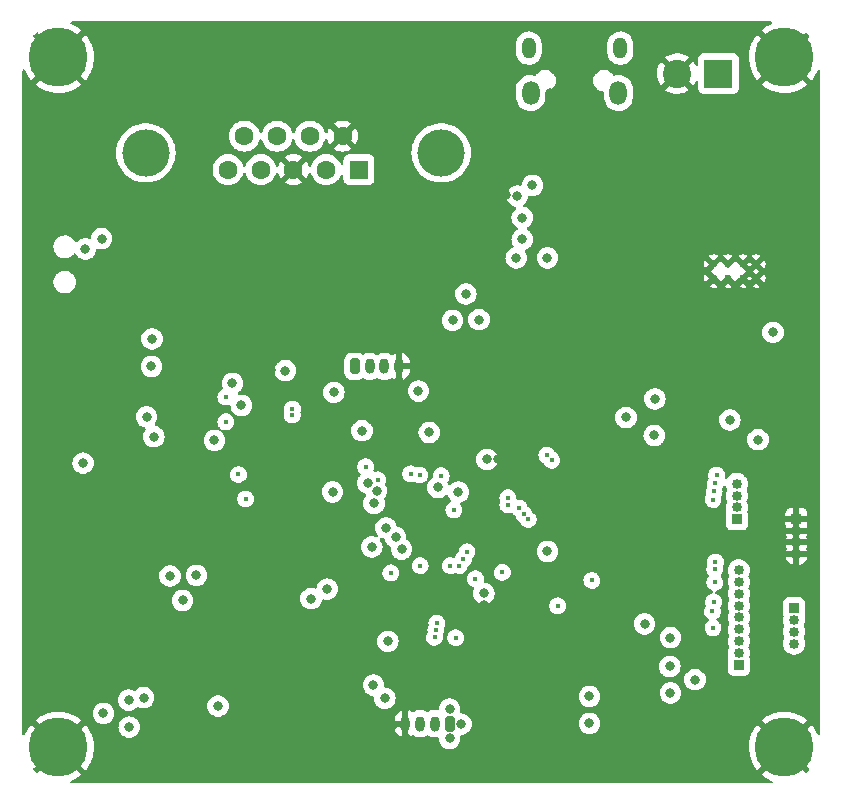
<source format=gbr>
%TF.GenerationSoftware,KiCad,Pcbnew,(6.0.1)*%
%TF.CreationDate,2022-05-20T13:38:49+06:30*%
%TF.ProjectId,STM32_Com_Buck,53544d33-325f-4436-9f6d-5f4275636b2e,v1.0*%
%TF.SameCoordinates,Original*%
%TF.FileFunction,Copper,L2,Inr*%
%TF.FilePolarity,Positive*%
%FSLAX46Y46*%
G04 Gerber Fmt 4.6, Leading zero omitted, Abs format (unit mm)*
G04 Created by KiCad (PCBNEW (6.0.1)) date 2022-05-20 13:38:49*
%MOMM*%
%LPD*%
G01*
G04 APERTURE LIST*
G04 Aperture macros list*
%AMRoundRect*
0 Rectangle with rounded corners*
0 $1 Rounding radius*
0 $2 $3 $4 $5 $6 $7 $8 $9 X,Y pos of 4 corners*
0 Add a 4 corners polygon primitive as box body*
4,1,4,$2,$3,$4,$5,$6,$7,$8,$9,$2,$3,0*
0 Add four circle primitives for the rounded corners*
1,1,$1+$1,$2,$3*
1,1,$1+$1,$4,$5*
1,1,$1+$1,$6,$7*
1,1,$1+$1,$8,$9*
0 Add four rect primitives between the rounded corners*
20,1,$1+$1,$2,$3,$4,$5,0*
20,1,$1+$1,$4,$5,$6,$7,0*
20,1,$1+$1,$6,$7,$8,$9,0*
20,1,$1+$1,$8,$9,$2,$3,0*%
G04 Aperture macros list end*
%TA.AperFunction,ComponentPad*%
%ADD10C,0.800000*%
%TD*%
%TA.AperFunction,ComponentPad*%
%ADD11C,5.000000*%
%TD*%
%TA.AperFunction,ComponentPad*%
%ADD12O,1.150000X1.800000*%
%TD*%
%TA.AperFunction,ComponentPad*%
%ADD13O,1.450000X2.000000*%
%TD*%
%TA.AperFunction,ComponentPad*%
%ADD14C,0.600000*%
%TD*%
%TA.AperFunction,ComponentPad*%
%ADD15RoundRect,0.200000X0.200000X0.450000X-0.200000X0.450000X-0.200000X-0.450000X0.200000X-0.450000X0*%
%TD*%
%TA.AperFunction,ComponentPad*%
%ADD16O,0.800000X1.300000*%
%TD*%
%TA.AperFunction,ComponentPad*%
%ADD17R,0.850000X0.850000*%
%TD*%
%TA.AperFunction,ComponentPad*%
%ADD18O,0.850000X0.850000*%
%TD*%
%TA.AperFunction,ComponentPad*%
%ADD19R,2.400000X2.400000*%
%TD*%
%TA.AperFunction,ComponentPad*%
%ADD20C,2.400000*%
%TD*%
%TA.AperFunction,ComponentPad*%
%ADD21C,4.000000*%
%TD*%
%TA.AperFunction,ComponentPad*%
%ADD22R,1.600000X1.600000*%
%TD*%
%TA.AperFunction,ComponentPad*%
%ADD23C,1.600000*%
%TD*%
%TA.AperFunction,ComponentPad*%
%ADD24RoundRect,0.200000X-0.200000X-0.450000X0.200000X-0.450000X0.200000X0.450000X-0.200000X0.450000X0*%
%TD*%
%TA.AperFunction,ViaPad*%
%ADD25C,0.800000*%
%TD*%
%TA.AperFunction,ViaPad*%
%ADD26C,0.400000*%
%TD*%
G04 APERTURE END LIST*
D10*
%TO.N,GND*%
%TO.C,H3*%
X156972000Y-74833000D03*
D11*
X156972000Y-76708000D03*
D10*
X158847000Y-76708000D03*
X158297825Y-75382175D03*
X156972000Y-78583000D03*
X155097000Y-76708000D03*
X158297825Y-78033825D03*
X155646175Y-75382175D03*
X155646175Y-78033825D03*
%TD*%
%TO.N,GND*%
%TO.C,H1*%
X217114175Y-78033825D03*
X218440000Y-78583000D03*
X219765825Y-75382175D03*
D11*
X218440000Y-76708000D03*
D10*
X219765825Y-78033825D03*
X218440000Y-74833000D03*
X216565000Y-76708000D03*
X217114175Y-75382175D03*
X220315000Y-76708000D03*
%TD*%
D12*
%TO.N,unconnected-(J2-Pad6)*%
%TO.C,J2*%
X204540000Y-17499400D03*
D13*
X204390000Y-21299400D03*
X196940000Y-21299400D03*
D12*
X196790000Y-17499400D03*
%TD*%
D14*
%TO.N,GND*%
%TO.C,U1*%
X214935800Y-36972800D03*
X213635800Y-36972800D03*
X214935800Y-35772800D03*
X216035800Y-35772800D03*
X213635800Y-35772800D03*
X212435800Y-35772800D03*
X216035800Y-36972800D03*
X212435800Y-36972800D03*
%TD*%
D15*
%TO.N,+3V3*%
%TO.C,J9*%
X190089000Y-74683200D03*
D16*
%TO.N,Net-(J9-Pad2)*%
X188839000Y-74683200D03*
%TO.N,Net-(J9-Pad3)*%
X187589000Y-74683200D03*
%TO.N,GND*%
X186339000Y-74683200D03*
%TD*%
D10*
%TO.N,GND*%
%TO.C,H4*%
X158847000Y-18288000D03*
X156972000Y-16413000D03*
D11*
X156972000Y-18288000D03*
D10*
X155097000Y-18288000D03*
X158297825Y-19613825D03*
X155646175Y-16962175D03*
X155646175Y-19613825D03*
X158297825Y-16962175D03*
X156972000Y-20163000D03*
%TD*%
D17*
%TO.N,PA0*%
%TO.C,J11*%
X214412000Y-57385200D03*
D18*
%TO.N,PA8*%
X214412000Y-56385200D03*
%TO.N,PA9*%
X214412000Y-55385200D03*
%TO.N,PA10*%
X214412000Y-54385200D03*
%TD*%
D10*
%TO.N,GND*%
%TO.C,H2*%
X216565000Y-18288000D03*
X218440000Y-16413000D03*
X219765825Y-19613825D03*
X218440000Y-20163000D03*
D11*
X218440000Y-18288000D03*
D10*
X217114175Y-19613825D03*
X217114175Y-16962175D03*
X220315000Y-18288000D03*
X219765825Y-16962175D03*
%TD*%
D19*
%TO.N,+12V*%
%TO.C,J3*%
X212852000Y-19648400D03*
D20*
%TO.N,GND*%
X209352000Y-19648400D03*
%TD*%
D17*
%TO.N,PB0*%
%TO.C,J12*%
X214579200Y-69697600D03*
D18*
%TO.N,PB1*%
X214579200Y-68697600D03*
%TO.N,PB2*%
X214579200Y-67697600D03*
%TO.N,PB4*%
X214579200Y-66697600D03*
%TO.N,PB5*%
X214579200Y-65697600D03*
%TO.N,PB12*%
X214579200Y-64697600D03*
%TO.N,PB13*%
X214579200Y-63697600D03*
%TO.N,PB14*%
X214579200Y-62697600D03*
%TO.N,PB15*%
X214579200Y-61697600D03*
%TD*%
D17*
%TO.N,GND*%
%TO.C,J15*%
X219456000Y-57350400D03*
D18*
X219456000Y-58350400D03*
X219456000Y-59350400D03*
X219456000Y-60350400D03*
%TD*%
D21*
%TO.N,N/C*%
%TO.C,J1*%
X164372200Y-26362800D03*
X189372200Y-26362800D03*
D22*
%TO.N,unconnected-(J1-Pad1)*%
X182412200Y-27782800D03*
D23*
%TO.N,CAN1_L*%
X179642200Y-27782800D03*
%TO.N,GND*%
X176872200Y-27782800D03*
%TO.N,unconnected-(J1-Pad4)*%
X174102200Y-27782800D03*
%TO.N,unconnected-(J1-Pad5)*%
X171332200Y-27782800D03*
%TO.N,GND*%
X181027200Y-24942800D03*
%TO.N,CAN1_H*%
X178257200Y-24942800D03*
%TO.N,unconnected-(J1-Pad8)*%
X175487200Y-24942800D03*
%TO.N,V_CAN*%
X172717200Y-24942800D03*
%TD*%
D17*
%TO.N,+3V3*%
%TO.C,J14*%
X219252800Y-64919600D03*
D18*
X219252800Y-65919600D03*
X219252800Y-66919600D03*
X219252800Y-67919600D03*
%TD*%
D24*
%TO.N,+3V3*%
%TO.C,J10*%
X182071800Y-44442800D03*
D16*
%TO.N,Net-(J10-Pad2)*%
X183321800Y-44442800D03*
%TO.N,Net-(J10-Pad3)*%
X184571800Y-44442800D03*
%TO.N,GND*%
X185821800Y-44442800D03*
%TD*%
D25*
%TO.N,GND*%
X164998400Y-64312800D03*
X175158400Y-60147200D03*
X217322400Y-35458400D03*
X162458400Y-64414400D03*
X176631600Y-77216000D03*
X210515200Y-41452800D03*
X162915600Y-67513200D03*
X172110400Y-38404800D03*
X178612800Y-36169600D03*
X194056000Y-29057600D03*
X199339200Y-22606000D03*
X199593200Y-48768000D03*
X200761600Y-47244000D03*
X174955200Y-44754800D03*
X160731200Y-68732400D03*
X185318400Y-74828400D03*
X175666400Y-34340800D03*
D26*
X184200800Y-61315600D03*
D25*
X161188400Y-62179200D03*
X206654400Y-76047600D03*
D26*
X179425600Y-56083200D03*
D25*
X185013600Y-49834800D03*
X173634400Y-35255200D03*
X217322400Y-36372800D03*
X174244000Y-57708800D03*
X203758800Y-41046400D03*
X186385200Y-75946000D03*
D26*
X177260800Y-55902800D03*
D25*
X208788000Y-57200800D03*
X205943200Y-41046400D03*
X196494400Y-42824400D03*
X179273200Y-52933600D03*
X203403200Y-50342800D03*
X194868800Y-29972000D03*
X201879200Y-47244000D03*
X193040000Y-64617600D03*
X211531200Y-40436800D03*
X213207600Y-28854400D03*
X186334400Y-73406000D03*
X195326000Y-40538400D03*
X164947600Y-59893200D03*
X198577200Y-21336000D03*
X176682400Y-73558400D03*
X194970400Y-27381200D03*
X194970400Y-26517600D03*
X183337200Y-67716400D03*
X177800000Y-35306000D03*
X178308000Y-66344800D03*
X210972400Y-23571200D03*
D26*
X208838800Y-62788800D03*
D25*
X195224400Y-52374800D03*
X209499200Y-24638000D03*
X172821600Y-36118800D03*
X175666400Y-33426400D03*
X175564800Y-75387200D03*
X191973200Y-33832800D03*
X160680400Y-38100000D03*
X197815200Y-40538400D03*
X194208400Y-52324000D03*
X208838800Y-74777600D03*
X202488800Y-43180000D03*
X204876400Y-41046400D03*
X192684400Y-65582800D03*
X185826400Y-45720000D03*
X207010000Y-42011600D03*
X202133200Y-50342800D03*
X202438000Y-42164000D03*
X162915600Y-69900800D03*
X182981600Y-64516000D03*
X196545200Y-38354000D03*
X191973200Y-31648400D03*
X162458400Y-59842400D03*
X207010000Y-43027600D03*
X217322400Y-37287200D03*
X172974000Y-37592000D03*
X213207600Y-27889200D03*
X177749200Y-59842400D03*
X194970400Y-25603200D03*
X208788000Y-60096400D03*
X210921600Y-25501600D03*
X211531200Y-42570400D03*
X200914000Y-50292000D03*
X210921600Y-73558400D03*
%TO.N,+3V3*%
X166420800Y-62179200D03*
X208788000Y-72085200D03*
X160629600Y-33629600D03*
X162915600Y-72694800D03*
X208788000Y-67411600D03*
X190093600Y-75946000D03*
X208737200Y-69850000D03*
X193243200Y-52324000D03*
X178358800Y-64109600D03*
X182676800Y-49885600D03*
X176174400Y-44805600D03*
X184607200Y-72542400D03*
X190347600Y-40538400D03*
X160782000Y-73812400D03*
X190093600Y-73456800D03*
X180289200Y-46634400D03*
D26*
X176784000Y-48056800D03*
D25*
X207416400Y-50292000D03*
X207467200Y-47193200D03*
X192989200Y-63652400D03*
X191465200Y-38303200D03*
X159258000Y-34493200D03*
X210870800Y-70967600D03*
X184861200Y-67716400D03*
X162966400Y-74980800D03*
X179730400Y-63296800D03*
X192582800Y-40487600D03*
X180187600Y-55067200D03*
X213817200Y-48971200D03*
X167487600Y-64262000D03*
X183642000Y-71424800D03*
X187452000Y-46532800D03*
X216204800Y-50647600D03*
X196240400Y-33680400D03*
X196240400Y-31851600D03*
X191058800Y-74726800D03*
D26*
X176784000Y-48564800D03*
D25*
X217474800Y-41554400D03*
X206603600Y-66243200D03*
X168656000Y-62128400D03*
X205028800Y-48768000D03*
%TO.N,+5V*%
X197104000Y-29108400D03*
X195819174Y-30022800D03*
%TO.N,Net-(D1-Pad1)*%
X195732400Y-35255200D03*
X198374000Y-35255200D03*
%TO.N,Net-(R24-Pad1)*%
X164185600Y-72491600D03*
X170484800Y-73202800D03*
%TO.N,Net-(R12-Pad2)*%
X201930000Y-74676000D03*
X201930000Y-72390000D03*
D26*
%TO.N,PA0*%
X190449200Y-56581900D03*
X212394800Y-55727600D03*
%TO.N,PA8*%
X196748400Y-57404000D03*
X212496400Y-55016400D03*
%TO.N,PA9*%
X212598000Y-54356000D03*
X196354459Y-56912018D03*
%TO.N,PA10*%
X212699600Y-53644800D03*
X195986400Y-56438800D03*
%TO.N,PB0*%
X190601600Y-67411600D03*
X188816396Y-67376755D03*
%TO.N,PB1*%
X199237600Y-64719200D03*
X188920379Y-66786340D03*
%TO.N,PB2*%
X212394800Y-66598800D03*
X189001860Y-66192400D03*
%TO.N,PB4*%
X187553600Y-53644800D03*
X192278000Y-62414611D03*
X190144400Y-61315600D03*
X212344000Y-65176400D03*
%TO.N,PB5*%
X186791600Y-53543200D03*
X212445600Y-64363600D03*
%TO.N,PB12*%
X202133200Y-62567819D03*
X194564000Y-61865100D03*
%TO.N,PB13*%
X190906400Y-61315600D03*
X212547200Y-62738000D03*
%TO.N,PB14*%
X212542814Y-61607757D03*
X191262000Y-60756800D03*
%TO.N,PB15*%
X191566800Y-60147200D03*
X212598000Y-61010800D03*
D25*
%TO.N,PC0*%
X184708800Y-58115200D03*
X164896800Y-42113200D03*
%TO.N,PC1*%
X164846000Y-44450000D03*
X185521600Y-58928000D03*
%TO.N,PC2*%
X171704000Y-45872400D03*
X186022865Y-59912500D03*
%TO.N,PC3*%
X183498824Y-59731576D03*
X159058223Y-52625377D03*
D26*
%TO.N,PC5*%
X172212000Y-53594000D03*
X171145200Y-47040800D03*
X185115200Y-61925200D03*
X171145200Y-49123600D03*
D25*
%TO.N,PD2*%
X188366400Y-50038000D03*
X172453500Y-47750636D03*
%TO.N,PC15*%
X183692800Y-56032400D03*
X165052623Y-50390177D03*
%TO.N,PC14*%
X164439600Y-48717200D03*
X183907132Y-54967590D03*
%TO.N,PC13*%
X183146472Y-54319207D03*
X170180000Y-50698400D03*
D26*
%TO.N,PC9*%
X187604400Y-61315600D03*
X172821600Y-55676800D03*
D25*
%TO.N,SWCLK*%
X198374000Y-60096400D03*
D26*
X189382400Y-53695600D03*
D25*
%TO.N,SWO*%
X189106423Y-54689623D03*
X190826777Y-55089177D03*
D26*
%TO.N,CAN1_RX*%
X183997600Y-54051200D03*
X182981600Y-52942900D03*
%TO.N,USB_D-*%
X195021200Y-56161789D03*
X198739664Y-52384864D03*
%TO.N,USB_D+*%
X195021200Y-55558589D03*
X198313136Y-51958336D03*
%TD*%
%TA.AperFunction,Conductor*%
%TO.N,GND*%
G36*
X217366964Y-15260002D02*
G01*
X217413457Y-15313658D01*
X217423561Y-15383932D01*
X217394067Y-15448512D01*
X217339656Y-15485207D01*
X217304965Y-15497084D01*
X217298253Y-15499823D01*
X216991707Y-15646039D01*
X216985349Y-15649534D01*
X216697654Y-15830005D01*
X216691731Y-15834214D01*
X216513601Y-15976923D01*
X216505132Y-15989048D01*
X216511527Y-16000316D01*
X218440000Y-17928790D01*
X220726270Y-20215059D01*
X220739621Y-20222349D01*
X220749595Y-20215294D01*
X220856641Y-20087267D01*
X220860957Y-20081456D01*
X221047432Y-19797575D01*
X221051046Y-19791313D01*
X221203658Y-19487882D01*
X221206530Y-19481244D01*
X221243674Y-19379742D01*
X221285868Y-19322644D01*
X221352233Y-19297422D01*
X221421700Y-19312084D01*
X221472212Y-19361974D01*
X221488000Y-19423043D01*
X221488000Y-75570246D01*
X221467998Y-75638367D01*
X221414342Y-75684860D01*
X221344068Y-75694964D01*
X221279488Y-75665470D01*
X221246103Y-75619681D01*
X221140290Y-75371608D01*
X221137073Y-75365125D01*
X220968788Y-75070089D01*
X220964856Y-75064034D01*
X220763774Y-74790295D01*
X220759166Y-74784726D01*
X220753830Y-74778984D01*
X220740178Y-74770866D01*
X220739570Y-74770887D01*
X220731092Y-74776119D01*
X218799210Y-76708000D01*
X218440000Y-77067210D01*
X216511472Y-78995739D01*
X216503860Y-79009680D01*
X216503878Y-79009934D01*
X216509792Y-79018676D01*
X216541111Y-79047174D01*
X216546748Y-79051738D01*
X216822544Y-79249918D01*
X216828682Y-79253813D01*
X217125435Y-79418984D01*
X217131955Y-79422136D01*
X217352747Y-79513591D01*
X217408028Y-79558139D01*
X217430449Y-79625503D01*
X217412891Y-79694294D01*
X217360929Y-79742672D01*
X217304529Y-79756000D01*
X158112784Y-79756000D01*
X158044663Y-79735998D01*
X157998170Y-79682342D01*
X157988066Y-79612068D01*
X158017560Y-79547488D01*
X158062139Y-79514626D01*
X158336603Y-79394145D01*
X158343043Y-79390864D01*
X158636293Y-79219502D01*
X158642326Y-79215493D01*
X158900828Y-79021405D01*
X158909282Y-79010078D01*
X158902537Y-78997748D01*
X156613921Y-76709131D01*
X157336408Y-76709131D01*
X157336539Y-76710966D01*
X157340790Y-76717580D01*
X159258268Y-78635057D01*
X159271622Y-78642349D01*
X159281594Y-78635295D01*
X159388641Y-78507267D01*
X159392957Y-78501456D01*
X159579432Y-78217575D01*
X159583046Y-78211313D01*
X159735658Y-77907882D01*
X159738530Y-77901244D01*
X159855249Y-77582293D01*
X159857345Y-77575351D01*
X159936631Y-77245103D01*
X159937915Y-77237964D01*
X159978816Y-76899973D01*
X159979240Y-76894403D01*
X159985010Y-76710797D01*
X159984937Y-76705204D01*
X159965338Y-76365303D01*
X159964506Y-76358113D01*
X159906113Y-76023529D01*
X159904458Y-76016474D01*
X159807998Y-75690834D01*
X159805540Y-75684006D01*
X159672290Y-75371608D01*
X159669073Y-75365125D01*
X159500788Y-75070089D01*
X159496856Y-75064034D01*
X159435714Y-74980800D01*
X162052896Y-74980800D01*
X162053586Y-74987365D01*
X162062281Y-75070089D01*
X162072858Y-75170728D01*
X162131873Y-75352356D01*
X162227360Y-75517744D01*
X162231778Y-75522651D01*
X162231779Y-75522652D01*
X162297456Y-75595594D01*
X162355147Y-75659666D01*
X162447229Y-75726568D01*
X162503507Y-75767456D01*
X162509648Y-75771918D01*
X162515676Y-75774602D01*
X162515678Y-75774603D01*
X162678081Y-75846909D01*
X162684112Y-75849594D01*
X162777513Y-75869447D01*
X162864456Y-75887928D01*
X162864461Y-75887928D01*
X162870913Y-75889300D01*
X163061887Y-75889300D01*
X163068339Y-75887928D01*
X163068344Y-75887928D01*
X163155287Y-75869447D01*
X163248688Y-75849594D01*
X163254719Y-75846909D01*
X163417122Y-75774603D01*
X163417124Y-75774602D01*
X163423152Y-75771918D01*
X163429294Y-75767456D01*
X163485571Y-75726568D01*
X163577653Y-75659666D01*
X163635344Y-75595594D01*
X163701021Y-75522652D01*
X163701022Y-75522651D01*
X163705440Y-75517744D01*
X163800927Y-75352356D01*
X163859942Y-75170728D01*
X163870520Y-75070089D01*
X163879214Y-74987365D01*
X163879904Y-74980800D01*
X163879557Y-74977502D01*
X185431000Y-74977502D01*
X185431344Y-74984062D01*
X185445259Y-75116461D01*
X185447989Y-75129302D01*
X185502889Y-75298266D01*
X185508235Y-75310274D01*
X185597062Y-75464127D01*
X185604786Y-75474758D01*
X185723663Y-75606785D01*
X185733426Y-75615576D01*
X185877157Y-75720002D01*
X185888529Y-75726568D01*
X186050839Y-75798833D01*
X186063325Y-75802890D01*
X186067278Y-75803730D01*
X186081341Y-75802657D01*
X186085000Y-75792703D01*
X186085000Y-75789382D01*
X186593000Y-75789382D01*
X186596973Y-75802913D01*
X186607468Y-75804422D01*
X186614675Y-75802890D01*
X186627161Y-75798833D01*
X186789471Y-75726568D01*
X186800843Y-75720002D01*
X186889515Y-75655578D01*
X186956383Y-75631719D01*
X187025534Y-75647800D01*
X187037620Y-75655566D01*
X187132248Y-75724318D01*
X187138276Y-75727002D01*
X187138278Y-75727003D01*
X187285844Y-75792703D01*
X187306712Y-75801994D01*
X187399412Y-75821698D01*
X187487056Y-75840328D01*
X187487061Y-75840328D01*
X187493513Y-75841700D01*
X187684487Y-75841700D01*
X187690939Y-75840328D01*
X187690944Y-75840328D01*
X187778588Y-75821698D01*
X187871288Y-75801994D01*
X187892156Y-75792703D01*
X188039722Y-75727003D01*
X188039724Y-75727002D01*
X188045752Y-75724318D01*
X188051693Y-75720002D01*
X188139939Y-75655887D01*
X188206807Y-75632028D01*
X188275958Y-75648109D01*
X188288061Y-75655887D01*
X188376308Y-75720002D01*
X188382248Y-75724318D01*
X188388276Y-75727002D01*
X188388278Y-75727003D01*
X188535844Y-75792703D01*
X188556712Y-75801994D01*
X188649412Y-75821698D01*
X188737056Y-75840328D01*
X188737061Y-75840328D01*
X188743513Y-75841700D01*
X188934487Y-75841700D01*
X188940939Y-75840328D01*
X188940944Y-75840328D01*
X189028589Y-75821698D01*
X189099380Y-75827100D01*
X189156012Y-75869917D01*
X189180506Y-75936555D01*
X189180646Y-75940763D01*
X189180096Y-75946000D01*
X189180786Y-75952565D01*
X189188245Y-76023529D01*
X189200058Y-76135928D01*
X189259073Y-76317556D01*
X189354560Y-76482944D01*
X189482347Y-76624866D01*
X189538026Y-76665319D01*
X189609303Y-76717105D01*
X189636848Y-76737118D01*
X189642876Y-76739802D01*
X189642878Y-76739803D01*
X189805281Y-76812109D01*
X189811312Y-76814794D01*
X189904712Y-76834647D01*
X189991656Y-76853128D01*
X189991661Y-76853128D01*
X189998113Y-76854500D01*
X190189087Y-76854500D01*
X190195539Y-76853128D01*
X190195544Y-76853128D01*
X190282488Y-76834647D01*
X190375888Y-76814794D01*
X190381919Y-76812109D01*
X190544322Y-76739803D01*
X190544324Y-76739802D01*
X190550352Y-76737118D01*
X190577898Y-76717105D01*
X190649174Y-76665319D01*
X190704853Y-76624866D01*
X190711947Y-76616987D01*
X215428484Y-76616987D01*
X215437374Y-76956505D01*
X215437980Y-76963721D01*
X215485835Y-77299963D01*
X215487269Y-77307074D01*
X215573455Y-77635595D01*
X215575692Y-77642478D01*
X215699064Y-77958914D01*
X215702081Y-77965503D01*
X215861002Y-78265652D01*
X215864761Y-78271860D01*
X216057129Y-78551757D01*
X216061574Y-78557486D01*
X216128743Y-78634484D01*
X216141917Y-78642888D01*
X216151769Y-78637020D01*
X218067980Y-76720810D01*
X218075592Y-76706869D01*
X218075461Y-76705034D01*
X218071210Y-76698420D01*
X216152374Y-74779585D01*
X216139581Y-74772599D01*
X216128827Y-74780464D01*
X215968037Y-74985527D01*
X215963902Y-74991476D01*
X215786440Y-75281068D01*
X215783019Y-75287447D01*
X215640016Y-75595522D01*
X215637356Y-75602241D01*
X215530711Y-75924707D01*
X215528834Y-75931711D01*
X215459961Y-76264288D01*
X215458904Y-76271449D01*
X215428712Y-76609735D01*
X215428484Y-76616987D01*
X190711947Y-76616987D01*
X190832640Y-76482944D01*
X190928127Y-76317556D01*
X190987142Y-76135928D01*
X190998956Y-76023529D01*
X191006414Y-75952565D01*
X191007104Y-75946000D01*
X191001145Y-75889300D01*
X190989076Y-75774470D01*
X191001848Y-75704632D01*
X191050350Y-75652785D01*
X191114386Y-75635300D01*
X191154287Y-75635300D01*
X191160739Y-75633928D01*
X191160744Y-75633928D01*
X191247687Y-75615447D01*
X191341088Y-75595594D01*
X191366006Y-75584500D01*
X191509522Y-75520603D01*
X191509524Y-75520602D01*
X191515552Y-75517918D01*
X191670053Y-75405666D01*
X191712297Y-75358749D01*
X191793421Y-75268652D01*
X191793422Y-75268651D01*
X191797840Y-75263744D01*
X191893327Y-75098356D01*
X191952342Y-74916728D01*
X191957022Y-74872206D01*
X191971614Y-74733365D01*
X191972304Y-74726800D01*
X191967511Y-74681194D01*
X191966965Y-74676000D01*
X201016496Y-74676000D01*
X201017186Y-74682565D01*
X201027910Y-74784594D01*
X201036458Y-74865928D01*
X201095473Y-75047556D01*
X201098776Y-75053278D01*
X201098777Y-75053279D01*
X201108482Y-75070089D01*
X201190960Y-75212944D01*
X201195378Y-75217851D01*
X201195379Y-75217852D01*
X201252299Y-75281068D01*
X201318747Y-75354866D01*
X201473248Y-75467118D01*
X201479276Y-75469802D01*
X201479278Y-75469803D01*
X201597980Y-75522652D01*
X201647712Y-75544794D01*
X201741113Y-75564647D01*
X201828056Y-75583128D01*
X201828061Y-75583128D01*
X201834513Y-75584500D01*
X202025487Y-75584500D01*
X202031939Y-75583128D01*
X202031944Y-75583128D01*
X202118887Y-75564647D01*
X202212288Y-75544794D01*
X202262020Y-75522652D01*
X202380722Y-75469803D01*
X202380724Y-75469802D01*
X202386752Y-75467118D01*
X202541253Y-75354866D01*
X202607701Y-75281068D01*
X202664621Y-75217852D01*
X202664622Y-75217851D01*
X202669040Y-75212944D01*
X202751518Y-75070089D01*
X202761223Y-75053279D01*
X202761224Y-75053278D01*
X202764527Y-75047556D01*
X202823542Y-74865928D01*
X202832091Y-74784594D01*
X202842814Y-74682565D01*
X202843504Y-74676000D01*
X202828881Y-74536872D01*
X202824232Y-74492635D01*
X202824232Y-74492633D01*
X202823542Y-74486072D01*
X202798515Y-74409048D01*
X216505132Y-74409048D01*
X216511527Y-74420316D01*
X218427190Y-76335980D01*
X218441131Y-76343592D01*
X218442966Y-76343461D01*
X218449580Y-76339210D01*
X220367074Y-74421716D01*
X220374466Y-74408179D01*
X220367679Y-74398479D01*
X220264476Y-74310335D01*
X220258704Y-74305953D01*
X219976796Y-74116519D01*
X219970575Y-74112839D01*
X219668757Y-73957060D01*
X219662146Y-73954116D01*
X219344439Y-73834065D01*
X219337513Y-73831894D01*
X219008112Y-73749155D01*
X219001005Y-73747799D01*
X218664278Y-73703468D01*
X218657036Y-73702937D01*
X218317467Y-73697602D01*
X218310205Y-73697906D01*
X217972256Y-73731638D01*
X217965108Y-73732770D01*
X217633263Y-73805124D01*
X217626285Y-73807072D01*
X217304960Y-73917086D01*
X217298253Y-73919823D01*
X216991707Y-74066039D01*
X216985349Y-74069534D01*
X216697654Y-74250005D01*
X216691731Y-74254214D01*
X216513601Y-74396923D01*
X216505132Y-74409048D01*
X202798515Y-74409048D01*
X202764527Y-74304444D01*
X202669040Y-74139056D01*
X202644049Y-74111300D01*
X202545675Y-74002045D01*
X202545674Y-74002044D01*
X202541253Y-73997134D01*
X202402407Y-73896256D01*
X202392094Y-73888763D01*
X202392093Y-73888762D01*
X202386752Y-73884882D01*
X202380724Y-73882198D01*
X202380722Y-73882197D01*
X202218319Y-73809891D01*
X202218318Y-73809891D01*
X202212288Y-73807206D01*
X202118887Y-73787353D01*
X202031944Y-73768872D01*
X202031939Y-73768872D01*
X202025487Y-73767500D01*
X201834513Y-73767500D01*
X201828061Y-73768872D01*
X201828056Y-73768872D01*
X201741112Y-73787353D01*
X201647712Y-73807206D01*
X201641682Y-73809891D01*
X201641681Y-73809891D01*
X201479278Y-73882197D01*
X201479276Y-73882198D01*
X201473248Y-73884882D01*
X201467907Y-73888762D01*
X201467906Y-73888763D01*
X201457593Y-73896256D01*
X201318747Y-73997134D01*
X201314326Y-74002044D01*
X201314325Y-74002045D01*
X201215952Y-74111300D01*
X201190960Y-74139056D01*
X201095473Y-74304444D01*
X201036458Y-74486072D01*
X201035768Y-74492633D01*
X201035768Y-74492635D01*
X201031119Y-74536872D01*
X201016496Y-74676000D01*
X191966965Y-74676000D01*
X191953032Y-74543435D01*
X191953032Y-74543433D01*
X191952342Y-74536872D01*
X191893327Y-74355244D01*
X191797840Y-74189856D01*
X191747681Y-74134148D01*
X191674475Y-74052845D01*
X191674474Y-74052844D01*
X191670053Y-74047934D01*
X191515552Y-73935682D01*
X191509524Y-73932998D01*
X191509522Y-73932997D01*
X191347119Y-73860691D01*
X191347118Y-73860691D01*
X191341088Y-73858006D01*
X191247688Y-73838153D01*
X191160744Y-73819672D01*
X191160739Y-73819672D01*
X191154287Y-73818300D01*
X191104819Y-73818300D01*
X191036698Y-73798298D01*
X190990205Y-73744642D01*
X190980101Y-73674368D01*
X190984987Y-73653361D01*
X190985100Y-73653013D01*
X190985100Y-73653012D01*
X190987142Y-73646728D01*
X190989692Y-73622472D01*
X191006414Y-73463365D01*
X191007104Y-73456800D01*
X191002311Y-73411194D01*
X190987832Y-73273435D01*
X190987832Y-73273433D01*
X190987142Y-73266872D01*
X190928127Y-73085244D01*
X190832640Y-72919856D01*
X190806664Y-72891006D01*
X190709275Y-72782845D01*
X190709274Y-72782844D01*
X190704853Y-72777934D01*
X190590429Y-72694800D01*
X190555694Y-72669563D01*
X190555693Y-72669562D01*
X190550352Y-72665682D01*
X190544324Y-72662998D01*
X190544322Y-72662997D01*
X190381919Y-72590691D01*
X190381918Y-72590691D01*
X190375888Y-72588006D01*
X190282488Y-72568153D01*
X190195544Y-72549672D01*
X190195539Y-72549672D01*
X190189087Y-72548300D01*
X189998113Y-72548300D01*
X189991661Y-72549672D01*
X189991656Y-72549672D01*
X189904712Y-72568153D01*
X189811312Y-72588006D01*
X189805282Y-72590691D01*
X189805281Y-72590691D01*
X189642878Y-72662997D01*
X189642876Y-72662998D01*
X189636848Y-72665682D01*
X189631507Y-72669562D01*
X189631506Y-72669563D01*
X189596771Y-72694800D01*
X189482347Y-72777934D01*
X189477926Y-72782844D01*
X189477925Y-72782845D01*
X189380537Y-72891006D01*
X189354560Y-72919856D01*
X189259073Y-73085244D01*
X189200058Y-73266872D01*
X189199368Y-73273433D01*
X189199368Y-73273435D01*
X189193461Y-73329637D01*
X189184890Y-73411194D01*
X189182376Y-73435110D01*
X189155363Y-73500767D01*
X189097142Y-73541397D01*
X189030870Y-73545187D01*
X188999575Y-73538535D01*
X188940944Y-73526072D01*
X188940939Y-73526072D01*
X188934487Y-73524700D01*
X188743513Y-73524700D01*
X188737061Y-73526072D01*
X188737056Y-73526072D01*
X188664960Y-73541397D01*
X188556712Y-73564406D01*
X188550682Y-73567091D01*
X188550681Y-73567091D01*
X188388278Y-73639397D01*
X188388276Y-73639398D01*
X188382248Y-73642082D01*
X188376907Y-73645962D01*
X188376906Y-73645963D01*
X188288061Y-73710513D01*
X188221193Y-73734372D01*
X188152042Y-73718291D01*
X188139939Y-73710513D01*
X188051094Y-73645963D01*
X188051093Y-73645962D01*
X188045752Y-73642082D01*
X188039724Y-73639398D01*
X188039722Y-73639397D01*
X187877319Y-73567091D01*
X187877318Y-73567091D01*
X187871288Y-73564406D01*
X187763040Y-73541397D01*
X187690944Y-73526072D01*
X187690939Y-73526072D01*
X187684487Y-73524700D01*
X187493513Y-73524700D01*
X187487061Y-73526072D01*
X187487056Y-73526072D01*
X187414960Y-73541397D01*
X187306712Y-73564406D01*
X187300682Y-73567091D01*
X187300681Y-73567091D01*
X187138278Y-73639397D01*
X187138276Y-73639398D01*
X187132248Y-73642082D01*
X187037634Y-73710823D01*
X186970770Y-73734680D01*
X186901618Y-73718600D01*
X186889515Y-73710822D01*
X186800843Y-73646398D01*
X186789471Y-73639832D01*
X186627161Y-73567567D01*
X186614675Y-73563510D01*
X186610722Y-73562670D01*
X186596659Y-73563743D01*
X186593000Y-73573697D01*
X186593000Y-75789382D01*
X186085000Y-75789382D01*
X186085000Y-74955315D01*
X186080525Y-74940076D01*
X186079135Y-74938871D01*
X186071452Y-74937200D01*
X185449115Y-74937200D01*
X185433876Y-74941675D01*
X185432671Y-74943065D01*
X185431000Y-74950748D01*
X185431000Y-74977502D01*
X163879557Y-74977502D01*
X163872480Y-74910165D01*
X163860632Y-74797435D01*
X163860632Y-74797433D01*
X163859942Y-74790872D01*
X163800927Y-74609244D01*
X163795381Y-74599637D01*
X163735054Y-74495149D01*
X163705440Y-74443856D01*
X163688215Y-74424725D01*
X163675933Y-74411085D01*
X185431000Y-74411085D01*
X185435475Y-74426324D01*
X185436865Y-74427529D01*
X185444548Y-74429200D01*
X186066885Y-74429200D01*
X186082124Y-74424725D01*
X186083329Y-74423335D01*
X186085000Y-74415652D01*
X186085000Y-73577018D01*
X186081027Y-73563487D01*
X186070532Y-73561978D01*
X186063325Y-73563510D01*
X186050839Y-73567567D01*
X185888529Y-73639832D01*
X185877157Y-73646398D01*
X185733426Y-73750824D01*
X185723663Y-73759615D01*
X185604786Y-73891642D01*
X185597062Y-73902273D01*
X185508235Y-74056126D01*
X185502889Y-74068134D01*
X185447989Y-74237098D01*
X185445259Y-74249939D01*
X185431344Y-74382338D01*
X185431000Y-74388898D01*
X185431000Y-74411085D01*
X163675933Y-74411085D01*
X163582075Y-74306845D01*
X163582074Y-74306844D01*
X163577653Y-74301934D01*
X163423152Y-74189682D01*
X163417124Y-74186998D01*
X163417122Y-74186997D01*
X163254719Y-74114691D01*
X163254718Y-74114691D01*
X163248688Y-74112006D01*
X163155288Y-74092153D01*
X163068344Y-74073672D01*
X163068339Y-74073672D01*
X163061887Y-74072300D01*
X162870913Y-74072300D01*
X162864461Y-74073672D01*
X162864456Y-74073672D01*
X162777512Y-74092153D01*
X162684112Y-74112006D01*
X162678082Y-74114691D01*
X162678081Y-74114691D01*
X162515678Y-74186997D01*
X162515676Y-74186998D01*
X162509648Y-74189682D01*
X162355147Y-74301934D01*
X162350726Y-74306844D01*
X162350725Y-74306845D01*
X162244586Y-74424725D01*
X162227360Y-74443856D01*
X162197746Y-74495149D01*
X162137420Y-74599637D01*
X162131873Y-74609244D01*
X162072858Y-74790872D01*
X162072168Y-74797433D01*
X162072168Y-74797435D01*
X162060320Y-74910165D01*
X162052896Y-74980800D01*
X159435714Y-74980800D01*
X159295774Y-74790295D01*
X159291166Y-74784726D01*
X159285830Y-74778984D01*
X159272178Y-74770866D01*
X159271570Y-74770887D01*
X159263092Y-74776119D01*
X157344020Y-76695190D01*
X157336408Y-76709131D01*
X156613921Y-76709131D01*
X156612790Y-76708000D01*
X154684372Y-74779583D01*
X154671582Y-74772599D01*
X154660828Y-74780463D01*
X154500037Y-74985527D01*
X154495902Y-74991476D01*
X154318440Y-75281068D01*
X154315019Y-75287447D01*
X154172016Y-75595522D01*
X154168015Y-75605627D01*
X154166994Y-75605223D01*
X154129253Y-75659809D01*
X154063715Y-75687106D01*
X153993821Y-75674638D01*
X153941765Y-75626361D01*
X153924000Y-75561855D01*
X153924000Y-74409048D01*
X155037132Y-74409048D01*
X155043527Y-74420316D01*
X156959190Y-76335980D01*
X156973131Y-76343592D01*
X156974966Y-76343461D01*
X156981580Y-76339210D01*
X158899074Y-74421716D01*
X158906466Y-74408179D01*
X158899679Y-74398479D01*
X158796476Y-74310335D01*
X158790704Y-74305953D01*
X158508796Y-74116519D01*
X158502575Y-74112839D01*
X158200757Y-73957060D01*
X158194146Y-73954116D01*
X157876439Y-73834065D01*
X157869513Y-73831894D01*
X157791903Y-73812400D01*
X159868496Y-73812400D01*
X159869186Y-73818965D01*
X159877310Y-73896256D01*
X159888458Y-74002328D01*
X159947473Y-74183956D01*
X159950776Y-74189678D01*
X159950777Y-74189679D01*
X159954181Y-74195574D01*
X160042960Y-74349344D01*
X160047378Y-74354251D01*
X160047379Y-74354252D01*
X160166070Y-74486072D01*
X160170747Y-74491266D01*
X160325248Y-74603518D01*
X160331276Y-74606202D01*
X160331278Y-74606203D01*
X160488046Y-74676000D01*
X160499712Y-74681194D01*
X160593112Y-74701047D01*
X160680056Y-74719528D01*
X160680061Y-74719528D01*
X160686513Y-74720900D01*
X160877487Y-74720900D01*
X160883939Y-74719528D01*
X160883944Y-74719528D01*
X160970888Y-74701047D01*
X161064288Y-74681194D01*
X161075954Y-74676000D01*
X161232722Y-74606203D01*
X161232724Y-74606202D01*
X161238752Y-74603518D01*
X161393253Y-74491266D01*
X161397930Y-74486072D01*
X161516621Y-74354252D01*
X161516622Y-74354251D01*
X161521040Y-74349344D01*
X161609819Y-74195574D01*
X161613223Y-74189679D01*
X161613224Y-74189678D01*
X161616527Y-74183956D01*
X161675542Y-74002328D01*
X161686691Y-73896256D01*
X161694814Y-73818965D01*
X161695504Y-73812400D01*
X161688714Y-73747799D01*
X161676232Y-73629035D01*
X161676232Y-73629033D01*
X161675542Y-73622472D01*
X161616527Y-73440844D01*
X161613217Y-73435110D01*
X161525501Y-73283183D01*
X161521040Y-73275456D01*
X161506038Y-73258794D01*
X161397675Y-73138445D01*
X161397674Y-73138444D01*
X161393253Y-73133534D01*
X161255503Y-73033452D01*
X161244094Y-73025163D01*
X161244093Y-73025162D01*
X161238752Y-73021282D01*
X161232724Y-73018598D01*
X161232722Y-73018597D01*
X161070319Y-72946291D01*
X161070318Y-72946291D01*
X161064288Y-72943606D01*
X160951721Y-72919679D01*
X160883944Y-72905272D01*
X160883939Y-72905272D01*
X160877487Y-72903900D01*
X160686513Y-72903900D01*
X160680061Y-72905272D01*
X160680056Y-72905272D01*
X160612279Y-72919679D01*
X160499712Y-72943606D01*
X160493682Y-72946291D01*
X160493681Y-72946291D01*
X160331278Y-73018597D01*
X160331276Y-73018598D01*
X160325248Y-73021282D01*
X160319907Y-73025162D01*
X160319906Y-73025163D01*
X160308497Y-73033452D01*
X160170747Y-73133534D01*
X160166326Y-73138444D01*
X160166325Y-73138445D01*
X160057963Y-73258794D01*
X160042960Y-73275456D01*
X160038499Y-73283183D01*
X159950784Y-73435110D01*
X159947473Y-73440844D01*
X159888458Y-73622472D01*
X159887768Y-73629033D01*
X159887768Y-73629035D01*
X159875286Y-73747799D01*
X159868496Y-73812400D01*
X157791903Y-73812400D01*
X157540112Y-73749155D01*
X157533005Y-73747799D01*
X157196278Y-73703468D01*
X157189036Y-73702937D01*
X156849467Y-73697602D01*
X156842205Y-73697906D01*
X156504256Y-73731638D01*
X156497108Y-73732770D01*
X156165263Y-73805124D01*
X156158285Y-73807072D01*
X155836960Y-73917086D01*
X155830253Y-73919823D01*
X155523707Y-74066039D01*
X155517349Y-74069534D01*
X155229654Y-74250005D01*
X155223731Y-74254214D01*
X155045601Y-74396923D01*
X155037132Y-74409048D01*
X153924000Y-74409048D01*
X153924000Y-72694800D01*
X162002096Y-72694800D01*
X162002786Y-72701365D01*
X162010426Y-72774051D01*
X162022058Y-72884728D01*
X162081073Y-73066356D01*
X162084376Y-73072078D01*
X162084377Y-73072079D01*
X162088674Y-73079521D01*
X162176560Y-73231744D01*
X162180978Y-73236651D01*
X162180979Y-73236652D01*
X162270615Y-73336203D01*
X162304347Y-73373666D01*
X162340730Y-73400100D01*
X162427807Y-73463365D01*
X162458848Y-73485918D01*
X162464876Y-73488602D01*
X162464878Y-73488603D01*
X162583456Y-73541397D01*
X162633312Y-73563594D01*
X162726712Y-73583447D01*
X162813656Y-73601928D01*
X162813661Y-73601928D01*
X162820113Y-73603300D01*
X163011087Y-73603300D01*
X163017539Y-73601928D01*
X163017544Y-73601928D01*
X163104488Y-73583447D01*
X163197888Y-73563594D01*
X163247744Y-73541397D01*
X163366322Y-73488603D01*
X163366324Y-73488602D01*
X163372352Y-73485918D01*
X163403394Y-73463365D01*
X163490470Y-73400100D01*
X163526853Y-73373666D01*
X163582024Y-73312392D01*
X163642467Y-73275154D01*
X163713451Y-73276505D01*
X163728641Y-73283183D01*
X163728848Y-73282718D01*
X163761214Y-73297128D01*
X163903312Y-73360394D01*
X163996713Y-73380247D01*
X164083656Y-73398728D01*
X164083661Y-73398728D01*
X164090113Y-73400100D01*
X164281087Y-73400100D01*
X164287539Y-73398728D01*
X164287544Y-73398728D01*
X164374487Y-73380247D01*
X164467888Y-73360394D01*
X164473919Y-73357709D01*
X164636322Y-73285403D01*
X164636324Y-73285402D01*
X164642352Y-73282718D01*
X164650904Y-73276505D01*
X164715363Y-73229672D01*
X164752349Y-73202800D01*
X169571296Y-73202800D01*
X169571986Y-73209365D01*
X169589663Y-73377549D01*
X169591258Y-73392728D01*
X169650273Y-73574356D01*
X169745760Y-73739744D01*
X169750178Y-73744651D01*
X169750179Y-73744652D01*
X169811180Y-73812400D01*
X169873547Y-73881666D01*
X169944198Y-73932997D01*
X169977318Y-73957060D01*
X170028048Y-73993918D01*
X170034076Y-73996602D01*
X170034078Y-73996603D01*
X170196481Y-74068909D01*
X170202512Y-74071594D01*
X170295912Y-74091447D01*
X170382856Y-74109928D01*
X170382861Y-74109928D01*
X170389313Y-74111300D01*
X170580287Y-74111300D01*
X170586739Y-74109928D01*
X170586744Y-74109928D01*
X170673688Y-74091447D01*
X170767088Y-74071594D01*
X170773119Y-74068909D01*
X170935522Y-73996603D01*
X170935524Y-73996602D01*
X170941552Y-73993918D01*
X170992283Y-73957060D01*
X171025402Y-73932997D01*
X171096053Y-73881666D01*
X171158420Y-73812400D01*
X171219421Y-73744652D01*
X171219422Y-73744651D01*
X171223840Y-73739744D01*
X171319327Y-73574356D01*
X171378342Y-73392728D01*
X171379938Y-73377549D01*
X171397614Y-73209365D01*
X171398304Y-73202800D01*
X171385347Y-73079521D01*
X171379032Y-73019435D01*
X171379032Y-73019433D01*
X171378342Y-73012872D01*
X171319327Y-72831244D01*
X171223840Y-72665856D01*
X171096053Y-72523934D01*
X170941552Y-72411682D01*
X170935524Y-72408998D01*
X170935522Y-72408997D01*
X170773119Y-72336691D01*
X170773118Y-72336691D01*
X170767088Y-72334006D01*
X170645846Y-72308235D01*
X170586744Y-72295672D01*
X170586739Y-72295672D01*
X170580287Y-72294300D01*
X170389313Y-72294300D01*
X170382861Y-72295672D01*
X170382856Y-72295672D01*
X170323754Y-72308235D01*
X170202512Y-72334006D01*
X170196482Y-72336691D01*
X170196481Y-72336691D01*
X170034078Y-72408997D01*
X170034076Y-72408998D01*
X170028048Y-72411682D01*
X169873547Y-72523934D01*
X169745760Y-72665856D01*
X169650273Y-72831244D01*
X169591258Y-73012872D01*
X169590568Y-73019433D01*
X169590568Y-73019435D01*
X169584253Y-73079521D01*
X169571296Y-73202800D01*
X164752349Y-73202800D01*
X164796853Y-73170466D01*
X164873587Y-73085244D01*
X164920221Y-73033452D01*
X164920222Y-73033451D01*
X164924640Y-73028544D01*
X165004048Y-72891006D01*
X165016823Y-72868879D01*
X165016824Y-72868878D01*
X165020127Y-72863156D01*
X165079142Y-72681528D01*
X165080808Y-72665682D01*
X165098414Y-72498165D01*
X165099104Y-72491600D01*
X165098414Y-72485035D01*
X165079832Y-72308235D01*
X165079832Y-72308233D01*
X165079142Y-72301672D01*
X165020127Y-72120044D01*
X164996220Y-72078635D01*
X164927941Y-71960374D01*
X164924640Y-71954656D01*
X164871171Y-71895272D01*
X164801275Y-71817645D01*
X164801274Y-71817644D01*
X164796853Y-71812734D01*
X164697757Y-71740736D01*
X164647694Y-71704363D01*
X164647693Y-71704362D01*
X164642352Y-71700482D01*
X164636324Y-71697798D01*
X164636322Y-71697797D01*
X164473919Y-71625491D01*
X164473918Y-71625491D01*
X164467888Y-71622806D01*
X164373594Y-71602763D01*
X164287544Y-71584472D01*
X164287539Y-71584472D01*
X164281087Y-71583100D01*
X164090113Y-71583100D01*
X164083661Y-71584472D01*
X164083656Y-71584472D01*
X163997606Y-71602763D01*
X163903312Y-71622806D01*
X163897282Y-71625491D01*
X163897281Y-71625491D01*
X163734878Y-71697797D01*
X163734876Y-71697798D01*
X163728848Y-71700482D01*
X163723507Y-71704362D01*
X163723506Y-71704363D01*
X163673443Y-71740736D01*
X163574347Y-71812734D01*
X163519176Y-71874008D01*
X163458733Y-71911246D01*
X163387749Y-71909895D01*
X163372559Y-71903217D01*
X163372352Y-71903682D01*
X163203919Y-71828691D01*
X163203918Y-71828691D01*
X163197888Y-71826006D01*
X163085321Y-71802079D01*
X163017544Y-71787672D01*
X163017539Y-71787672D01*
X163011087Y-71786300D01*
X162820113Y-71786300D01*
X162813661Y-71787672D01*
X162813656Y-71787672D01*
X162745879Y-71802079D01*
X162633312Y-71826006D01*
X162627282Y-71828691D01*
X162627281Y-71828691D01*
X162464878Y-71900997D01*
X162464876Y-71900998D01*
X162458848Y-71903682D01*
X162453507Y-71907562D01*
X162453506Y-71907563D01*
X162448437Y-71911246D01*
X162304347Y-72015934D01*
X162299926Y-72020844D01*
X162299925Y-72020845D01*
X162221857Y-72107549D01*
X162176560Y-72157856D01*
X162145279Y-72212037D01*
X162093528Y-72301672D01*
X162081073Y-72323244D01*
X162022058Y-72504872D01*
X162021368Y-72511433D01*
X162021368Y-72511435D01*
X162005654Y-72660948D01*
X162002096Y-72694800D01*
X153924000Y-72694800D01*
X153924000Y-71424800D01*
X182728496Y-71424800D01*
X182729186Y-71431364D01*
X182729186Y-71431365D01*
X182746793Y-71598882D01*
X182748458Y-71614728D01*
X182807473Y-71796356D01*
X182902960Y-71961744D01*
X182907378Y-71966651D01*
X182907379Y-71966652D01*
X182948860Y-72012721D01*
X183030747Y-72103666D01*
X183185248Y-72215918D01*
X183191276Y-72218602D01*
X183191278Y-72218603D01*
X183318236Y-72275128D01*
X183359712Y-72293594D01*
X183453112Y-72313447D01*
X183540056Y-72331928D01*
X183540061Y-72331928D01*
X183546513Y-72333300D01*
X183575736Y-72333300D01*
X183643857Y-72353302D01*
X183690350Y-72406958D01*
X183701046Y-72472470D01*
X183693696Y-72542400D01*
X183694386Y-72548965D01*
X183708979Y-72687806D01*
X183713658Y-72732328D01*
X183772673Y-72913956D01*
X183775976Y-72919678D01*
X183775977Y-72919679D01*
X183783005Y-72931852D01*
X183868160Y-73079344D01*
X183872578Y-73084251D01*
X183872579Y-73084252D01*
X183962215Y-73183803D01*
X183995947Y-73221266D01*
X184150448Y-73333518D01*
X184156476Y-73336202D01*
X184156478Y-73336203D01*
X184297537Y-73399006D01*
X184324912Y-73411194D01*
X184418312Y-73431047D01*
X184505256Y-73449528D01*
X184505261Y-73449528D01*
X184511713Y-73450900D01*
X184702687Y-73450900D01*
X184709139Y-73449528D01*
X184709144Y-73449528D01*
X184796088Y-73431047D01*
X184889488Y-73411194D01*
X184916863Y-73399006D01*
X185057922Y-73336203D01*
X185057924Y-73336202D01*
X185063952Y-73333518D01*
X185218453Y-73221266D01*
X185252185Y-73183803D01*
X185341821Y-73084252D01*
X185341822Y-73084251D01*
X185346240Y-73079344D01*
X185431395Y-72931852D01*
X185438423Y-72919679D01*
X185438424Y-72919678D01*
X185441727Y-72913956D01*
X185500742Y-72732328D01*
X185505422Y-72687806D01*
X185520014Y-72548965D01*
X185520704Y-72542400D01*
X185518355Y-72520051D01*
X185504686Y-72390000D01*
X201016496Y-72390000D01*
X201017186Y-72396565D01*
X201027910Y-72498594D01*
X201036458Y-72579928D01*
X201095473Y-72761556D01*
X201190960Y-72926944D01*
X201195378Y-72931851D01*
X201195379Y-72931852D01*
X201274239Y-73019435D01*
X201318747Y-73068866D01*
X201473248Y-73181118D01*
X201479276Y-73183802D01*
X201479278Y-73183803D01*
X201586956Y-73231744D01*
X201647712Y-73258794D01*
X201741113Y-73278647D01*
X201828056Y-73297128D01*
X201828061Y-73297128D01*
X201834513Y-73298500D01*
X202025487Y-73298500D01*
X202031939Y-73297128D01*
X202031944Y-73297128D01*
X202118888Y-73278647D01*
X202212288Y-73258794D01*
X202273044Y-73231744D01*
X202380722Y-73183803D01*
X202380724Y-73183802D01*
X202386752Y-73181118D01*
X202541253Y-73068866D01*
X202585761Y-73019435D01*
X202664621Y-72931852D01*
X202664622Y-72931851D01*
X202669040Y-72926944D01*
X202764527Y-72761556D01*
X202823542Y-72579928D01*
X202832091Y-72498594D01*
X202842814Y-72396565D01*
X202843504Y-72390000D01*
X202842814Y-72383435D01*
X202824232Y-72206635D01*
X202824232Y-72206633D01*
X202823542Y-72200072D01*
X202786218Y-72085200D01*
X207874496Y-72085200D01*
X207875186Y-72091765D01*
X207885910Y-72193794D01*
X207894458Y-72275128D01*
X207953473Y-72456756D01*
X207956776Y-72462478D01*
X207956777Y-72462479D01*
X207977628Y-72498594D01*
X208048960Y-72622144D01*
X208053378Y-72627051D01*
X208053379Y-72627052D01*
X208114380Y-72694800D01*
X208176747Y-72764066D01*
X208195835Y-72777934D01*
X208304482Y-72856871D01*
X208331248Y-72876318D01*
X208337276Y-72879002D01*
X208337278Y-72879003D01*
X208499681Y-72951309D01*
X208505712Y-72953994D01*
X208599113Y-72973847D01*
X208686056Y-72992328D01*
X208686061Y-72992328D01*
X208692513Y-72993700D01*
X208883487Y-72993700D01*
X208889939Y-72992328D01*
X208889944Y-72992328D01*
X208976887Y-72973847D01*
X209070288Y-72953994D01*
X209076319Y-72951309D01*
X209238722Y-72879003D01*
X209238724Y-72879002D01*
X209244752Y-72876318D01*
X209271519Y-72856871D01*
X209380165Y-72777934D01*
X209399253Y-72764066D01*
X209461620Y-72694800D01*
X209522621Y-72627052D01*
X209522622Y-72627051D01*
X209527040Y-72622144D01*
X209598372Y-72498594D01*
X209619223Y-72462479D01*
X209619224Y-72462478D01*
X209622527Y-72456756D01*
X209681542Y-72275128D01*
X209690091Y-72193794D01*
X209700814Y-72091765D01*
X209701504Y-72085200D01*
X209689044Y-71966652D01*
X209682232Y-71901835D01*
X209682232Y-71901833D01*
X209681542Y-71895272D01*
X209622527Y-71713644D01*
X209527040Y-71548256D01*
X209399253Y-71406334D01*
X209244752Y-71294082D01*
X209238724Y-71291398D01*
X209238722Y-71291397D01*
X209076319Y-71219091D01*
X209076318Y-71219091D01*
X209070288Y-71216406D01*
X208976887Y-71196553D01*
X208889944Y-71178072D01*
X208889939Y-71178072D01*
X208883487Y-71176700D01*
X208692513Y-71176700D01*
X208686061Y-71178072D01*
X208686056Y-71178072D01*
X208599112Y-71196553D01*
X208505712Y-71216406D01*
X208499682Y-71219091D01*
X208499681Y-71219091D01*
X208337278Y-71291397D01*
X208337276Y-71291398D01*
X208331248Y-71294082D01*
X208176747Y-71406334D01*
X208048960Y-71548256D01*
X207953473Y-71713644D01*
X207894458Y-71895272D01*
X207893768Y-71901833D01*
X207893768Y-71901835D01*
X207886956Y-71966652D01*
X207874496Y-72085200D01*
X202786218Y-72085200D01*
X202764527Y-72018444D01*
X202757029Y-72005456D01*
X202698269Y-71903682D01*
X202669040Y-71853056D01*
X202654038Y-71836394D01*
X202545675Y-71716045D01*
X202545674Y-71716044D01*
X202541253Y-71711134D01*
X202423376Y-71625491D01*
X202392094Y-71602763D01*
X202392093Y-71602762D01*
X202386752Y-71598882D01*
X202380724Y-71596198D01*
X202380722Y-71596197D01*
X202218319Y-71523891D01*
X202218318Y-71523891D01*
X202212288Y-71521206D01*
X202106999Y-71498826D01*
X202031944Y-71482872D01*
X202031939Y-71482872D01*
X202025487Y-71481500D01*
X201834513Y-71481500D01*
X201828061Y-71482872D01*
X201828056Y-71482872D01*
X201753001Y-71498826D01*
X201647712Y-71521206D01*
X201641682Y-71523891D01*
X201641681Y-71523891D01*
X201479278Y-71596197D01*
X201479276Y-71596198D01*
X201473248Y-71598882D01*
X201467907Y-71602762D01*
X201467906Y-71602763D01*
X201436624Y-71625491D01*
X201318747Y-71711134D01*
X201314326Y-71716044D01*
X201314325Y-71716045D01*
X201205963Y-71836394D01*
X201190960Y-71853056D01*
X201161731Y-71903682D01*
X201102972Y-72005456D01*
X201095473Y-72018444D01*
X201036458Y-72200072D01*
X201035768Y-72206633D01*
X201035768Y-72206635D01*
X201017186Y-72383435D01*
X201016496Y-72390000D01*
X185504686Y-72390000D01*
X185501432Y-72359035D01*
X185501432Y-72359033D01*
X185500742Y-72352472D01*
X185441727Y-72170844D01*
X185434229Y-72157856D01*
X185355125Y-72020845D01*
X185346240Y-72005456D01*
X185296081Y-71949748D01*
X185222875Y-71868445D01*
X185222874Y-71868444D01*
X185218453Y-71863534D01*
X185112150Y-71786300D01*
X185069294Y-71755163D01*
X185069293Y-71755162D01*
X185063952Y-71751282D01*
X185057924Y-71748598D01*
X185057922Y-71748597D01*
X184895519Y-71676291D01*
X184895518Y-71676291D01*
X184889488Y-71673606D01*
X184780073Y-71650349D01*
X184709144Y-71635272D01*
X184709139Y-71635272D01*
X184702687Y-71633900D01*
X184673464Y-71633900D01*
X184605343Y-71613898D01*
X184558850Y-71560242D01*
X184548154Y-71494729D01*
X184549545Y-71481500D01*
X184555504Y-71424800D01*
X184535542Y-71234872D01*
X184476527Y-71053244D01*
X184427080Y-70967600D01*
X209957296Y-70967600D01*
X209977258Y-71157528D01*
X210036273Y-71339156D01*
X210131760Y-71504544D01*
X210136178Y-71509451D01*
X210136179Y-71509452D01*
X210249468Y-71635272D01*
X210259547Y-71646466D01*
X210330198Y-71697797D01*
X210400118Y-71748597D01*
X210414048Y-71758718D01*
X210420076Y-71761402D01*
X210420078Y-71761403D01*
X210582481Y-71833709D01*
X210588512Y-71836394D01*
X210681913Y-71856247D01*
X210768856Y-71874728D01*
X210768861Y-71874728D01*
X210775313Y-71876100D01*
X210966287Y-71876100D01*
X210972739Y-71874728D01*
X210972744Y-71874728D01*
X211059687Y-71856247D01*
X211153088Y-71836394D01*
X211159119Y-71833709D01*
X211321522Y-71761403D01*
X211321524Y-71761402D01*
X211327552Y-71758718D01*
X211341483Y-71748597D01*
X211411402Y-71697797D01*
X211482053Y-71646466D01*
X211492132Y-71635272D01*
X211605421Y-71509452D01*
X211605422Y-71509451D01*
X211609840Y-71504544D01*
X211705327Y-71339156D01*
X211764342Y-71157528D01*
X211784304Y-70967600D01*
X211764342Y-70777672D01*
X211705327Y-70596044D01*
X211693967Y-70576367D01*
X211613141Y-70436374D01*
X211609840Y-70430656D01*
X211554600Y-70369305D01*
X211486475Y-70293645D01*
X211486474Y-70293644D01*
X211482053Y-70288734D01*
X211327552Y-70176482D01*
X211321524Y-70173798D01*
X211321522Y-70173797D01*
X211159119Y-70101491D01*
X211159118Y-70101491D01*
X211153088Y-70098806D01*
X211059687Y-70078953D01*
X210972744Y-70060472D01*
X210972739Y-70060472D01*
X210966287Y-70059100D01*
X210775313Y-70059100D01*
X210768861Y-70060472D01*
X210768856Y-70060472D01*
X210681913Y-70078953D01*
X210588512Y-70098806D01*
X210582482Y-70101491D01*
X210582481Y-70101491D01*
X210420078Y-70173797D01*
X210420076Y-70173798D01*
X210414048Y-70176482D01*
X210259547Y-70288734D01*
X210255126Y-70293644D01*
X210255125Y-70293645D01*
X210187001Y-70369305D01*
X210131760Y-70430656D01*
X210128459Y-70436374D01*
X210047634Y-70576367D01*
X210036273Y-70596044D01*
X209977258Y-70777672D01*
X209957296Y-70967600D01*
X184427080Y-70967600D01*
X184381040Y-70887856D01*
X184264568Y-70758500D01*
X184257675Y-70750845D01*
X184257674Y-70750844D01*
X184253253Y-70745934D01*
X184154157Y-70673936D01*
X184104094Y-70637563D01*
X184104093Y-70637562D01*
X184098752Y-70633682D01*
X184092724Y-70630998D01*
X184092722Y-70630997D01*
X183930319Y-70558691D01*
X183930318Y-70558691D01*
X183924288Y-70556006D01*
X183814873Y-70532749D01*
X183743944Y-70517672D01*
X183743939Y-70517672D01*
X183737487Y-70516300D01*
X183546513Y-70516300D01*
X183540061Y-70517672D01*
X183540056Y-70517672D01*
X183469127Y-70532749D01*
X183359712Y-70556006D01*
X183353682Y-70558691D01*
X183353681Y-70558691D01*
X183191278Y-70630997D01*
X183191276Y-70630998D01*
X183185248Y-70633682D01*
X183179907Y-70637562D01*
X183179906Y-70637563D01*
X183129843Y-70673936D01*
X183030747Y-70745934D01*
X183026326Y-70750844D01*
X183026325Y-70750845D01*
X183019433Y-70758500D01*
X182902960Y-70887856D01*
X182807473Y-71053244D01*
X182748458Y-71234872D01*
X182728496Y-71424800D01*
X153924000Y-71424800D01*
X153924000Y-69850000D01*
X207823696Y-69850000D01*
X207843658Y-70039928D01*
X207902673Y-70221556D01*
X207905976Y-70227278D01*
X207905977Y-70227279D01*
X207939216Y-70284851D01*
X207998160Y-70386944D01*
X208002578Y-70391851D01*
X208002579Y-70391852D01*
X208115868Y-70517672D01*
X208125947Y-70528866D01*
X208179575Y-70567829D01*
X208266518Y-70630997D01*
X208280448Y-70641118D01*
X208286476Y-70643802D01*
X208286478Y-70643803D01*
X208448881Y-70716109D01*
X208454912Y-70718794D01*
X208548313Y-70738647D01*
X208635256Y-70757128D01*
X208635261Y-70757128D01*
X208641713Y-70758500D01*
X208832687Y-70758500D01*
X208839139Y-70757128D01*
X208839144Y-70757128D01*
X208926088Y-70738647D01*
X209019488Y-70718794D01*
X209025519Y-70716109D01*
X209187922Y-70643803D01*
X209187924Y-70643802D01*
X209193952Y-70641118D01*
X209207883Y-70630997D01*
X209294825Y-70567829D01*
X209348453Y-70528866D01*
X209358532Y-70517672D01*
X209471821Y-70391852D01*
X209471822Y-70391851D01*
X209476240Y-70386944D01*
X209535184Y-70284851D01*
X209568423Y-70227279D01*
X209568424Y-70227278D01*
X209571727Y-70221556D01*
X209630742Y-70039928D01*
X209650704Y-69850000D01*
X209630742Y-69660072D01*
X209571727Y-69478444D01*
X209476240Y-69313056D01*
X209348453Y-69171134D01*
X209193952Y-69058882D01*
X209187924Y-69056198D01*
X209187922Y-69056197D01*
X209025519Y-68983891D01*
X209025518Y-68983891D01*
X209019488Y-68981206D01*
X208926088Y-68961353D01*
X208839144Y-68942872D01*
X208839139Y-68942872D01*
X208832687Y-68941500D01*
X208641713Y-68941500D01*
X208635261Y-68942872D01*
X208635256Y-68942872D01*
X208548312Y-68961353D01*
X208454912Y-68981206D01*
X208448882Y-68983891D01*
X208448881Y-68983891D01*
X208286478Y-69056197D01*
X208286476Y-69056198D01*
X208280448Y-69058882D01*
X208125947Y-69171134D01*
X207998160Y-69313056D01*
X207902673Y-69478444D01*
X207843658Y-69660072D01*
X207823696Y-69850000D01*
X153924000Y-69850000D01*
X153924000Y-68697600D01*
X213640558Y-68697600D01*
X213661070Y-68892755D01*
X213663111Y-68899036D01*
X213663111Y-68899037D01*
X213690367Y-68982925D01*
X213692394Y-69053892D01*
X213688516Y-69066089D01*
X213655229Y-69154882D01*
X213655227Y-69154888D01*
X213652455Y-69162284D01*
X213645700Y-69224466D01*
X213645700Y-70170734D01*
X213652455Y-70232916D01*
X213703585Y-70369305D01*
X213790939Y-70485861D01*
X213907495Y-70573215D01*
X214043884Y-70624345D01*
X214106066Y-70631100D01*
X215052334Y-70631100D01*
X215114516Y-70624345D01*
X215250905Y-70573215D01*
X215367461Y-70485861D01*
X215454815Y-70369305D01*
X215505945Y-70232916D01*
X215512700Y-70170734D01*
X215512700Y-69224466D01*
X215505945Y-69162284D01*
X215503173Y-69154888D01*
X215503171Y-69154882D01*
X215469884Y-69066089D01*
X215464701Y-68995282D01*
X215468033Y-68982925D01*
X215495289Y-68899037D01*
X215495289Y-68899036D01*
X215497330Y-68892755D01*
X215517842Y-68697600D01*
X215497330Y-68502445D01*
X215436692Y-68315820D01*
X215424727Y-68295095D01*
X215404811Y-68260600D01*
X215388073Y-68191604D01*
X215404811Y-68134600D01*
X215433388Y-68085103D01*
X215433389Y-68085102D01*
X215436692Y-68079380D01*
X215481061Y-67942826D01*
X215488608Y-67919600D01*
X218314158Y-67919600D01*
X218314848Y-67926165D01*
X218326849Y-68040340D01*
X218334670Y-68114755D01*
X218395308Y-68301380D01*
X218398611Y-68307102D01*
X218398612Y-68307103D01*
X218433362Y-68367292D01*
X218493423Y-68471320D01*
X218624726Y-68617147D01*
X218630068Y-68621028D01*
X218630070Y-68621030D01*
X218778137Y-68728607D01*
X218783479Y-68732488D01*
X218789507Y-68735172D01*
X218789509Y-68735173D01*
X218956713Y-68809617D01*
X218962744Y-68812302D01*
X219058715Y-68832701D01*
X219148228Y-68851728D01*
X219148232Y-68851728D01*
X219154685Y-68853100D01*
X219350915Y-68853100D01*
X219357368Y-68851728D01*
X219357372Y-68851728D01*
X219446885Y-68832701D01*
X219542856Y-68812302D01*
X219548887Y-68809617D01*
X219716091Y-68735173D01*
X219716093Y-68735172D01*
X219722121Y-68732488D01*
X219727463Y-68728607D01*
X219875530Y-68621030D01*
X219875532Y-68621028D01*
X219880874Y-68617147D01*
X220012177Y-68471320D01*
X220072238Y-68367292D01*
X220106988Y-68307103D01*
X220106989Y-68307102D01*
X220110292Y-68301380D01*
X220170930Y-68114755D01*
X220178752Y-68040340D01*
X220190752Y-67926165D01*
X220191442Y-67919600D01*
X220170930Y-67724445D01*
X220165288Y-67707079D01*
X220112334Y-67544105D01*
X220110292Y-67537820D01*
X220078411Y-67482600D01*
X220061673Y-67413604D01*
X220078411Y-67356600D01*
X220106988Y-67307103D01*
X220106989Y-67307102D01*
X220110292Y-67301380D01*
X220138230Y-67215394D01*
X220168890Y-67121034D01*
X220168890Y-67121033D01*
X220170930Y-67114755D01*
X220191442Y-66919600D01*
X220170930Y-66724445D01*
X220164133Y-66703524D01*
X220112334Y-66544105D01*
X220110292Y-66537820D01*
X220078411Y-66482600D01*
X220061673Y-66413604D01*
X220078411Y-66356600D01*
X220106988Y-66307103D01*
X220106989Y-66307102D01*
X220110292Y-66301380D01*
X220170930Y-66114755D01*
X220191442Y-65919600D01*
X220178862Y-65799912D01*
X220171620Y-65731009D01*
X220171620Y-65731008D01*
X220170930Y-65724445D01*
X220164341Y-65704165D01*
X220141633Y-65634275D01*
X220139606Y-65563308D01*
X220143484Y-65551111D01*
X220176771Y-65462318D01*
X220176773Y-65462312D01*
X220179545Y-65454916D01*
X220186300Y-65392734D01*
X220186300Y-64446466D01*
X220179545Y-64384284D01*
X220128415Y-64247895D01*
X220041061Y-64131339D01*
X219924505Y-64043985D01*
X219788116Y-63992855D01*
X219725934Y-63986100D01*
X218779666Y-63986100D01*
X218717484Y-63992855D01*
X218581095Y-64043985D01*
X218464539Y-64131339D01*
X218377185Y-64247895D01*
X218326055Y-64384284D01*
X218319300Y-64446466D01*
X218319300Y-65392734D01*
X218326055Y-65454916D01*
X218328827Y-65462312D01*
X218328829Y-65462318D01*
X218362116Y-65551111D01*
X218367299Y-65621918D01*
X218363967Y-65634275D01*
X218341259Y-65704165D01*
X218334670Y-65724445D01*
X218333980Y-65731008D01*
X218333980Y-65731009D01*
X218326738Y-65799912D01*
X218314158Y-65919600D01*
X218334670Y-66114755D01*
X218395308Y-66301380D01*
X218398611Y-66307102D01*
X218398612Y-66307103D01*
X218427189Y-66356600D01*
X218443927Y-66425596D01*
X218427189Y-66482600D01*
X218395308Y-66537820D01*
X218393266Y-66544105D01*
X218341468Y-66703524D01*
X218334670Y-66724445D01*
X218314158Y-66919600D01*
X218334670Y-67114755D01*
X218336710Y-67121033D01*
X218336710Y-67121034D01*
X218367370Y-67215394D01*
X218395308Y-67301380D01*
X218398611Y-67307102D01*
X218398612Y-67307103D01*
X218427189Y-67356600D01*
X218443927Y-67425596D01*
X218427189Y-67482600D01*
X218395308Y-67537820D01*
X218393266Y-67544105D01*
X218340313Y-67707079D01*
X218334670Y-67724445D01*
X218314158Y-67919600D01*
X215488608Y-67919600D01*
X215495290Y-67899034D01*
X215495290Y-67899033D01*
X215497330Y-67892755D01*
X215517842Y-67697600D01*
X215497330Y-67502445D01*
X215436692Y-67315820D01*
X215432452Y-67308475D01*
X215404811Y-67260600D01*
X215388073Y-67191604D01*
X215404811Y-67134600D01*
X215433388Y-67085103D01*
X215433389Y-67085102D01*
X215436692Y-67079380D01*
X215461945Y-67001659D01*
X215495290Y-66899034D01*
X215495290Y-66899033D01*
X215497330Y-66892755D01*
X215502076Y-66847606D01*
X215517152Y-66704165D01*
X215517842Y-66697600D01*
X215507770Y-66601769D01*
X215498020Y-66509009D01*
X215498020Y-66509008D01*
X215497330Y-66502445D01*
X215476848Y-66439406D01*
X215449544Y-66355375D01*
X215436692Y-66315820D01*
X215424727Y-66295095D01*
X215404811Y-66260600D01*
X215388073Y-66191604D01*
X215404811Y-66134600D01*
X215433388Y-66085103D01*
X215433389Y-66085102D01*
X215436692Y-66079380D01*
X215485275Y-65929858D01*
X215495290Y-65899034D01*
X215495290Y-65899033D01*
X215497330Y-65892755D01*
X215500590Y-65861744D01*
X215517152Y-65704165D01*
X215517842Y-65697600D01*
X215500190Y-65529654D01*
X215498020Y-65509009D01*
X215498020Y-65509008D01*
X215497330Y-65502445D01*
X215491164Y-65483466D01*
X215438734Y-65322105D01*
X215436692Y-65315820D01*
X215432598Y-65308728D01*
X215404811Y-65260600D01*
X215388073Y-65191604D01*
X215404811Y-65134600D01*
X215433388Y-65085103D01*
X215433389Y-65085102D01*
X215436692Y-65079380D01*
X215465139Y-64991829D01*
X215495290Y-64899034D01*
X215495290Y-64899033D01*
X215497330Y-64892755D01*
X215517842Y-64697600D01*
X215499073Y-64519025D01*
X215498020Y-64509009D01*
X215498020Y-64509008D01*
X215497330Y-64502445D01*
X215476923Y-64439637D01*
X215455733Y-64374422D01*
X215436692Y-64315820D01*
X215430911Y-64305806D01*
X215404811Y-64260600D01*
X215388073Y-64191604D01*
X215404811Y-64134600D01*
X215433388Y-64085103D01*
X215433389Y-64085102D01*
X215436692Y-64079380D01*
X215497330Y-63892755D01*
X215498175Y-63884721D01*
X215517152Y-63704165D01*
X215517842Y-63697600D01*
X215497330Y-63502445D01*
X215486475Y-63469035D01*
X215438734Y-63322105D01*
X215436692Y-63315820D01*
X215413079Y-63274920D01*
X215404811Y-63260600D01*
X215388073Y-63191604D01*
X215404811Y-63134600D01*
X215433388Y-63085103D01*
X215433389Y-63085102D01*
X215436692Y-63079380D01*
X215497330Y-62892755D01*
X215517842Y-62697600D01*
X215511249Y-62634875D01*
X215498020Y-62509009D01*
X215498020Y-62509008D01*
X215497330Y-62502445D01*
X215436692Y-62315820D01*
X215404811Y-62260600D01*
X215388073Y-62191604D01*
X215404811Y-62134600D01*
X215433388Y-62085103D01*
X215433389Y-62085102D01*
X215436692Y-62079380D01*
X215480343Y-61945035D01*
X215495290Y-61899034D01*
X215495290Y-61899033D01*
X215497330Y-61892755D01*
X215498237Y-61884131D01*
X215517152Y-61704165D01*
X215517842Y-61697600D01*
X215497330Y-61502445D01*
X215494197Y-61492801D01*
X215438734Y-61322105D01*
X215436692Y-61315820D01*
X215338577Y-61145880D01*
X215303388Y-61106798D01*
X215211696Y-61004964D01*
X215211695Y-61004963D01*
X215207274Y-61000053D01*
X215201414Y-60995795D01*
X215053863Y-60888593D01*
X215053862Y-60888592D01*
X215048521Y-60884712D01*
X215042493Y-60882028D01*
X215042491Y-60882027D01*
X214875287Y-60807583D01*
X214875286Y-60807583D01*
X214869256Y-60804898D01*
X214748116Y-60779149D01*
X214683772Y-60765472D01*
X214683768Y-60765472D01*
X214677315Y-60764100D01*
X214481085Y-60764100D01*
X214474632Y-60765472D01*
X214474628Y-60765472D01*
X214410284Y-60779149D01*
X214289144Y-60804898D01*
X214283114Y-60807583D01*
X214283113Y-60807583D01*
X214115909Y-60882027D01*
X214115907Y-60882028D01*
X214109879Y-60884712D01*
X214104538Y-60888592D01*
X214104537Y-60888593D01*
X213956987Y-60995795D01*
X213951126Y-61000053D01*
X213946705Y-61004963D01*
X213946704Y-61004964D01*
X213855013Y-61106798D01*
X213819823Y-61145880D01*
X213721708Y-61315820D01*
X213719666Y-61322105D01*
X213664204Y-61492801D01*
X213661070Y-61502445D01*
X213640558Y-61697600D01*
X213641248Y-61704165D01*
X213660164Y-61884131D01*
X213661070Y-61892755D01*
X213663110Y-61899033D01*
X213663110Y-61899034D01*
X213678057Y-61945035D01*
X213721708Y-62079380D01*
X213725011Y-62085102D01*
X213725012Y-62085103D01*
X213753589Y-62134600D01*
X213770327Y-62203596D01*
X213753589Y-62260600D01*
X213721708Y-62315820D01*
X213661070Y-62502445D01*
X213660380Y-62509008D01*
X213660380Y-62509009D01*
X213647151Y-62634875D01*
X213640558Y-62697600D01*
X213661070Y-62892755D01*
X213721708Y-63079380D01*
X213725011Y-63085102D01*
X213725012Y-63085103D01*
X213753589Y-63134600D01*
X213770327Y-63203596D01*
X213753589Y-63260600D01*
X213745322Y-63274920D01*
X213721708Y-63315820D01*
X213719666Y-63322105D01*
X213671926Y-63469035D01*
X213661070Y-63502445D01*
X213640558Y-63697600D01*
X213641248Y-63704165D01*
X213660226Y-63884721D01*
X213661070Y-63892755D01*
X213721708Y-64079380D01*
X213725011Y-64085102D01*
X213725012Y-64085103D01*
X213753589Y-64134600D01*
X213770327Y-64203596D01*
X213753589Y-64260600D01*
X213727490Y-64305806D01*
X213721708Y-64315820D01*
X213702667Y-64374422D01*
X213681478Y-64439637D01*
X213661070Y-64502445D01*
X213660380Y-64509008D01*
X213660380Y-64509009D01*
X213659327Y-64519025D01*
X213640558Y-64697600D01*
X213661070Y-64892755D01*
X213663110Y-64899033D01*
X213663110Y-64899034D01*
X213693261Y-64991829D01*
X213721708Y-65079380D01*
X213725011Y-65085102D01*
X213725012Y-65085103D01*
X213753589Y-65134600D01*
X213770327Y-65203596D01*
X213753589Y-65260600D01*
X213725803Y-65308728D01*
X213721708Y-65315820D01*
X213719666Y-65322105D01*
X213667237Y-65483466D01*
X213661070Y-65502445D01*
X213660380Y-65509008D01*
X213660380Y-65509009D01*
X213658210Y-65529654D01*
X213640558Y-65697600D01*
X213641248Y-65704165D01*
X213657811Y-65861744D01*
X213661070Y-65892755D01*
X213663110Y-65899033D01*
X213663110Y-65899034D01*
X213673125Y-65929858D01*
X213721708Y-66079380D01*
X213725011Y-66085102D01*
X213725012Y-66085103D01*
X213753589Y-66134600D01*
X213770327Y-66203596D01*
X213753589Y-66260600D01*
X213733674Y-66295095D01*
X213721708Y-66315820D01*
X213708856Y-66355375D01*
X213681553Y-66439406D01*
X213661070Y-66502445D01*
X213660380Y-66509008D01*
X213660380Y-66509009D01*
X213650630Y-66601769D01*
X213640558Y-66697600D01*
X213641248Y-66704165D01*
X213656325Y-66847606D01*
X213661070Y-66892755D01*
X213663110Y-66899033D01*
X213663110Y-66899034D01*
X213696455Y-67001659D01*
X213721708Y-67079380D01*
X213725011Y-67085102D01*
X213725012Y-67085103D01*
X213753589Y-67134600D01*
X213770327Y-67203596D01*
X213753589Y-67260600D01*
X213725949Y-67308475D01*
X213721708Y-67315820D01*
X213661070Y-67502445D01*
X213640558Y-67697600D01*
X213661070Y-67892755D01*
X213663110Y-67899033D01*
X213663110Y-67899034D01*
X213677339Y-67942826D01*
X213721708Y-68079380D01*
X213725011Y-68085102D01*
X213725012Y-68085103D01*
X213753589Y-68134600D01*
X213770327Y-68203596D01*
X213753589Y-68260600D01*
X213733674Y-68295095D01*
X213721708Y-68315820D01*
X213661070Y-68502445D01*
X213640558Y-68697600D01*
X153924000Y-68697600D01*
X153924000Y-67716400D01*
X183947696Y-67716400D01*
X183948386Y-67722965D01*
X183965542Y-67886191D01*
X183967658Y-67906328D01*
X184026673Y-68087956D01*
X184029976Y-68093678D01*
X184029977Y-68093679D01*
X184044424Y-68118701D01*
X184122160Y-68253344D01*
X184126578Y-68258251D01*
X184126579Y-68258252D01*
X184245525Y-68390355D01*
X184249947Y-68395266D01*
X184346756Y-68465602D01*
X184397466Y-68502445D01*
X184404448Y-68507518D01*
X184410476Y-68510202D01*
X184410478Y-68510203D01*
X184572881Y-68582509D01*
X184578912Y-68585194D01*
X184672312Y-68605047D01*
X184759256Y-68623528D01*
X184759261Y-68623528D01*
X184765713Y-68624900D01*
X184956687Y-68624900D01*
X184963139Y-68623528D01*
X184963144Y-68623528D01*
X185050088Y-68605047D01*
X185143488Y-68585194D01*
X185149519Y-68582509D01*
X185311922Y-68510203D01*
X185311924Y-68510202D01*
X185317952Y-68507518D01*
X185324935Y-68502445D01*
X185375644Y-68465602D01*
X185472453Y-68395266D01*
X185476875Y-68390355D01*
X185595821Y-68258252D01*
X185595822Y-68258251D01*
X185600240Y-68253344D01*
X185677976Y-68118701D01*
X185692423Y-68093679D01*
X185692424Y-68093678D01*
X185695727Y-68087956D01*
X185754742Y-67906328D01*
X185756859Y-67886191D01*
X185774014Y-67722965D01*
X185774704Y-67716400D01*
X185772038Y-67691035D01*
X185755432Y-67533035D01*
X185755432Y-67533033D01*
X185754742Y-67526472D01*
X185703667Y-67369281D01*
X188102731Y-67369281D01*
X188108598Y-67422422D01*
X188117433Y-67502445D01*
X188121549Y-67539730D01*
X188124158Y-67546861D01*
X188124159Y-67546863D01*
X188132084Y-67568519D01*
X188180481Y-67700770D01*
X188184718Y-67707076D01*
X188184720Y-67707079D01*
X188200801Y-67731009D01*
X188276126Y-67843104D01*
X188402961Y-67958515D01*
X188553664Y-68040340D01*
X188719535Y-68083856D01*
X188806982Y-68085229D01*
X188883399Y-68086430D01*
X188883402Y-68086430D01*
X188890998Y-68086549D01*
X188898402Y-68084853D01*
X188898404Y-68084853D01*
X188961242Y-68070461D01*
X189058155Y-68048265D01*
X189211354Y-67971214D01*
X189217125Y-67966285D01*
X189217128Y-67966283D01*
X189335974Y-67864778D01*
X189341751Y-67859844D01*
X189441820Y-67720585D01*
X189505781Y-67561475D01*
X189515076Y-67496166D01*
X189528175Y-67404126D01*
X189887935Y-67404126D01*
X189896599Y-67482600D01*
X189905307Y-67561475D01*
X189906753Y-67574575D01*
X189909362Y-67581706D01*
X189909363Y-67581708D01*
X189916616Y-67601528D01*
X189965685Y-67735615D01*
X190061330Y-67877949D01*
X190092518Y-67906328D01*
X190167577Y-67974626D01*
X190188165Y-67993360D01*
X190338868Y-68075185D01*
X190504739Y-68118701D01*
X190592186Y-68120074D01*
X190668603Y-68121275D01*
X190668606Y-68121275D01*
X190676202Y-68121394D01*
X190683606Y-68119698D01*
X190683608Y-68119698D01*
X190746446Y-68105306D01*
X190843359Y-68083110D01*
X190996558Y-68006059D01*
X191002329Y-68001130D01*
X191002332Y-68001128D01*
X191121178Y-67899623D01*
X191126955Y-67894689D01*
X191227024Y-67755430D01*
X191290985Y-67596320D01*
X191315147Y-67426547D01*
X191315304Y-67411600D01*
X207874496Y-67411600D01*
X207875186Y-67418165D01*
X207890989Y-67568519D01*
X207894458Y-67601528D01*
X207953473Y-67783156D01*
X208048960Y-67948544D01*
X208053378Y-67953451D01*
X208053379Y-67953452D01*
X208135677Y-68044853D01*
X208176747Y-68090466D01*
X208218820Y-68121034D01*
X208324204Y-68197600D01*
X208331248Y-68202718D01*
X208337276Y-68205402D01*
X208337278Y-68205403D01*
X208499681Y-68277709D01*
X208505712Y-68280394D01*
X208599112Y-68300247D01*
X208686056Y-68318728D01*
X208686061Y-68318728D01*
X208692513Y-68320100D01*
X208883487Y-68320100D01*
X208889939Y-68318728D01*
X208889944Y-68318728D01*
X208976888Y-68300247D01*
X209070288Y-68280394D01*
X209076319Y-68277709D01*
X209238722Y-68205403D01*
X209238724Y-68205402D01*
X209244752Y-68202718D01*
X209251797Y-68197600D01*
X209357180Y-68121034D01*
X209399253Y-68090466D01*
X209440323Y-68044853D01*
X209522621Y-67953452D01*
X209522622Y-67953451D01*
X209527040Y-67948544D01*
X209622527Y-67783156D01*
X209681542Y-67601528D01*
X209685012Y-67568519D01*
X209700814Y-67418165D01*
X209701504Y-67411600D01*
X209686654Y-67270310D01*
X209682232Y-67228235D01*
X209682232Y-67228233D01*
X209681542Y-67221672D01*
X209622527Y-67040044D01*
X209616981Y-67030437D01*
X209566285Y-66942630D01*
X209527040Y-66874656D01*
X209451242Y-66790473D01*
X209403675Y-66737645D01*
X209403674Y-66737644D01*
X209399253Y-66732734D01*
X209244752Y-66620482D01*
X209238724Y-66617798D01*
X209238722Y-66617797D01*
X209076319Y-66545491D01*
X209076318Y-66545491D01*
X209070288Y-66542806D01*
X208976888Y-66522953D01*
X208889944Y-66504472D01*
X208889939Y-66504472D01*
X208883487Y-66503100D01*
X208692513Y-66503100D01*
X208686061Y-66504472D01*
X208686056Y-66504472D01*
X208599112Y-66522953D01*
X208505712Y-66542806D01*
X208499682Y-66545491D01*
X208499681Y-66545491D01*
X208337278Y-66617797D01*
X208337276Y-66617798D01*
X208331248Y-66620482D01*
X208176747Y-66732734D01*
X208172326Y-66737644D01*
X208172325Y-66737645D01*
X208124759Y-66790473D01*
X208048960Y-66874656D01*
X208009715Y-66942630D01*
X207959020Y-67030437D01*
X207953473Y-67040044D01*
X207894458Y-67221672D01*
X207893768Y-67228233D01*
X207893768Y-67228235D01*
X207889346Y-67270310D01*
X207874496Y-67411600D01*
X191315304Y-67411600D01*
X191307986Y-67351129D01*
X191295615Y-67248899D01*
X191295614Y-67248896D01*
X191294702Y-67241358D01*
X191289744Y-67228235D01*
X191236771Y-67088047D01*
X191234087Y-67080944D01*
X191202042Y-67034318D01*
X191141259Y-66945878D01*
X191141258Y-66945876D01*
X191136957Y-66939619D01*
X191131286Y-66934566D01*
X191014593Y-66830596D01*
X191014590Y-66830594D01*
X191008921Y-66825543D01*
X191000925Y-66821309D01*
X190927125Y-66782234D01*
X190857369Y-66745300D01*
X190826893Y-66737645D01*
X190698422Y-66705375D01*
X190698418Y-66705375D01*
X190691051Y-66703524D01*
X190683452Y-66703484D01*
X190683450Y-66703484D01*
X190611994Y-66703110D01*
X190519569Y-66702626D01*
X190512189Y-66704398D01*
X190512187Y-66704398D01*
X190360202Y-66740886D01*
X190360198Y-66740887D01*
X190352823Y-66742658D01*
X190200439Y-66821309D01*
X190071215Y-66934039D01*
X189972610Y-67074339D01*
X189954404Y-67121034D01*
X189917615Y-67215394D01*
X189910318Y-67234109D01*
X189909326Y-67241642D01*
X189909326Y-67241643D01*
X189889571Y-67391702D01*
X189887935Y-67404126D01*
X189528175Y-67404126D01*
X189529362Y-67395786D01*
X189529362Y-67395782D01*
X189529943Y-67391702D01*
X189530100Y-67376755D01*
X189525546Y-67339121D01*
X189512726Y-67233185D01*
X189524399Y-67163155D01*
X189535490Y-67144523D01*
X189541369Y-67136341D01*
X189541370Y-67136339D01*
X189545803Y-67130170D01*
X189609764Y-66971060D01*
X189613810Y-66942630D01*
X189633345Y-66805371D01*
X189633345Y-66805367D01*
X189633926Y-66801287D01*
X189634083Y-66786340D01*
X189613481Y-66616098D01*
X189615377Y-66615869D01*
X189618107Y-66554902D01*
X189624898Y-66539550D01*
X189627284Y-66536230D01*
X189640051Y-66504472D01*
X189665012Y-66442377D01*
X189691245Y-66377120D01*
X189706687Y-66268619D01*
X189710305Y-66243200D01*
X205690096Y-66243200D01*
X205690786Y-66249765D01*
X205708072Y-66414229D01*
X205710058Y-66433128D01*
X205769073Y-66614756D01*
X205772376Y-66620478D01*
X205772377Y-66620479D01*
X205806286Y-66679210D01*
X205864560Y-66780144D01*
X205868978Y-66785051D01*
X205868979Y-66785052D01*
X205945240Y-66869748D01*
X205992347Y-66922066D01*
X206146848Y-67034318D01*
X206152876Y-67037002D01*
X206152878Y-67037003D01*
X206312770Y-67108191D01*
X206321312Y-67111994D01*
X206406823Y-67130170D01*
X206501656Y-67150328D01*
X206501661Y-67150328D01*
X206508113Y-67151700D01*
X206699087Y-67151700D01*
X206705539Y-67150328D01*
X206705544Y-67150328D01*
X206800377Y-67130170D01*
X206885888Y-67111994D01*
X206894430Y-67108191D01*
X207054322Y-67037003D01*
X207054324Y-67037002D01*
X207060352Y-67034318D01*
X207214853Y-66922066D01*
X207261960Y-66869748D01*
X207338221Y-66785052D01*
X207338222Y-66785051D01*
X207342640Y-66780144D01*
X207400914Y-66679210D01*
X207434823Y-66620479D01*
X207434824Y-66620478D01*
X207438127Y-66614756D01*
X207497142Y-66433128D01*
X207499129Y-66414229D01*
X207516414Y-66249765D01*
X207517104Y-66243200D01*
X207499886Y-66079380D01*
X207497832Y-66059835D01*
X207497832Y-66059833D01*
X207497142Y-66053272D01*
X207438127Y-65871644D01*
X207432686Y-65862219D01*
X207378963Y-65769170D01*
X207342640Y-65706256D01*
X207304974Y-65664423D01*
X207219275Y-65569245D01*
X207219274Y-65569244D01*
X207214853Y-65564334D01*
X207060352Y-65452082D01*
X207054324Y-65449398D01*
X207054322Y-65449397D01*
X206891919Y-65377091D01*
X206891918Y-65377091D01*
X206885888Y-65374406D01*
X206792487Y-65354553D01*
X206705544Y-65336072D01*
X206705539Y-65336072D01*
X206699087Y-65334700D01*
X206508113Y-65334700D01*
X206501661Y-65336072D01*
X206501656Y-65336072D01*
X206414713Y-65354553D01*
X206321312Y-65374406D01*
X206315282Y-65377091D01*
X206315281Y-65377091D01*
X206152878Y-65449397D01*
X206152876Y-65449398D01*
X206146848Y-65452082D01*
X205992347Y-65564334D01*
X205987926Y-65569244D01*
X205987925Y-65569245D01*
X205902227Y-65664423D01*
X205864560Y-65706256D01*
X205828237Y-65769170D01*
X205774515Y-65862219D01*
X205769073Y-65871644D01*
X205710058Y-66053272D01*
X205709368Y-66059833D01*
X205709368Y-66059835D01*
X205707314Y-66079380D01*
X205690096Y-66243200D01*
X189710305Y-66243200D01*
X189714826Y-66211431D01*
X189714826Y-66211427D01*
X189715407Y-66207347D01*
X189715481Y-66200257D01*
X189715521Y-66196533D01*
X189715521Y-66196527D01*
X189715564Y-66192400D01*
X189706168Y-66114755D01*
X189695875Y-66029699D01*
X189695874Y-66029696D01*
X189694962Y-66022158D01*
X189691691Y-66013500D01*
X189637031Y-65868847D01*
X189634347Y-65861744D01*
X189591851Y-65799912D01*
X189541519Y-65726678D01*
X189541518Y-65726676D01*
X189537217Y-65720419D01*
X189531546Y-65715366D01*
X189414853Y-65611396D01*
X189414850Y-65611394D01*
X189409181Y-65606343D01*
X189401185Y-65602109D01*
X189264341Y-65529654D01*
X189264342Y-65529654D01*
X189257629Y-65526100D01*
X189240056Y-65521686D01*
X189098682Y-65486175D01*
X189098678Y-65486175D01*
X189091311Y-65484324D01*
X189083712Y-65484284D01*
X189083710Y-65484284D01*
X189012254Y-65483910D01*
X188919829Y-65483426D01*
X188912449Y-65485198D01*
X188912447Y-65485198D01*
X188760462Y-65521686D01*
X188760458Y-65521687D01*
X188753083Y-65523458D01*
X188600699Y-65602109D01*
X188471475Y-65714839D01*
X188372870Y-65855139D01*
X188360762Y-65886194D01*
X188322055Y-65985473D01*
X188310578Y-66014909D01*
X188309586Y-66022442D01*
X188309586Y-66022443D01*
X188295021Y-66133078D01*
X188288195Y-66184926D01*
X188307013Y-66355375D01*
X188307498Y-66356701D01*
X188303724Y-66424957D01*
X188296017Y-66442377D01*
X188295752Y-66442871D01*
X188291389Y-66449079D01*
X188270582Y-66502445D01*
X188234616Y-66594694D01*
X188229097Y-66608849D01*
X188228105Y-66616382D01*
X188228105Y-66616383D01*
X188211023Y-66746139D01*
X188206714Y-66778866D01*
X188223308Y-66929163D01*
X188223736Y-66933043D01*
X188211330Y-67002947D01*
X188201583Y-67019321D01*
X188191778Y-67033272D01*
X188191775Y-67033277D01*
X188187406Y-67039494D01*
X188171855Y-67079380D01*
X188128101Y-67191604D01*
X188125114Y-67199264D01*
X188124122Y-67206797D01*
X188124122Y-67206798D01*
X188105121Y-67351129D01*
X188102731Y-67369281D01*
X185703667Y-67369281D01*
X185695727Y-67344844D01*
X185600240Y-67179456D01*
X185575249Y-67151700D01*
X185476875Y-67042445D01*
X185476874Y-67042444D01*
X185472453Y-67037534D01*
X185370612Y-66963542D01*
X185323294Y-66929163D01*
X185323293Y-66929162D01*
X185317952Y-66925282D01*
X185311924Y-66922598D01*
X185311922Y-66922597D01*
X185149519Y-66850291D01*
X185149518Y-66850291D01*
X185143488Y-66847606D01*
X185043242Y-66826298D01*
X184963144Y-66809272D01*
X184963139Y-66809272D01*
X184956687Y-66807900D01*
X184765713Y-66807900D01*
X184759261Y-66809272D01*
X184759256Y-66809272D01*
X184679158Y-66826298D01*
X184578912Y-66847606D01*
X184572882Y-66850291D01*
X184572881Y-66850291D01*
X184410478Y-66922597D01*
X184410476Y-66922598D01*
X184404448Y-66925282D01*
X184399107Y-66929162D01*
X184399106Y-66929163D01*
X184351788Y-66963542D01*
X184249947Y-67037534D01*
X184245526Y-67042444D01*
X184245525Y-67042445D01*
X184147152Y-67151700D01*
X184122160Y-67179456D01*
X184026673Y-67344844D01*
X183967658Y-67526472D01*
X183966968Y-67533033D01*
X183966968Y-67533035D01*
X183950362Y-67691035D01*
X183947696Y-67716400D01*
X153924000Y-67716400D01*
X153924000Y-64262000D01*
X166574096Y-64262000D01*
X166574786Y-64268565D01*
X166586049Y-64375723D01*
X166594058Y-64451928D01*
X166653073Y-64633556D01*
X166656376Y-64639278D01*
X166656377Y-64639279D01*
X166663405Y-64651452D01*
X166748560Y-64798944D01*
X166752978Y-64803851D01*
X166752979Y-64803852D01*
X166842615Y-64903403D01*
X166876347Y-64940866D01*
X167030848Y-65053118D01*
X167036876Y-65055802D01*
X167036878Y-65055803D01*
X167199281Y-65128109D01*
X167205312Y-65130794D01*
X167298713Y-65150647D01*
X167385656Y-65169128D01*
X167385661Y-65169128D01*
X167392113Y-65170500D01*
X167583087Y-65170500D01*
X167589539Y-65169128D01*
X167589544Y-65169128D01*
X167676487Y-65150647D01*
X167769888Y-65130794D01*
X167775919Y-65128109D01*
X167938322Y-65055803D01*
X167938324Y-65055802D01*
X167944352Y-65053118D01*
X168098853Y-64940866D01*
X168132585Y-64903403D01*
X168222221Y-64803852D01*
X168222222Y-64803851D01*
X168226640Y-64798944D01*
X168311795Y-64651452D01*
X168318823Y-64639279D01*
X168318824Y-64639278D01*
X168322127Y-64633556D01*
X168381142Y-64451928D01*
X168389152Y-64375723D01*
X168400414Y-64268565D01*
X168401104Y-64262000D01*
X168395145Y-64205300D01*
X168385087Y-64109600D01*
X177445296Y-64109600D01*
X177445986Y-64116165D01*
X177461187Y-64260791D01*
X177465258Y-64299528D01*
X177524273Y-64481156D01*
X177619760Y-64646544D01*
X177624178Y-64651451D01*
X177624179Y-64651452D01*
X177685180Y-64719200D01*
X177747547Y-64788466D01*
X177754099Y-64793226D01*
X177896108Y-64896402D01*
X177902048Y-64900718D01*
X177908076Y-64903402D01*
X177908078Y-64903403D01*
X178070481Y-64975709D01*
X178076512Y-64978394D01*
X178169913Y-64998247D01*
X178256856Y-65016728D01*
X178256861Y-65016728D01*
X178263313Y-65018100D01*
X178454287Y-65018100D01*
X178460739Y-65016728D01*
X178460744Y-65016728D01*
X178547687Y-64998247D01*
X178641088Y-64978394D01*
X178647119Y-64975709D01*
X178809522Y-64903403D01*
X178809524Y-64903402D01*
X178815552Y-64900718D01*
X178821493Y-64896402D01*
X178963501Y-64793226D01*
X178970053Y-64788466D01*
X179032420Y-64719200D01*
X179039150Y-64711726D01*
X198523935Y-64711726D01*
X198528444Y-64752564D01*
X198538002Y-64839139D01*
X198542753Y-64882175D01*
X198545362Y-64889306D01*
X198545363Y-64889308D01*
X198550929Y-64904517D01*
X198601685Y-65043215D01*
X198605922Y-65049521D01*
X198605924Y-65049524D01*
X198650221Y-65115444D01*
X198697330Y-65185549D01*
X198824165Y-65300960D01*
X198974868Y-65382785D01*
X199140739Y-65426301D01*
X199228186Y-65427674D01*
X199304603Y-65428875D01*
X199304606Y-65428875D01*
X199312202Y-65428994D01*
X199319606Y-65427298D01*
X199319608Y-65427298D01*
X199382446Y-65412906D01*
X199479359Y-65390710D01*
X199632558Y-65313659D01*
X199638329Y-65308730D01*
X199638332Y-65308728D01*
X199757178Y-65207223D01*
X199762955Y-65202289D01*
X199786929Y-65168926D01*
X211630335Y-65168926D01*
X211634163Y-65203596D01*
X211646691Y-65317071D01*
X211649153Y-65339375D01*
X211651762Y-65346506D01*
X211651763Y-65346508D01*
X211669923Y-65396131D01*
X211708085Y-65500415D01*
X211712322Y-65506721D01*
X211712324Y-65506724D01*
X211725545Y-65526398D01*
X211803730Y-65642749D01*
X211930565Y-65758160D01*
X211937236Y-65761782D01*
X211937243Y-65761787D01*
X211989542Y-65790183D01*
X212039863Y-65840266D01*
X212055119Y-65909604D01*
X212030466Y-65976183D01*
X212000294Y-66005074D01*
X211993639Y-66008509D01*
X211864415Y-66121239D01*
X211765810Y-66261539D01*
X211752727Y-66295095D01*
X211710900Y-66402376D01*
X211703518Y-66421309D01*
X211702526Y-66428842D01*
X211702526Y-66428843D01*
X211687352Y-66544105D01*
X211681135Y-66591326D01*
X211690544Y-66676551D01*
X211698227Y-66746139D01*
X211699953Y-66761775D01*
X211702562Y-66768906D01*
X211702563Y-66768908D01*
X211708471Y-66785052D01*
X211758885Y-66922815D01*
X211763122Y-66929121D01*
X211763124Y-66929124D01*
X211791304Y-66971060D01*
X211854530Y-67065149D01*
X211981365Y-67180560D01*
X212132068Y-67262385D01*
X212297939Y-67305901D01*
X212385386Y-67307274D01*
X212461803Y-67308475D01*
X212461806Y-67308475D01*
X212469402Y-67308594D01*
X212476806Y-67306898D01*
X212476808Y-67306898D01*
X212539646Y-67292506D01*
X212636559Y-67270310D01*
X212789758Y-67193259D01*
X212795529Y-67188330D01*
X212795532Y-67188328D01*
X212914378Y-67086823D01*
X212920155Y-67081889D01*
X213020224Y-66942630D01*
X213084185Y-66783520D01*
X213089505Y-66746139D01*
X213107766Y-66617831D01*
X213107766Y-66617827D01*
X213108347Y-66613747D01*
X213108504Y-66598800D01*
X213101562Y-66541434D01*
X213088815Y-66436099D01*
X213088814Y-66436096D01*
X213087902Y-66428558D01*
X213082252Y-66413604D01*
X213029971Y-66275247D01*
X213027287Y-66268144D01*
X213014655Y-66249765D01*
X212934459Y-66133078D01*
X212934458Y-66133076D01*
X212930157Y-66126819D01*
X212924486Y-66121766D01*
X212807793Y-66017796D01*
X212807790Y-66017794D01*
X212802121Y-66012743D01*
X212750617Y-65985473D01*
X212699774Y-65935920D01*
X212683793Y-65866745D01*
X212707747Y-65799912D01*
X212737124Y-65771782D01*
X212738958Y-65770859D01*
X212798016Y-65720419D01*
X212863578Y-65664423D01*
X212869355Y-65659489D01*
X212942470Y-65557740D01*
X212964992Y-65526398D01*
X212964993Y-65526397D01*
X212969424Y-65520230D01*
X213033385Y-65361120D01*
X213057547Y-65191347D01*
X213057704Y-65176400D01*
X213045963Y-65079380D01*
X213038015Y-65013699D01*
X213038014Y-65013696D01*
X213037102Y-65006158D01*
X213031688Y-64991829D01*
X212998696Y-64904517D01*
X212993328Y-64833724D01*
X213014240Y-64786454D01*
X213066590Y-64713602D01*
X213066593Y-64713596D01*
X213071024Y-64707430D01*
X213134985Y-64548320D01*
X213136055Y-64540802D01*
X213158566Y-64382631D01*
X213158566Y-64382627D01*
X213159147Y-64378547D01*
X213159304Y-64363600D01*
X213147009Y-64262000D01*
X213139615Y-64200899D01*
X213139614Y-64200896D01*
X213138702Y-64193358D01*
X213128730Y-64166966D01*
X213080771Y-64040047D01*
X213078087Y-64032944D01*
X213004748Y-63926235D01*
X212985259Y-63897878D01*
X212985258Y-63897876D01*
X212980957Y-63891619D01*
X212974865Y-63886191D01*
X212858593Y-63782596D01*
X212858590Y-63782594D01*
X212852921Y-63777543D01*
X212844925Y-63773309D01*
X212744521Y-63720148D01*
X212701369Y-63697300D01*
X212652862Y-63685116D01*
X212591667Y-63649121D01*
X212559646Y-63585755D01*
X212566967Y-63515137D01*
X212611304Y-63459687D01*
X212655427Y-63440093D01*
X212788959Y-63409510D01*
X212942158Y-63332459D01*
X212947929Y-63327530D01*
X212947932Y-63327528D01*
X213066778Y-63226023D01*
X213072555Y-63221089D01*
X213148461Y-63115456D01*
X213168192Y-63087998D01*
X213168193Y-63087997D01*
X213172624Y-63081830D01*
X213236585Y-62922720D01*
X213243426Y-62874654D01*
X213260166Y-62757031D01*
X213260166Y-62757027D01*
X213260747Y-62752947D01*
X213260904Y-62738000D01*
X213256015Y-62697600D01*
X213241215Y-62575299D01*
X213241214Y-62575296D01*
X213240302Y-62567758D01*
X213234656Y-62552814D01*
X213182371Y-62414447D01*
X213179687Y-62407344D01*
X213139031Y-62348189D01*
X213086859Y-62272278D01*
X213086858Y-62272276D01*
X213082557Y-62266019D01*
X213076886Y-62260967D01*
X213071863Y-62255269D01*
X213073988Y-62253396D01*
X213043431Y-62204352D01*
X213044424Y-62133363D01*
X213068655Y-62091195D01*
X213068169Y-62090846D01*
X213071595Y-62086078D01*
X213103052Y-62042302D01*
X213163806Y-61957755D01*
X213163807Y-61957754D01*
X213168238Y-61951587D01*
X213232199Y-61792477D01*
X213236376Y-61763129D01*
X213255780Y-61626788D01*
X213255780Y-61626784D01*
X213256361Y-61622704D01*
X213256518Y-61607757D01*
X213242607Y-61492802D01*
X213236829Y-61445058D01*
X213236829Y-61445057D01*
X213235916Y-61437515D01*
X213231084Y-61424727D01*
X213225714Y-61353937D01*
X213232042Y-61333193D01*
X213284551Y-61202571D01*
X213284552Y-61202568D01*
X213287385Y-61195520D01*
X213292864Y-61157024D01*
X213310966Y-61029831D01*
X213310966Y-61029827D01*
X213311547Y-61025747D01*
X213311704Y-61010800D01*
X213305860Y-60962509D01*
X213292015Y-60848099D01*
X213292014Y-60848096D01*
X213291102Y-60840558D01*
X213283194Y-60819628D01*
X213233171Y-60687247D01*
X213230487Y-60680144D01*
X213202006Y-60638704D01*
X213185990Y-60615400D01*
X218561090Y-60615400D01*
X218596927Y-60725696D01*
X218602267Y-60737691D01*
X218693730Y-60896109D01*
X218701446Y-60906728D01*
X218823843Y-61042665D01*
X218833606Y-61051456D01*
X218981588Y-61158971D01*
X218992960Y-61165537D01*
X219160068Y-61239938D01*
X219172556Y-61243995D01*
X219184280Y-61246488D01*
X219198341Y-61245415D01*
X219202000Y-61235459D01*
X219202000Y-61232139D01*
X219710000Y-61232139D01*
X219713973Y-61245670D01*
X219724468Y-61247179D01*
X219739444Y-61243995D01*
X219751932Y-61239938D01*
X219919040Y-61165537D01*
X219930412Y-61158971D01*
X220078394Y-61051456D01*
X220088157Y-61042665D01*
X220210554Y-60906728D01*
X220218270Y-60896109D01*
X220309733Y-60737691D01*
X220315073Y-60725696D01*
X220348885Y-60621632D01*
X220349288Y-60607532D01*
X220342917Y-60604400D01*
X219728115Y-60604400D01*
X219712876Y-60608875D01*
X219711671Y-60610265D01*
X219710000Y-60617948D01*
X219710000Y-61232139D01*
X219202000Y-61232139D01*
X219202000Y-60622515D01*
X219197525Y-60607276D01*
X219196135Y-60606071D01*
X219188452Y-60604400D01*
X218575631Y-60604400D01*
X218562100Y-60608373D01*
X218561090Y-60615400D01*
X213185990Y-60615400D01*
X213137659Y-60545078D01*
X213137658Y-60545076D01*
X213133357Y-60538819D01*
X213127686Y-60533766D01*
X213010993Y-60429796D01*
X213010990Y-60429794D01*
X213005321Y-60424743D01*
X212997325Y-60420509D01*
X212860481Y-60348054D01*
X212860482Y-60348054D01*
X212853769Y-60344500D01*
X212836196Y-60340086D01*
X212694822Y-60304575D01*
X212694818Y-60304575D01*
X212687451Y-60302724D01*
X212679852Y-60302684D01*
X212679850Y-60302684D01*
X212608394Y-60302310D01*
X212515969Y-60301826D01*
X212508589Y-60303598D01*
X212508587Y-60303598D01*
X212356602Y-60340086D01*
X212356598Y-60340087D01*
X212349223Y-60341858D01*
X212196839Y-60420509D01*
X212067615Y-60533239D01*
X211969010Y-60673539D01*
X211906718Y-60833309D01*
X211905726Y-60840842D01*
X211905726Y-60840843D01*
X211885820Y-60992047D01*
X211884335Y-61003326D01*
X211888678Y-61042665D01*
X211902244Y-61165537D01*
X211903153Y-61173775D01*
X211905763Y-61180907D01*
X211910216Y-61193076D01*
X211914841Y-61263922D01*
X211909282Y-61282145D01*
X211863575Y-61399378D01*
X211851532Y-61430266D01*
X211850540Y-61437799D01*
X211850540Y-61437800D01*
X211836882Y-61541547D01*
X211829149Y-61600283D01*
X211833783Y-61642256D01*
X211847128Y-61763129D01*
X211847967Y-61770732D01*
X211850576Y-61777863D01*
X211850577Y-61777865D01*
X211860003Y-61803623D01*
X211906899Y-61931772D01*
X211911136Y-61938078D01*
X211911138Y-61938081D01*
X211949948Y-61995835D01*
X212002544Y-62074106D01*
X212008163Y-62079218D01*
X212008163Y-62079219D01*
X212010571Y-62081410D01*
X212011809Y-62083443D01*
X212013127Y-62084970D01*
X212012873Y-62085190D01*
X212047497Y-62142048D01*
X212045777Y-62213024D01*
X212020269Y-62257426D01*
X212016815Y-62260439D01*
X211918210Y-62400739D01*
X211895277Y-62459559D01*
X211859721Y-62550756D01*
X211855918Y-62560509D01*
X211854926Y-62568042D01*
X211854926Y-62568043D01*
X211837870Y-62697600D01*
X211833535Y-62730526D01*
X211839244Y-62782234D01*
X211851344Y-62891834D01*
X211852353Y-62900975D01*
X211854962Y-62908106D01*
X211854963Y-62908108D01*
X211861234Y-62925244D01*
X211911285Y-63062015D01*
X211915522Y-63068321D01*
X211915524Y-63068324D01*
X211928745Y-63087998D01*
X212006930Y-63204349D01*
X212049948Y-63243492D01*
X212123146Y-63310097D01*
X212133765Y-63319760D01*
X212284468Y-63401585D01*
X212291810Y-63403511D01*
X212291817Y-63403514D01*
X212340698Y-63416338D01*
X212401513Y-63452972D01*
X212432868Y-63516669D01*
X212424807Y-63587207D01*
X212379891Y-63642189D01*
X212338139Y-63660731D01*
X212282541Y-63674079D01*
X212204202Y-63692886D01*
X212204198Y-63692887D01*
X212196823Y-63694658D01*
X212044439Y-63773309D01*
X211915215Y-63886039D01*
X211816610Y-64026339D01*
X211793699Y-64085103D01*
X211761782Y-64166966D01*
X211754318Y-64186109D01*
X211753326Y-64193642D01*
X211753326Y-64193643D01*
X211734697Y-64335149D01*
X211731935Y-64356126D01*
X211735911Y-64392140D01*
X211748814Y-64509009D01*
X211750753Y-64526575D01*
X211753362Y-64533706D01*
X211753363Y-64533708D01*
X211791094Y-64636813D01*
X211795720Y-64707659D01*
X211775855Y-64752564D01*
X211719381Y-64832918D01*
X211719377Y-64832925D01*
X211715010Y-64839139D01*
X211683864Y-64919024D01*
X211660182Y-64979766D01*
X211652718Y-64998909D01*
X211651726Y-65006442D01*
X211651726Y-65006443D01*
X211635175Y-65132166D01*
X211630335Y-65168926D01*
X199786929Y-65168926D01*
X199851275Y-65079380D01*
X199858592Y-65069198D01*
X199858593Y-65069197D01*
X199863024Y-65063030D01*
X199926985Y-64903920D01*
X199942864Y-64792349D01*
X199950566Y-64738231D01*
X199950566Y-64738227D01*
X199951147Y-64734147D01*
X199951304Y-64719200D01*
X199946858Y-64682462D01*
X199931615Y-64556499D01*
X199931614Y-64556496D01*
X199930702Y-64548958D01*
X199922245Y-64526575D01*
X199872771Y-64395647D01*
X199870087Y-64388544D01*
X199852996Y-64363676D01*
X199777259Y-64253478D01*
X199777258Y-64253476D01*
X199772957Y-64247219D01*
X199767286Y-64242166D01*
X199650593Y-64138196D01*
X199650590Y-64138194D01*
X199644921Y-64133143D01*
X199636925Y-64128909D01*
X199554190Y-64085103D01*
X199493369Y-64052900D01*
X199482851Y-64050258D01*
X199334422Y-64012975D01*
X199334418Y-64012975D01*
X199327051Y-64011124D01*
X199319452Y-64011084D01*
X199319450Y-64011084D01*
X199247994Y-64010710D01*
X199155569Y-64010226D01*
X199148189Y-64011998D01*
X199148187Y-64011998D01*
X198996202Y-64048486D01*
X198996198Y-64048487D01*
X198988823Y-64050258D01*
X198836439Y-64128909D01*
X198707215Y-64241639D01*
X198608610Y-64381939D01*
X198584776Y-64443069D01*
X198552219Y-64526575D01*
X198546318Y-64541709D01*
X198545326Y-64549242D01*
X198545326Y-64549243D01*
X198525632Y-64698839D01*
X198523935Y-64711726D01*
X179039150Y-64711726D01*
X179093421Y-64651452D01*
X179093422Y-64651451D01*
X179097840Y-64646544D01*
X179193327Y-64481156D01*
X179252342Y-64299528D01*
X179256414Y-64260790D01*
X179283425Y-64195134D01*
X179341646Y-64154504D01*
X179412591Y-64151800D01*
X179432973Y-64158854D01*
X179442077Y-64162908D01*
X179442085Y-64162911D01*
X179448112Y-64165594D01*
X179541512Y-64185447D01*
X179628456Y-64203928D01*
X179628461Y-64203928D01*
X179634913Y-64205300D01*
X179825887Y-64205300D01*
X179832339Y-64203928D01*
X179832344Y-64203928D01*
X179919288Y-64185447D01*
X180012688Y-64165594D01*
X180018721Y-64162908D01*
X180181122Y-64090603D01*
X180181124Y-64090602D01*
X180187152Y-64087918D01*
X180341653Y-63975666D01*
X180422217Y-63886191D01*
X180465021Y-63838652D01*
X180465022Y-63838651D01*
X180469440Y-63833744D01*
X180564927Y-63668356D01*
X180623942Y-63486728D01*
X180625608Y-63470882D01*
X180643214Y-63303365D01*
X180643904Y-63296800D01*
X180639469Y-63254600D01*
X180624632Y-63113435D01*
X180624632Y-63113433D01*
X180623942Y-63106872D01*
X180564927Y-62925244D01*
X180559381Y-62915637D01*
X180472741Y-62765574D01*
X180469440Y-62759856D01*
X180455117Y-62743948D01*
X180346075Y-62622845D01*
X180346074Y-62622844D01*
X180341653Y-62617934D01*
X180187152Y-62505682D01*
X180181124Y-62502998D01*
X180181122Y-62502997D01*
X180018719Y-62430691D01*
X180018718Y-62430691D01*
X180012688Y-62428006D01*
X179917716Y-62407819D01*
X179832344Y-62389672D01*
X179832339Y-62389672D01*
X179825887Y-62388300D01*
X179634913Y-62388300D01*
X179628461Y-62389672D01*
X179628456Y-62389672D01*
X179543084Y-62407819D01*
X179448112Y-62428006D01*
X179442082Y-62430691D01*
X179442081Y-62430691D01*
X179279678Y-62502997D01*
X179279676Y-62502998D01*
X179273648Y-62505682D01*
X179119147Y-62617934D01*
X179114726Y-62622844D01*
X179114725Y-62622845D01*
X179005684Y-62743948D01*
X178991360Y-62759856D01*
X178988059Y-62765574D01*
X178901420Y-62915637D01*
X178895873Y-62925244D01*
X178836858Y-63106872D01*
X178832907Y-63144469D01*
X178832787Y-63145609D01*
X178805775Y-63211266D01*
X178747554Y-63251896D01*
X178676609Y-63254600D01*
X178656227Y-63247546D01*
X178647123Y-63243492D01*
X178647115Y-63243489D01*
X178641088Y-63240806D01*
X178547688Y-63220953D01*
X178460744Y-63202472D01*
X178460739Y-63202472D01*
X178454287Y-63201100D01*
X178263313Y-63201100D01*
X178256861Y-63202472D01*
X178256856Y-63202472D01*
X178169912Y-63220953D01*
X178076512Y-63240806D01*
X178070482Y-63243491D01*
X178070481Y-63243491D01*
X177908078Y-63315797D01*
X177908076Y-63315798D01*
X177902048Y-63318482D01*
X177747547Y-63430734D01*
X177743126Y-63435644D01*
X177743125Y-63435645D01*
X177711398Y-63470882D01*
X177619760Y-63572656D01*
X177611359Y-63587207D01*
X177531772Y-63725056D01*
X177524273Y-63738044D01*
X177465258Y-63919672D01*
X177464568Y-63926233D01*
X177464568Y-63926235D01*
X177448472Y-64079380D01*
X177445296Y-64109600D01*
X168385087Y-64109600D01*
X168381832Y-64078635D01*
X168381832Y-64078633D01*
X168381142Y-64072072D01*
X168322127Y-63890444D01*
X168226640Y-63725056D01*
X168204849Y-63700854D01*
X168103275Y-63588045D01*
X168103274Y-63588044D01*
X168098853Y-63583134D01*
X167944352Y-63470882D01*
X167938324Y-63468198D01*
X167938322Y-63468197D01*
X167775919Y-63395891D01*
X167775918Y-63395891D01*
X167769888Y-63393206D01*
X167676488Y-63373353D01*
X167589544Y-63354872D01*
X167589539Y-63354872D01*
X167583087Y-63353500D01*
X167392113Y-63353500D01*
X167385661Y-63354872D01*
X167385656Y-63354872D01*
X167298712Y-63373353D01*
X167205312Y-63393206D01*
X167199282Y-63395891D01*
X167199281Y-63395891D01*
X167036878Y-63468197D01*
X167036876Y-63468198D01*
X167030848Y-63470882D01*
X166876347Y-63583134D01*
X166871926Y-63588044D01*
X166871925Y-63588045D01*
X166770352Y-63700854D01*
X166748560Y-63725056D01*
X166653073Y-63890444D01*
X166594058Y-64072072D01*
X166593368Y-64078633D01*
X166593368Y-64078635D01*
X166580055Y-64205300D01*
X166574096Y-64262000D01*
X153924000Y-64262000D01*
X153924000Y-62179200D01*
X165507296Y-62179200D01*
X165507986Y-62185765D01*
X165522579Y-62324606D01*
X165527258Y-62369128D01*
X165586273Y-62550756D01*
X165589576Y-62556478D01*
X165589577Y-62556479D01*
X165606137Y-62585162D01*
X165681760Y-62716144D01*
X165686178Y-62721051D01*
X165686179Y-62721052D01*
X165767303Y-62811149D01*
X165809547Y-62858066D01*
X165964048Y-62970318D01*
X165970076Y-62973002D01*
X165970078Y-62973003D01*
X166113594Y-63036900D01*
X166138512Y-63047994D01*
X166231912Y-63067847D01*
X166318856Y-63086328D01*
X166318861Y-63086328D01*
X166325313Y-63087700D01*
X166516287Y-63087700D01*
X166522739Y-63086328D01*
X166522744Y-63086328D01*
X166609688Y-63067847D01*
X166703088Y-63047994D01*
X166728006Y-63036900D01*
X166871522Y-62973003D01*
X166871524Y-62973002D01*
X166877552Y-62970318D01*
X167032053Y-62858066D01*
X167074297Y-62811149D01*
X167155421Y-62721052D01*
X167155422Y-62721051D01*
X167159840Y-62716144D01*
X167235463Y-62585162D01*
X167252023Y-62556479D01*
X167252024Y-62556478D01*
X167255327Y-62550756D01*
X167314342Y-62369128D01*
X167319022Y-62324606D01*
X167333614Y-62185765D01*
X167334304Y-62179200D01*
X167328965Y-62128400D01*
X167742496Y-62128400D01*
X167743186Y-62134965D01*
X167757277Y-62269030D01*
X167762458Y-62318328D01*
X167821473Y-62499956D01*
X167824776Y-62505678D01*
X167824777Y-62505679D01*
X167834818Y-62523071D01*
X167916960Y-62665344D01*
X167921378Y-62670251D01*
X167921379Y-62670252D01*
X167982314Y-62737927D01*
X168044747Y-62807266D01*
X168124435Y-62865163D01*
X168193308Y-62915202D01*
X168199248Y-62919518D01*
X168205276Y-62922202D01*
X168205278Y-62922203D01*
X168360386Y-62991261D01*
X168373712Y-62997194D01*
X168467113Y-63017047D01*
X168554056Y-63035528D01*
X168554061Y-63035528D01*
X168560513Y-63036900D01*
X168751487Y-63036900D01*
X168757939Y-63035528D01*
X168757944Y-63035528D01*
X168844887Y-63017047D01*
X168938288Y-62997194D01*
X168951614Y-62991261D01*
X169106722Y-62922203D01*
X169106724Y-62922202D01*
X169112752Y-62919518D01*
X169118693Y-62915202D01*
X169187565Y-62865163D01*
X169267253Y-62807266D01*
X169329686Y-62737927D01*
X169390621Y-62670252D01*
X169390622Y-62670251D01*
X169395040Y-62665344D01*
X169477182Y-62523071D01*
X169487223Y-62505679D01*
X169487224Y-62505678D01*
X169490527Y-62499956D01*
X169549542Y-62318328D01*
X169554724Y-62269030D01*
X169568814Y-62134965D01*
X169569504Y-62128400D01*
X169566772Y-62102402D01*
X169550232Y-61945035D01*
X169550232Y-61945033D01*
X169549542Y-61938472D01*
X169542801Y-61917726D01*
X184401535Y-61917726D01*
X184409163Y-61986815D01*
X184419158Y-62077350D01*
X184420353Y-62088175D01*
X184422962Y-62095306D01*
X184422963Y-62095308D01*
X184430888Y-62116964D01*
X184479285Y-62249215D01*
X184483522Y-62255521D01*
X184483524Y-62255524D01*
X184496745Y-62275198D01*
X184574930Y-62391549D01*
X184621190Y-62433642D01*
X184689903Y-62496166D01*
X184701765Y-62506960D01*
X184852468Y-62588785D01*
X185018339Y-62632301D01*
X185105786Y-62633674D01*
X185182203Y-62634875D01*
X185182206Y-62634875D01*
X185189802Y-62634994D01*
X185197206Y-62633298D01*
X185197208Y-62633298D01*
X185281244Y-62614051D01*
X185356959Y-62596710D01*
X185510158Y-62519659D01*
X185515929Y-62514730D01*
X185515932Y-62514728D01*
X185634778Y-62413223D01*
X185640555Y-62408289D01*
X185641383Y-62407137D01*
X191564335Y-62407137D01*
X191568721Y-62446860D01*
X191582075Y-62567819D01*
X191583153Y-62577586D01*
X191585762Y-62584717D01*
X191585763Y-62584719D01*
X191596497Y-62614051D01*
X191642085Y-62738626D01*
X191646322Y-62744932D01*
X191646324Y-62744935D01*
X191672310Y-62783606D01*
X191737730Y-62880960D01*
X191791365Y-62929764D01*
X191844865Y-62978445D01*
X191864565Y-62996371D01*
X192015268Y-63078196D01*
X192051495Y-63087700D01*
X192078249Y-63094719D01*
X192139064Y-63131353D01*
X192170419Y-63195051D01*
X192162360Y-63265588D01*
X192160625Y-63269077D01*
X192160661Y-63269093D01*
X192157977Y-63275121D01*
X192154673Y-63280844D01*
X192095658Y-63462472D01*
X192094968Y-63469033D01*
X192094968Y-63469035D01*
X192091457Y-63502445D01*
X192075696Y-63652400D01*
X192076386Y-63658965D01*
X192082817Y-63720148D01*
X192095658Y-63842328D01*
X192154673Y-64023956D01*
X192250160Y-64189344D01*
X192254578Y-64194251D01*
X192254579Y-64194252D01*
X192310450Y-64256303D01*
X192377947Y-64331266D01*
X192532448Y-64443518D01*
X192538476Y-64446202D01*
X192538478Y-64446203D01*
X192679544Y-64509009D01*
X192706912Y-64521194D01*
X192799160Y-64540802D01*
X192887256Y-64559528D01*
X192887261Y-64559528D01*
X192893713Y-64560900D01*
X193084687Y-64560900D01*
X193091139Y-64559528D01*
X193091144Y-64559528D01*
X193179240Y-64540802D01*
X193271488Y-64521194D01*
X193298856Y-64509009D01*
X193439922Y-64446203D01*
X193439924Y-64446202D01*
X193445952Y-64443518D01*
X193600453Y-64331266D01*
X193667950Y-64256303D01*
X193723821Y-64194252D01*
X193723822Y-64194251D01*
X193728240Y-64189344D01*
X193823727Y-64023956D01*
X193882742Y-63842328D01*
X193895584Y-63720148D01*
X193902014Y-63658965D01*
X193902704Y-63652400D01*
X193886943Y-63502445D01*
X193883432Y-63469035D01*
X193883432Y-63469033D01*
X193882742Y-63462472D01*
X193823727Y-63280844D01*
X193820376Y-63275039D01*
X193782513Y-63209459D01*
X193728240Y-63115456D01*
X193709569Y-63094719D01*
X193604875Y-62978445D01*
X193604874Y-62978444D01*
X193600453Y-62973534D01*
X193445952Y-62861282D01*
X193439924Y-62858598D01*
X193439922Y-62858597D01*
X193277519Y-62786291D01*
X193277518Y-62786291D01*
X193271488Y-62783606D01*
X193159754Y-62759856D01*
X193091144Y-62745272D01*
X193091139Y-62745272D01*
X193084687Y-62743900D01*
X193078425Y-62743900D01*
X193012885Y-62716935D01*
X192972255Y-62658714D01*
X192970424Y-62599763D01*
X192967385Y-62599331D01*
X192990966Y-62433642D01*
X192990966Y-62433638D01*
X192991547Y-62429558D01*
X192991704Y-62414611D01*
X192982919Y-62342019D01*
X192972015Y-62251910D01*
X192972014Y-62251907D01*
X192971102Y-62244369D01*
X192966015Y-62230905D01*
X192913171Y-62091058D01*
X192910487Y-62083955D01*
X192841582Y-61983698D01*
X192817659Y-61948889D01*
X192817658Y-61948887D01*
X192813357Y-61942630D01*
X192807686Y-61937577D01*
X192717951Y-61857626D01*
X193850335Y-61857626D01*
X193858648Y-61932924D01*
X193865594Y-61995835D01*
X193869153Y-62028075D01*
X193871762Y-62035206D01*
X193871763Y-62035208D01*
X193890022Y-62085103D01*
X193928085Y-62189115D01*
X193932322Y-62195421D01*
X193932324Y-62195424D01*
X193965145Y-62244266D01*
X194023730Y-62331449D01*
X194057926Y-62362565D01*
X194136039Y-62433642D01*
X194150565Y-62446860D01*
X194301268Y-62528685D01*
X194467139Y-62572201D01*
X194554586Y-62573574D01*
X194631003Y-62574775D01*
X194631006Y-62574775D01*
X194638602Y-62574894D01*
X194646006Y-62573198D01*
X194646008Y-62573198D01*
X194702127Y-62560345D01*
X201419535Y-62560345D01*
X201428944Y-62645569D01*
X201436736Y-62716144D01*
X201438353Y-62730794D01*
X201440962Y-62737925D01*
X201440963Y-62737927D01*
X201457177Y-62782234D01*
X201497285Y-62891834D01*
X201501522Y-62898140D01*
X201501524Y-62898143D01*
X201522773Y-62929764D01*
X201592930Y-63034168D01*
X201641316Y-63078196D01*
X201689140Y-63121712D01*
X201719765Y-63149579D01*
X201870468Y-63231404D01*
X202036339Y-63274920D01*
X202123786Y-63276293D01*
X202200203Y-63277494D01*
X202200206Y-63277494D01*
X202207802Y-63277613D01*
X202215206Y-63275917D01*
X202215208Y-63275917D01*
X202308282Y-63254600D01*
X202374959Y-63239329D01*
X202528158Y-63162278D01*
X202533929Y-63157349D01*
X202533932Y-63157347D01*
X202652778Y-63055842D01*
X202658555Y-63050908D01*
X202751040Y-62922203D01*
X202754192Y-62917817D01*
X202754193Y-62917816D01*
X202758624Y-62911649D01*
X202822585Y-62752539D01*
X202823808Y-62743948D01*
X202846166Y-62586850D01*
X202846166Y-62586846D01*
X202846747Y-62582766D01*
X202846904Y-62567819D01*
X202839539Y-62506960D01*
X202827215Y-62405118D01*
X202827214Y-62405115D01*
X202826302Y-62397577D01*
X202821642Y-62385243D01*
X202768371Y-62244266D01*
X202765687Y-62237163D01*
X202761148Y-62230558D01*
X202672859Y-62102097D01*
X202672858Y-62102095D01*
X202668557Y-62095838D01*
X202662886Y-62090785D01*
X202546193Y-61986815D01*
X202546190Y-61986813D01*
X202540521Y-61981762D01*
X202532525Y-61977528D01*
X202456075Y-61937050D01*
X202388969Y-61901519D01*
X202378451Y-61898877D01*
X202230022Y-61861594D01*
X202230018Y-61861594D01*
X202222651Y-61859743D01*
X202215052Y-61859703D01*
X202215050Y-61859703D01*
X202143594Y-61859329D01*
X202051169Y-61858845D01*
X202043789Y-61860617D01*
X202043787Y-61860617D01*
X201891802Y-61897105D01*
X201891798Y-61897106D01*
X201884423Y-61898877D01*
X201732039Y-61977528D01*
X201602815Y-62090258D01*
X201504210Y-62230558D01*
X201487944Y-62272278D01*
X201450184Y-62369128D01*
X201441918Y-62390328D01*
X201440926Y-62397861D01*
X201440926Y-62397862D01*
X201421625Y-62544471D01*
X201419535Y-62560345D01*
X194702127Y-62560345D01*
X194732323Y-62553429D01*
X194805759Y-62536610D01*
X194958958Y-62459559D01*
X194964729Y-62454630D01*
X194964732Y-62454628D01*
X195083578Y-62353123D01*
X195089355Y-62348189D01*
X195189424Y-62208930D01*
X195253385Y-62049820D01*
X195262352Y-61986815D01*
X195276966Y-61884131D01*
X195276966Y-61884127D01*
X195277547Y-61880047D01*
X195277704Y-61865100D01*
X195272348Y-61820839D01*
X195258015Y-61702399D01*
X195258014Y-61702396D01*
X195257102Y-61694858D01*
X195237226Y-61642256D01*
X195199171Y-61541547D01*
X195196487Y-61534444D01*
X195141505Y-61454445D01*
X195103659Y-61399378D01*
X195103658Y-61399376D01*
X195099357Y-61393119D01*
X195093686Y-61388066D01*
X194976993Y-61284096D01*
X194976990Y-61284094D01*
X194971321Y-61279043D01*
X194963325Y-61274809D01*
X194897372Y-61239889D01*
X194819769Y-61198800D01*
X194796981Y-61193076D01*
X194660822Y-61158875D01*
X194660818Y-61158875D01*
X194653451Y-61157024D01*
X194645852Y-61156984D01*
X194645850Y-61156984D01*
X194574394Y-61156610D01*
X194481969Y-61156126D01*
X194474589Y-61157898D01*
X194474587Y-61157898D01*
X194322602Y-61194386D01*
X194322598Y-61194387D01*
X194315223Y-61196158D01*
X194162839Y-61274809D01*
X194033615Y-61387539D01*
X193935010Y-61527839D01*
X193907977Y-61597174D01*
X193881300Y-61665598D01*
X193872718Y-61687609D01*
X193871726Y-61695142D01*
X193871726Y-61695143D01*
X193854720Y-61824320D01*
X193850335Y-61857626D01*
X192717951Y-61857626D01*
X192690993Y-61833607D01*
X192690990Y-61833605D01*
X192685321Y-61828554D01*
X192677325Y-61824320D01*
X192597300Y-61781949D01*
X192533769Y-61748311D01*
X192503186Y-61740629D01*
X192374822Y-61708386D01*
X192374818Y-61708386D01*
X192367451Y-61706535D01*
X192359852Y-61706495D01*
X192359850Y-61706495D01*
X192288394Y-61706121D01*
X192195969Y-61705637D01*
X192188589Y-61707409D01*
X192188587Y-61707409D01*
X192036602Y-61743897D01*
X192036598Y-61743898D01*
X192029223Y-61745669D01*
X191876839Y-61824320D01*
X191747615Y-61937050D01*
X191649010Y-62077350D01*
X191627171Y-62133363D01*
X191596113Y-62213024D01*
X191586718Y-62237120D01*
X191585726Y-62244653D01*
X191585726Y-62244654D01*
X191565594Y-62397577D01*
X191564335Y-62407137D01*
X185641383Y-62407137D01*
X185740624Y-62269030D01*
X185804585Y-62109920D01*
X185808754Y-62080625D01*
X185828166Y-61944231D01*
X185828166Y-61944227D01*
X185828747Y-61940147D01*
X185828904Y-61925200D01*
X185821134Y-61860994D01*
X185809215Y-61762499D01*
X185809214Y-61762496D01*
X185808302Y-61754958D01*
X185805092Y-61746461D01*
X185750371Y-61601647D01*
X185747687Y-61594544D01*
X185706708Y-61534919D01*
X185654859Y-61459478D01*
X185654858Y-61459476D01*
X185650557Y-61453219D01*
X185644886Y-61448166D01*
X185528193Y-61344196D01*
X185528190Y-61344194D01*
X185522521Y-61339143D01*
X185514525Y-61334909D01*
X185463941Y-61308126D01*
X186890735Y-61308126D01*
X186894953Y-61346329D01*
X186907445Y-61459478D01*
X186909553Y-61478575D01*
X186912162Y-61485706D01*
X186912163Y-61485708D01*
X186920690Y-61509009D01*
X186968485Y-61639615D01*
X186972722Y-61645921D01*
X186972724Y-61645924D01*
X187010674Y-61702399D01*
X187064130Y-61781949D01*
X187099276Y-61813929D01*
X187176427Y-61884131D01*
X187190965Y-61897360D01*
X187341668Y-61979185D01*
X187507539Y-62022701D01*
X187594986Y-62024074D01*
X187671403Y-62025275D01*
X187671406Y-62025275D01*
X187679002Y-62025394D01*
X187686406Y-62023698D01*
X187686408Y-62023698D01*
X187749246Y-62009306D01*
X187846159Y-61987110D01*
X187999358Y-61910059D01*
X188005129Y-61905130D01*
X188005132Y-61905128D01*
X188123978Y-61803623D01*
X188129755Y-61798689D01*
X188229824Y-61659430D01*
X188293785Y-61500320D01*
X188301283Y-61447639D01*
X188317366Y-61334631D01*
X188317366Y-61334627D01*
X188317947Y-61330547D01*
X188318104Y-61315600D01*
X188317200Y-61308126D01*
X189430735Y-61308126D01*
X189434953Y-61346329D01*
X189447445Y-61459478D01*
X189449553Y-61478575D01*
X189452162Y-61485706D01*
X189452163Y-61485708D01*
X189460690Y-61509009D01*
X189508485Y-61639615D01*
X189512722Y-61645921D01*
X189512724Y-61645924D01*
X189550674Y-61702399D01*
X189604130Y-61781949D01*
X189639276Y-61813929D01*
X189716427Y-61884131D01*
X189730965Y-61897360D01*
X189881668Y-61979185D01*
X190047539Y-62022701D01*
X190134986Y-62024074D01*
X190211403Y-62025275D01*
X190211406Y-62025275D01*
X190219002Y-62025394D01*
X190226406Y-62023698D01*
X190226408Y-62023698D01*
X190289246Y-62009306D01*
X190386159Y-61987110D01*
X190468569Y-61945662D01*
X190538413Y-61932924D01*
X190585302Y-61947495D01*
X190643668Y-61979185D01*
X190809539Y-62022701D01*
X190896986Y-62024074D01*
X190973403Y-62025275D01*
X190973406Y-62025275D01*
X190981002Y-62025394D01*
X190988406Y-62023698D01*
X190988408Y-62023698D01*
X191051246Y-62009306D01*
X191148159Y-61987110D01*
X191301358Y-61910059D01*
X191307129Y-61905130D01*
X191307132Y-61905128D01*
X191425978Y-61803623D01*
X191431755Y-61798689D01*
X191531824Y-61659430D01*
X191595785Y-61500320D01*
X191605039Y-61435300D01*
X191634440Y-61370677D01*
X191655838Y-61351822D01*
X191656958Y-61351259D01*
X191787355Y-61239889D01*
X191887424Y-61100630D01*
X191951385Y-60941520D01*
X191975547Y-60771747D01*
X191977510Y-60772026D01*
X191999771Y-60713087D01*
X192018496Y-60693200D01*
X192086378Y-60635223D01*
X192092155Y-60630289D01*
X192192224Y-60491030D01*
X192256185Y-60331920D01*
X192261780Y-60292606D01*
X192279766Y-60166231D01*
X192279766Y-60166227D01*
X192280347Y-60162147D01*
X192280504Y-60147200D01*
X192275086Y-60102428D01*
X192274357Y-60096400D01*
X197460496Y-60096400D01*
X197461186Y-60102965D01*
X197479559Y-60277771D01*
X197480458Y-60286328D01*
X197539473Y-60467956D01*
X197634960Y-60633344D01*
X197639378Y-60638251D01*
X197639379Y-60638252D01*
X197728914Y-60737691D01*
X197762747Y-60775266D01*
X197917248Y-60887518D01*
X197923276Y-60890202D01*
X197923278Y-60890203D01*
X198021653Y-60934002D01*
X198091712Y-60965194D01*
X198155187Y-60978686D01*
X198272056Y-61003528D01*
X198272061Y-61003528D01*
X198278513Y-61004900D01*
X198469487Y-61004900D01*
X198475939Y-61003528D01*
X198475944Y-61003528D01*
X198592813Y-60978686D01*
X198656288Y-60965194D01*
X198726347Y-60934002D01*
X198824722Y-60890203D01*
X198824724Y-60890202D01*
X198830752Y-60887518D01*
X198985253Y-60775266D01*
X199019086Y-60737691D01*
X199108621Y-60638252D01*
X199108622Y-60638251D01*
X199113040Y-60633344D01*
X199208527Y-60467956D01*
X199267542Y-60286328D01*
X199268442Y-60277771D01*
X199286814Y-60102965D01*
X199287504Y-60096400D01*
X199274950Y-59976958D01*
X199268232Y-59913035D01*
X199268232Y-59913033D01*
X199267542Y-59906472D01*
X199208527Y-59724844D01*
X199145339Y-59615400D01*
X218561090Y-59615400D01*
X218596927Y-59725696D01*
X218602267Y-59737691D01*
X218630966Y-59787399D01*
X218647704Y-59856394D01*
X218630966Y-59913401D01*
X218602267Y-59963109D01*
X218596927Y-59975104D01*
X218563115Y-60079168D01*
X218562712Y-60093268D01*
X218569083Y-60096400D01*
X219183885Y-60096400D01*
X219199124Y-60091925D01*
X219200329Y-60090535D01*
X219202000Y-60082852D01*
X219202000Y-60078285D01*
X219710000Y-60078285D01*
X219714475Y-60093524D01*
X219715865Y-60094729D01*
X219723548Y-60096400D01*
X220336369Y-60096400D01*
X220349900Y-60092427D01*
X220350910Y-60085400D01*
X220315073Y-59975104D01*
X220309733Y-59963109D01*
X220281034Y-59913401D01*
X220264296Y-59844406D01*
X220281034Y-59787399D01*
X220309733Y-59737691D01*
X220315073Y-59725696D01*
X220348885Y-59621632D01*
X220349288Y-59607532D01*
X220342917Y-59604400D01*
X219728115Y-59604400D01*
X219712876Y-59608875D01*
X219711671Y-59610265D01*
X219710000Y-59617948D01*
X219710000Y-60078285D01*
X219202000Y-60078285D01*
X219202000Y-59622515D01*
X219197525Y-59607276D01*
X219196135Y-59606071D01*
X219188452Y-59604400D01*
X218575631Y-59604400D01*
X218562100Y-59608373D01*
X218561090Y-59615400D01*
X199145339Y-59615400D01*
X199113040Y-59559456D01*
X199107613Y-59553428D01*
X198989675Y-59422445D01*
X198989674Y-59422444D01*
X198985253Y-59417534D01*
X198830752Y-59305282D01*
X198824724Y-59302598D01*
X198824722Y-59302597D01*
X198662319Y-59230291D01*
X198662318Y-59230291D01*
X198656288Y-59227606D01*
X198562887Y-59207753D01*
X198475944Y-59189272D01*
X198475939Y-59189272D01*
X198469487Y-59187900D01*
X198278513Y-59187900D01*
X198272061Y-59189272D01*
X198272056Y-59189272D01*
X198185113Y-59207753D01*
X198091712Y-59227606D01*
X198085682Y-59230291D01*
X198085681Y-59230291D01*
X197923278Y-59302597D01*
X197923276Y-59302598D01*
X197917248Y-59305282D01*
X197762747Y-59417534D01*
X197758326Y-59422444D01*
X197758325Y-59422445D01*
X197640388Y-59553428D01*
X197634960Y-59559456D01*
X197539473Y-59724844D01*
X197480458Y-59906472D01*
X197479768Y-59913033D01*
X197479768Y-59913035D01*
X197473050Y-59976958D01*
X197460496Y-60096400D01*
X192274357Y-60096400D01*
X192260815Y-59984499D01*
X192260814Y-59984496D01*
X192259902Y-59976958D01*
X192230896Y-59900194D01*
X192201971Y-59823647D01*
X192199287Y-59816544D01*
X192179256Y-59787399D01*
X192106459Y-59681478D01*
X192106458Y-59681476D01*
X192102157Y-59675219D01*
X192096486Y-59670166D01*
X191979793Y-59566196D01*
X191979790Y-59566194D01*
X191974121Y-59561143D01*
X191966125Y-59556909D01*
X191829281Y-59484454D01*
X191829282Y-59484454D01*
X191822569Y-59480900D01*
X191778585Y-59469852D01*
X191663622Y-59440975D01*
X191663618Y-59440975D01*
X191656251Y-59439124D01*
X191648652Y-59439084D01*
X191648650Y-59439084D01*
X191577194Y-59438710D01*
X191484769Y-59438226D01*
X191477389Y-59439998D01*
X191477387Y-59439998D01*
X191325402Y-59476486D01*
X191325398Y-59476487D01*
X191318023Y-59478258D01*
X191165639Y-59556909D01*
X191036415Y-59669639D01*
X190937810Y-59809939D01*
X190928025Y-59835037D01*
X190900383Y-59905935D01*
X190875518Y-59969709D01*
X190854366Y-60130374D01*
X190825645Y-60195299D01*
X190812274Y-60208875D01*
X190737341Y-60274243D01*
X190737337Y-60274247D01*
X190731615Y-60279239D01*
X190633010Y-60419539D01*
X190570718Y-60579309D01*
X190568058Y-60578272D01*
X190538561Y-60627848D01*
X190475034Y-60659549D01*
X190407660Y-60653153D01*
X190406882Y-60652854D01*
X190400169Y-60649300D01*
X190363447Y-60640076D01*
X190241222Y-60609375D01*
X190241218Y-60609375D01*
X190233851Y-60607524D01*
X190226252Y-60607484D01*
X190226250Y-60607484D01*
X190154794Y-60607110D01*
X190062369Y-60606626D01*
X190054989Y-60608398D01*
X190054987Y-60608398D01*
X189903002Y-60644886D01*
X189902998Y-60644887D01*
X189895623Y-60646658D01*
X189743239Y-60725309D01*
X189614015Y-60838039D01*
X189515410Y-60978339D01*
X189501143Y-61014933D01*
X189465326Y-61106798D01*
X189453118Y-61138109D01*
X189452126Y-61145642D01*
X189452126Y-61145643D01*
X189433899Y-61284096D01*
X189430735Y-61308126D01*
X188317200Y-61308126D01*
X188311850Y-61263922D01*
X188298415Y-61152899D01*
X188298414Y-61152896D01*
X188297502Y-61145358D01*
X188282932Y-61106798D01*
X188239571Y-60992047D01*
X188236887Y-60984944D01*
X188183131Y-60906728D01*
X188144059Y-60849878D01*
X188144058Y-60849876D01*
X188139757Y-60843619D01*
X188134086Y-60838566D01*
X188017393Y-60734596D01*
X188017390Y-60734594D01*
X188011721Y-60729543D01*
X188004456Y-60725696D01*
X187866881Y-60652854D01*
X187866882Y-60652854D01*
X187860169Y-60649300D01*
X187823447Y-60640076D01*
X187701222Y-60609375D01*
X187701218Y-60609375D01*
X187693851Y-60607524D01*
X187686252Y-60607484D01*
X187686250Y-60607484D01*
X187614794Y-60607110D01*
X187522369Y-60606626D01*
X187514989Y-60608398D01*
X187514987Y-60608398D01*
X187363002Y-60644886D01*
X187362998Y-60644887D01*
X187355623Y-60646658D01*
X187203239Y-60725309D01*
X187074015Y-60838039D01*
X186975410Y-60978339D01*
X186961143Y-61014933D01*
X186925326Y-61106798D01*
X186913118Y-61138109D01*
X186912126Y-61145642D01*
X186912126Y-61145643D01*
X186893899Y-61284096D01*
X186890735Y-61308126D01*
X185463941Y-61308126D01*
X185377681Y-61262454D01*
X185377682Y-61262454D01*
X185370969Y-61258900D01*
X185353396Y-61254486D01*
X185212022Y-61218975D01*
X185212018Y-61218975D01*
X185204651Y-61217124D01*
X185197052Y-61217084D01*
X185197050Y-61217084D01*
X185125594Y-61216710D01*
X185033169Y-61216226D01*
X185025789Y-61217998D01*
X185025787Y-61217998D01*
X184873802Y-61254486D01*
X184873798Y-61254487D01*
X184866423Y-61256258D01*
X184714039Y-61334909D01*
X184584815Y-61447639D01*
X184486210Y-61587939D01*
X184458337Y-61659430D01*
X184440306Y-61705677D01*
X184423918Y-61747709D01*
X184422926Y-61755242D01*
X184422926Y-61755243D01*
X184403194Y-61905128D01*
X184401535Y-61917726D01*
X169542801Y-61917726D01*
X169490527Y-61756844D01*
X169485601Y-61748311D01*
X169413081Y-61622704D01*
X169395040Y-61591456D01*
X169386277Y-61581723D01*
X169271675Y-61454445D01*
X169271674Y-61454444D01*
X169267253Y-61449534D01*
X169158716Y-61370677D01*
X169118094Y-61341163D01*
X169118093Y-61341162D01*
X169112752Y-61337282D01*
X169106724Y-61334598D01*
X169106722Y-61334597D01*
X168944319Y-61262291D01*
X168944318Y-61262291D01*
X168938288Y-61259606D01*
X168824686Y-61235459D01*
X168757944Y-61221272D01*
X168757939Y-61221272D01*
X168751487Y-61219900D01*
X168560513Y-61219900D01*
X168554061Y-61221272D01*
X168554056Y-61221272D01*
X168487314Y-61235459D01*
X168373712Y-61259606D01*
X168367682Y-61262291D01*
X168367681Y-61262291D01*
X168205278Y-61334597D01*
X168205276Y-61334598D01*
X168199248Y-61337282D01*
X168193907Y-61341162D01*
X168193906Y-61341163D01*
X168153284Y-61370677D01*
X168044747Y-61449534D01*
X168040326Y-61454444D01*
X168040325Y-61454445D01*
X167925724Y-61581723D01*
X167916960Y-61591456D01*
X167898919Y-61622704D01*
X167826400Y-61748311D01*
X167821473Y-61756844D01*
X167762458Y-61938472D01*
X167761768Y-61945033D01*
X167761768Y-61945035D01*
X167745228Y-62102402D01*
X167742496Y-62128400D01*
X167328965Y-62128400D01*
X167327763Y-62116964D01*
X167315032Y-61995835D01*
X167315032Y-61995833D01*
X167314342Y-61989272D01*
X167255327Y-61807644D01*
X167229263Y-61762499D01*
X167197456Y-61707409D01*
X167159840Y-61642256D01*
X167132499Y-61611890D01*
X167036475Y-61505245D01*
X167036474Y-61505244D01*
X167032053Y-61500334D01*
X166893100Y-61399378D01*
X166882894Y-61391963D01*
X166882893Y-61391962D01*
X166877552Y-61388082D01*
X166871524Y-61385398D01*
X166871522Y-61385397D01*
X166709119Y-61313091D01*
X166709118Y-61313091D01*
X166703088Y-61310406D01*
X166609688Y-61290553D01*
X166522744Y-61272072D01*
X166522739Y-61272072D01*
X166516287Y-61270700D01*
X166325313Y-61270700D01*
X166318861Y-61272072D01*
X166318856Y-61272072D01*
X166231912Y-61290553D01*
X166138512Y-61310406D01*
X166132482Y-61313091D01*
X166132481Y-61313091D01*
X165970078Y-61385397D01*
X165970076Y-61385398D01*
X165964048Y-61388082D01*
X165958707Y-61391962D01*
X165958706Y-61391963D01*
X165948500Y-61399378D01*
X165809547Y-61500334D01*
X165805126Y-61505244D01*
X165805125Y-61505245D01*
X165709102Y-61611890D01*
X165681760Y-61642256D01*
X165644144Y-61707409D01*
X165612338Y-61762499D01*
X165586273Y-61807644D01*
X165527258Y-61989272D01*
X165526568Y-61995833D01*
X165526568Y-61995835D01*
X165513837Y-62116964D01*
X165507296Y-62179200D01*
X153924000Y-62179200D01*
X153924000Y-59731576D01*
X182585320Y-59731576D01*
X182586010Y-59738141D01*
X182604336Y-59912500D01*
X182605282Y-59921504D01*
X182664297Y-60103132D01*
X182759784Y-60268520D01*
X182764202Y-60273427D01*
X182764203Y-60273428D01*
X182828952Y-60345339D01*
X182887571Y-60410442D01*
X183042072Y-60522694D01*
X183048100Y-60525378D01*
X183048102Y-60525379D01*
X183205034Y-60595249D01*
X183216536Y-60600370D01*
X183299234Y-60617948D01*
X183396880Y-60638704D01*
X183396885Y-60638704D01*
X183403337Y-60640076D01*
X183594311Y-60640076D01*
X183600763Y-60638704D01*
X183600768Y-60638704D01*
X183698414Y-60617948D01*
X183781112Y-60600370D01*
X183792614Y-60595249D01*
X183949546Y-60525379D01*
X183949548Y-60525378D01*
X183955576Y-60522694D01*
X184110077Y-60410442D01*
X184168696Y-60345339D01*
X184233445Y-60273428D01*
X184233446Y-60273427D01*
X184237864Y-60268520D01*
X184333351Y-60103132D01*
X184392366Y-59921504D01*
X184393313Y-59912500D01*
X184411638Y-59738141D01*
X184412328Y-59731576D01*
X184399137Y-59606071D01*
X184393056Y-59548211D01*
X184393056Y-59548209D01*
X184392366Y-59541648D01*
X184333351Y-59360020D01*
X184237864Y-59194632D01*
X184191715Y-59143379D01*
X184161000Y-59079374D01*
X184169763Y-59008921D01*
X184215226Y-58954390D01*
X184282954Y-58933094D01*
X184336601Y-58943964D01*
X184420477Y-58981308D01*
X184420485Y-58981311D01*
X184426512Y-58983994D01*
X184528722Y-59005720D01*
X184591194Y-59039447D01*
X184625516Y-59101597D01*
X184626257Y-59106137D01*
X184627368Y-59111364D01*
X184628058Y-59117928D01*
X184630098Y-59124205D01*
X184630098Y-59124207D01*
X184650793Y-59187900D01*
X184687073Y-59299556D01*
X184690376Y-59305278D01*
X184690377Y-59305279D01*
X184718678Y-59354297D01*
X184782560Y-59464944D01*
X184786978Y-59469851D01*
X184786979Y-59469852D01*
X184905925Y-59601955D01*
X184910347Y-59606866D01*
X185005299Y-59675853D01*
X185064848Y-59719118D01*
X185063302Y-59721246D01*
X185104194Y-59764144D01*
X185117503Y-59835036D01*
X185109361Y-59912500D01*
X185110051Y-59919065D01*
X185127266Y-60082852D01*
X185129323Y-60102428D01*
X185188338Y-60284056D01*
X185191641Y-60289778D01*
X185191642Y-60289779D01*
X185200185Y-60304575D01*
X185283825Y-60449444D01*
X185288243Y-60454351D01*
X185288244Y-60454352D01*
X185364869Y-60539453D01*
X185411612Y-60591366D01*
X185461825Y-60627848D01*
X185560711Y-60699693D01*
X185566113Y-60703618D01*
X185572141Y-60706302D01*
X185572143Y-60706303D01*
X185734546Y-60778609D01*
X185740577Y-60781294D01*
X185833978Y-60801147D01*
X185920921Y-60819628D01*
X185920926Y-60819628D01*
X185927378Y-60821000D01*
X186118352Y-60821000D01*
X186124804Y-60819628D01*
X186124809Y-60819628D01*
X186211752Y-60801147D01*
X186305153Y-60781294D01*
X186311184Y-60778609D01*
X186473587Y-60706303D01*
X186473589Y-60706302D01*
X186479617Y-60703618D01*
X186485020Y-60699693D01*
X186583905Y-60627848D01*
X186634118Y-60591366D01*
X186680861Y-60539453D01*
X186757486Y-60454352D01*
X186757487Y-60454351D01*
X186761905Y-60449444D01*
X186845545Y-60304575D01*
X186854088Y-60289779D01*
X186854089Y-60289778D01*
X186857392Y-60284056D01*
X186916407Y-60102428D01*
X186918465Y-60082852D01*
X186935679Y-59919065D01*
X186936369Y-59912500D01*
X186923221Y-59787399D01*
X186917097Y-59729135D01*
X186917097Y-59729133D01*
X186916407Y-59722572D01*
X186857392Y-59540944D01*
X186761905Y-59375556D01*
X186753576Y-59366305D01*
X186638540Y-59238545D01*
X186638539Y-59238544D01*
X186634118Y-59233634D01*
X186479617Y-59121382D01*
X186481163Y-59119254D01*
X186440271Y-59076356D01*
X186426962Y-59005463D01*
X186429075Y-58985366D01*
X186435104Y-58928000D01*
X186426318Y-58844406D01*
X186415832Y-58744635D01*
X186415832Y-58744633D01*
X186415142Y-58738072D01*
X186375283Y-58615400D01*
X218561090Y-58615400D01*
X218596927Y-58725696D01*
X218602267Y-58737691D01*
X218630966Y-58787399D01*
X218647704Y-58856394D01*
X218630966Y-58913401D01*
X218602267Y-58963109D01*
X218596927Y-58975104D01*
X218563115Y-59079168D01*
X218562712Y-59093268D01*
X218569083Y-59096400D01*
X219183885Y-59096400D01*
X219199124Y-59091925D01*
X219200329Y-59090535D01*
X219202000Y-59082852D01*
X219202000Y-59078285D01*
X219710000Y-59078285D01*
X219714475Y-59093524D01*
X219715865Y-59094729D01*
X219723548Y-59096400D01*
X220336369Y-59096400D01*
X220349900Y-59092427D01*
X220350910Y-59085400D01*
X220315073Y-58975104D01*
X220309733Y-58963109D01*
X220281034Y-58913401D01*
X220264296Y-58844406D01*
X220281034Y-58787399D01*
X220309733Y-58737691D01*
X220315073Y-58725696D01*
X220348885Y-58621632D01*
X220349288Y-58607532D01*
X220342917Y-58604400D01*
X219728115Y-58604400D01*
X219712876Y-58608875D01*
X219711671Y-58610265D01*
X219710000Y-58617948D01*
X219710000Y-59078285D01*
X219202000Y-59078285D01*
X219202000Y-58622515D01*
X219197525Y-58607276D01*
X219196135Y-58606071D01*
X219188452Y-58604400D01*
X218575631Y-58604400D01*
X218562100Y-58608373D01*
X218561090Y-58615400D01*
X186375283Y-58615400D01*
X186356127Y-58556444D01*
X186260640Y-58391056D01*
X186195491Y-58318700D01*
X186137275Y-58254045D01*
X186137274Y-58254044D01*
X186132853Y-58249134D01*
X185978352Y-58136882D01*
X185972324Y-58134198D01*
X185972322Y-58134197D01*
X185809919Y-58061891D01*
X185809918Y-58061891D01*
X185803888Y-58059206D01*
X185701678Y-58037480D01*
X185639206Y-58003753D01*
X185604884Y-57941603D01*
X185604143Y-57937063D01*
X185603032Y-57931835D01*
X185602342Y-57925272D01*
X185589936Y-57887089D01*
X185545369Y-57749929D01*
X185543327Y-57743644D01*
X185447840Y-57578256D01*
X185426095Y-57554105D01*
X185324475Y-57441245D01*
X185324474Y-57441244D01*
X185320053Y-57436334D01*
X185165552Y-57324082D01*
X185159524Y-57321398D01*
X185159522Y-57321397D01*
X184997119Y-57249091D01*
X184997118Y-57249091D01*
X184991088Y-57246406D01*
X184897687Y-57226553D01*
X184810744Y-57208072D01*
X184810739Y-57208072D01*
X184804287Y-57206700D01*
X184613313Y-57206700D01*
X184606861Y-57208072D01*
X184606856Y-57208072D01*
X184519913Y-57226553D01*
X184426512Y-57246406D01*
X184420482Y-57249091D01*
X184420481Y-57249091D01*
X184258078Y-57321397D01*
X184258076Y-57321398D01*
X184252048Y-57324082D01*
X184097547Y-57436334D01*
X184093126Y-57441244D01*
X184093125Y-57441245D01*
X183991506Y-57554105D01*
X183969760Y-57578256D01*
X183874273Y-57743644D01*
X183815258Y-57925272D01*
X183814568Y-57931833D01*
X183814568Y-57931835D01*
X183797601Y-58093266D01*
X183795296Y-58115200D01*
X183795986Y-58121765D01*
X183810601Y-58260815D01*
X183815258Y-58305128D01*
X183874273Y-58486756D01*
X183969760Y-58652144D01*
X184015909Y-58703397D01*
X184046624Y-58767402D01*
X184037861Y-58837855D01*
X183992398Y-58892386D01*
X183924670Y-58913682D01*
X183871023Y-58902812D01*
X183787147Y-58865468D01*
X183787139Y-58865465D01*
X183781112Y-58862782D01*
X183687711Y-58842929D01*
X183600768Y-58824448D01*
X183600763Y-58824448D01*
X183594311Y-58823076D01*
X183403337Y-58823076D01*
X183396885Y-58824448D01*
X183396880Y-58824448D01*
X183309937Y-58842929D01*
X183216536Y-58862782D01*
X183210506Y-58865467D01*
X183210505Y-58865467D01*
X183048102Y-58937773D01*
X183048100Y-58937774D01*
X183042072Y-58940458D01*
X182887571Y-59052710D01*
X182883150Y-59057620D01*
X182883149Y-59057621D01*
X182765846Y-59187900D01*
X182759784Y-59194632D01*
X182664297Y-59360020D01*
X182605282Y-59541648D01*
X182604592Y-59548209D01*
X182604592Y-59548211D01*
X182598511Y-59606071D01*
X182585320Y-59731576D01*
X153924000Y-59731576D01*
X153924000Y-55669326D01*
X172107935Y-55669326D01*
X172114810Y-55731599D01*
X172124813Y-55822200D01*
X172126753Y-55839775D01*
X172129362Y-55846906D01*
X172129363Y-55846908D01*
X172140161Y-55876414D01*
X172185685Y-56000815D01*
X172189922Y-56007121D01*
X172189924Y-56007124D01*
X172233137Y-56071430D01*
X172281330Y-56143149D01*
X172330228Y-56187643D01*
X172389220Y-56241321D01*
X172408165Y-56258560D01*
X172558868Y-56340385D01*
X172724739Y-56383901D01*
X172812186Y-56385274D01*
X172888603Y-56386475D01*
X172888606Y-56386475D01*
X172896202Y-56386594D01*
X172903606Y-56384898D01*
X172903608Y-56384898D01*
X172966446Y-56370506D01*
X173063359Y-56348310D01*
X173216558Y-56271259D01*
X173222329Y-56266330D01*
X173222332Y-56266328D01*
X173341178Y-56164823D01*
X173346955Y-56159889D01*
X173447024Y-56020630D01*
X173510985Y-55861520D01*
X173520535Y-55794417D01*
X173534566Y-55695831D01*
X173534566Y-55695827D01*
X173535147Y-55691747D01*
X173535304Y-55676800D01*
X173528479Y-55620403D01*
X173515615Y-55514099D01*
X173515614Y-55514096D01*
X173514702Y-55506558D01*
X173508653Y-55490548D01*
X173456771Y-55353247D01*
X173454087Y-55346144D01*
X173444958Y-55332861D01*
X173361259Y-55211078D01*
X173361258Y-55211076D01*
X173356957Y-55204819D01*
X173351286Y-55199766D01*
X173234593Y-55095796D01*
X173234590Y-55095794D01*
X173228921Y-55090743D01*
X173221112Y-55086608D01*
X173184457Y-55067200D01*
X179274096Y-55067200D01*
X179274786Y-55073765D01*
X179290990Y-55227933D01*
X179294058Y-55257128D01*
X179353073Y-55438756D01*
X179448560Y-55604144D01*
X179452978Y-55609051D01*
X179452979Y-55609052D01*
X179564200Y-55732575D01*
X179576347Y-55746066D01*
X179605133Y-55766980D01*
X179724908Y-55854002D01*
X179730848Y-55858318D01*
X179736876Y-55861002D01*
X179736878Y-55861003D01*
X179835253Y-55904802D01*
X179905312Y-55935994D01*
X179996073Y-55955286D01*
X180085656Y-55974328D01*
X180085661Y-55974328D01*
X180092113Y-55975700D01*
X180283087Y-55975700D01*
X180289539Y-55974328D01*
X180289544Y-55974328D01*
X180379127Y-55955286D01*
X180469888Y-55935994D01*
X180539947Y-55904802D01*
X180638322Y-55861003D01*
X180638324Y-55861002D01*
X180644352Y-55858318D01*
X180650293Y-55854002D01*
X180770067Y-55766980D01*
X180798853Y-55746066D01*
X180811000Y-55732575D01*
X180922221Y-55609052D01*
X180922222Y-55609051D01*
X180926640Y-55604144D01*
X181022127Y-55438756D01*
X181081142Y-55257128D01*
X181084211Y-55227933D01*
X181100414Y-55073765D01*
X181101104Y-55067200D01*
X181091325Y-54974155D01*
X181081832Y-54883835D01*
X181081832Y-54883833D01*
X181081142Y-54877272D01*
X181022127Y-54695644D01*
X181016686Y-54686219D01*
X180929941Y-54535974D01*
X180926640Y-54530256D01*
X180798853Y-54388334D01*
X180703708Y-54319207D01*
X182232968Y-54319207D01*
X182233658Y-54325772D01*
X182244681Y-54430646D01*
X182252930Y-54509135D01*
X182311945Y-54690763D01*
X182315248Y-54696485D01*
X182315249Y-54696486D01*
X182331080Y-54723906D01*
X182407432Y-54856151D01*
X182411850Y-54861058D01*
X182411851Y-54861059D01*
X182530797Y-54993162D01*
X182535219Y-54998073D01*
X182575339Y-55027222D01*
X182669723Y-55095796D01*
X182689720Y-55110325D01*
X182695748Y-55113009D01*
X182695750Y-55113010D01*
X182854672Y-55183766D01*
X182864184Y-55188001D01*
X182870639Y-55189373D01*
X182870642Y-55189374D01*
X182904681Y-55196609D01*
X182958264Y-55207998D01*
X183020737Y-55241726D01*
X183055059Y-55303876D01*
X183050331Y-55374715D01*
X183025703Y-55415555D01*
X182953760Y-55495456D01*
X182938259Y-55522304D01*
X182879893Y-55623398D01*
X182858273Y-55660844D01*
X182799258Y-55842472D01*
X182798568Y-55849033D01*
X182798568Y-55849035D01*
X182780635Y-56019662D01*
X182779296Y-56032400D01*
X182779986Y-56038965D01*
X182795613Y-56187643D01*
X182799258Y-56222328D01*
X182858273Y-56403956D01*
X182861576Y-56409678D01*
X182861577Y-56409679D01*
X182876024Y-56434701D01*
X182953760Y-56569344D01*
X182958178Y-56574251D01*
X182958179Y-56574252D01*
X183055990Y-56682882D01*
X183081547Y-56711266D01*
X183157735Y-56766620D01*
X183228375Y-56817943D01*
X183236048Y-56823518D01*
X183242076Y-56826202D01*
X183242078Y-56826203D01*
X183351214Y-56874793D01*
X183410512Y-56901194D01*
X183503912Y-56921047D01*
X183590856Y-56939528D01*
X183590861Y-56939528D01*
X183597313Y-56940900D01*
X183788287Y-56940900D01*
X183794739Y-56939528D01*
X183794744Y-56939528D01*
X183881688Y-56921047D01*
X183975088Y-56901194D01*
X184034386Y-56874793D01*
X184143522Y-56826203D01*
X184143524Y-56826202D01*
X184149552Y-56823518D01*
X184157226Y-56817943D01*
X184227865Y-56766620D01*
X184304053Y-56711266D01*
X184329610Y-56682882D01*
X184427421Y-56574252D01*
X184427422Y-56574251D01*
X184431840Y-56569344D01*
X184509576Y-56434701D01*
X184524023Y-56409679D01*
X184524024Y-56409678D01*
X184527327Y-56403956D01*
X184586342Y-56222328D01*
X184589988Y-56187643D01*
X184605614Y-56038965D01*
X184606304Y-56032400D01*
X184604965Y-56019662D01*
X184587032Y-55849035D01*
X184587032Y-55849033D01*
X184586342Y-55842472D01*
X184544000Y-55712158D01*
X184541972Y-55641192D01*
X184570197Y-55588913D01*
X184641753Y-55509442D01*
X184641754Y-55509441D01*
X184646172Y-55504534D01*
X184715070Y-55385200D01*
X184738355Y-55344869D01*
X184738356Y-55344868D01*
X184741659Y-55339146D01*
X184800674Y-55157518D01*
X184814369Y-55027222D01*
X184819946Y-54974155D01*
X184820636Y-54967590D01*
X184810693Y-54872988D01*
X184801364Y-54784225D01*
X184801364Y-54784223D01*
X184800674Y-54777662D01*
X184772068Y-54689623D01*
X188192919Y-54689623D01*
X188193609Y-54696188D01*
X188211982Y-54870994D01*
X188212881Y-54879551D01*
X188271896Y-55061179D01*
X188275199Y-55066901D01*
X188275200Y-55066902D01*
X188301821Y-55113010D01*
X188367383Y-55226567D01*
X188371801Y-55231474D01*
X188371802Y-55231475D01*
X188490748Y-55363578D01*
X188495170Y-55368489D01*
X188559951Y-55415555D01*
X188609440Y-55451511D01*
X188649671Y-55480741D01*
X188655699Y-55483425D01*
X188655701Y-55483426D01*
X188807734Y-55551115D01*
X188824135Y-55558417D01*
X188895264Y-55573536D01*
X189004479Y-55596751D01*
X189004484Y-55596751D01*
X189010936Y-55598123D01*
X189201910Y-55598123D01*
X189208362Y-55596751D01*
X189208367Y-55596751D01*
X189317582Y-55573536D01*
X189388711Y-55558417D01*
X189405112Y-55551115D01*
X189557145Y-55483426D01*
X189557147Y-55483425D01*
X189563175Y-55480741D01*
X189603407Y-55451511D01*
X189652895Y-55415555D01*
X189717676Y-55368489D01*
X189725113Y-55360230D01*
X189743743Y-55339539D01*
X189751387Y-55331049D01*
X189811833Y-55293809D01*
X189882816Y-55295161D01*
X189941801Y-55334674D01*
X189964856Y-55376422D01*
X189992250Y-55460733D01*
X190087737Y-55626121D01*
X190092155Y-55631028D01*
X190092156Y-55631029D01*
X190190533Y-55740288D01*
X190221251Y-55804295D01*
X190212486Y-55874749D01*
X190167023Y-55929280D01*
X190154687Y-55936564D01*
X190048039Y-55991609D01*
X189918815Y-56104339D01*
X189820210Y-56244639D01*
X189796969Y-56304250D01*
X189762848Y-56391765D01*
X189757918Y-56404409D01*
X189756926Y-56411942D01*
X189756926Y-56411943D01*
X189736957Y-56563626D01*
X189735535Y-56574426D01*
X189740769Y-56621832D01*
X189750889Y-56713495D01*
X189754353Y-56744875D01*
X189756962Y-56752006D01*
X189756963Y-56752008D01*
X189764888Y-56773664D01*
X189813285Y-56905915D01*
X189817522Y-56912221D01*
X189817524Y-56912224D01*
X189830745Y-56931898D01*
X189908930Y-57048249D01*
X190035765Y-57163660D01*
X190186468Y-57245485D01*
X190352339Y-57289001D01*
X190439786Y-57290374D01*
X190516203Y-57291575D01*
X190516206Y-57291575D01*
X190523802Y-57291694D01*
X190531206Y-57289998D01*
X190531208Y-57289998D01*
X190594046Y-57275606D01*
X190690959Y-57253410D01*
X190844158Y-57176359D01*
X190849929Y-57171430D01*
X190849932Y-57171428D01*
X190968778Y-57069923D01*
X190974555Y-57064989D01*
X191074624Y-56925730D01*
X191138585Y-56766620D01*
X191141680Y-56744875D01*
X191162166Y-56600931D01*
X191162166Y-56600927D01*
X191162747Y-56596847D01*
X191162835Y-56588467D01*
X191162861Y-56586033D01*
X191162861Y-56586027D01*
X191162904Y-56581900D01*
X191158458Y-56545162D01*
X191143215Y-56419199D01*
X191143214Y-56419196D01*
X191142302Y-56411658D01*
X191136272Y-56395698D01*
X191084371Y-56258347D01*
X191081687Y-56251244D01*
X191016116Y-56155837D01*
X191015617Y-56154315D01*
X194307535Y-56154315D01*
X194312475Y-56199059D01*
X194320823Y-56274671D01*
X194326353Y-56324764D01*
X194328962Y-56331895D01*
X194328963Y-56331897D01*
X194348359Y-56384898D01*
X194385285Y-56485804D01*
X194480930Y-56628138D01*
X194486546Y-56633248D01*
X194582835Y-56720864D01*
X194607765Y-56743549D01*
X194758468Y-56825374D01*
X194924339Y-56868890D01*
X195011786Y-56870263D01*
X195088203Y-56871464D01*
X195088206Y-56871464D01*
X195095802Y-56871583D01*
X195103206Y-56869887D01*
X195103208Y-56869887D01*
X195190545Y-56849884D01*
X195262959Y-56833299D01*
X195269743Y-56829887D01*
X195276893Y-56827313D01*
X195277887Y-56830074D01*
X195334359Y-56819764D01*
X195400008Y-56846797D01*
X195425730Y-56874791D01*
X195446130Y-56905149D01*
X195572965Y-57020560D01*
X195579640Y-57024184D01*
X195614396Y-57043055D01*
X195664717Y-57093137D01*
X195672600Y-57110485D01*
X195718544Y-57236033D01*
X195722781Y-57242339D01*
X195722783Y-57242342D01*
X195754137Y-57289001D01*
X195814189Y-57378367D01*
X195941024Y-57493778D01*
X195947699Y-57497402D01*
X196006186Y-57529158D01*
X196056507Y-57579240D01*
X196064389Y-57596585D01*
X196112485Y-57728015D01*
X196116722Y-57734321D01*
X196116724Y-57734324D01*
X196129945Y-57753998D01*
X196208130Y-57870349D01*
X196334965Y-57985760D01*
X196485668Y-58067585D01*
X196651539Y-58111101D01*
X196738986Y-58112474D01*
X196815403Y-58113675D01*
X196815406Y-58113675D01*
X196823002Y-58113794D01*
X196830406Y-58112098D01*
X196830408Y-58112098D01*
X196906244Y-58094729D01*
X196990159Y-58075510D01*
X197143358Y-57998459D01*
X197149129Y-57993530D01*
X197149132Y-57993528D01*
X197267978Y-57892023D01*
X197273755Y-57887089D01*
X197373824Y-57747830D01*
X197437785Y-57588720D01*
X197458774Y-57441245D01*
X197461366Y-57423031D01*
X197461366Y-57423027D01*
X197461947Y-57418947D01*
X197462104Y-57404000D01*
X197448202Y-57289120D01*
X197442415Y-57241299D01*
X197442414Y-57241296D01*
X197441502Y-57233758D01*
X197415015Y-57163660D01*
X197383571Y-57080447D01*
X197380887Y-57073344D01*
X197283757Y-56932019D01*
X197278086Y-56926966D01*
X197161393Y-56822996D01*
X197161390Y-56822994D01*
X197155721Y-56817943D01*
X197098566Y-56787681D01*
X197047723Y-56738129D01*
X197039659Y-56720864D01*
X196989631Y-56588467D01*
X196989630Y-56588465D01*
X196986946Y-56581362D01*
X196974756Y-56563626D01*
X196894118Y-56446296D01*
X196894117Y-56446294D01*
X196889816Y-56440037D01*
X196875095Y-56426921D01*
X196767452Y-56331014D01*
X196767449Y-56331012D01*
X196761780Y-56325961D01*
X196728115Y-56308136D01*
X196677273Y-56258584D01*
X196669210Y-56241321D01*
X196621571Y-56115247D01*
X196618887Y-56108144D01*
X196566830Y-56032400D01*
X196526059Y-55973078D01*
X196526058Y-55973076D01*
X196521757Y-55966819D01*
X196516086Y-55961766D01*
X196399393Y-55857796D01*
X196399390Y-55857794D01*
X196393721Y-55852743D01*
X196242169Y-55772500D01*
X196220193Y-55766980D01*
X196083222Y-55732575D01*
X196083218Y-55732575D01*
X196075851Y-55730724D01*
X196068252Y-55730684D01*
X196068250Y-55730684D01*
X195996794Y-55730310D01*
X195904369Y-55729826D01*
X195896984Y-55731599D01*
X195885999Y-55734236D01*
X195815091Y-55730690D01*
X195800330Y-55720126D01*
X211681135Y-55720126D01*
X211684428Y-55749949D01*
X211698698Y-55879204D01*
X211699953Y-55890575D01*
X211702562Y-55897706D01*
X211702563Y-55897708D01*
X211717076Y-55937366D01*
X211758885Y-56051615D01*
X211854530Y-56193949D01*
X211885718Y-56222328D01*
X211939493Y-56271259D01*
X211981365Y-56309360D01*
X212132068Y-56391185D01*
X212297939Y-56434701D01*
X212385386Y-56436074D01*
X212461803Y-56437275D01*
X212461806Y-56437275D01*
X212469402Y-56437394D01*
X212476806Y-56435698D01*
X212476808Y-56435698D01*
X212549400Y-56419072D01*
X212636559Y-56399110D01*
X212789758Y-56322059D01*
X212795529Y-56317130D01*
X212795532Y-56317128D01*
X212914378Y-56215623D01*
X212920155Y-56210689D01*
X213020224Y-56071430D01*
X213084185Y-55912320D01*
X213091415Y-55861520D01*
X213107766Y-55746631D01*
X213107766Y-55746627D01*
X213108347Y-55742547D01*
X213108504Y-55727600D01*
X213102356Y-55676800D01*
X213088815Y-55564899D01*
X213088814Y-55564896D01*
X213087902Y-55557358D01*
X213074656Y-55522303D01*
X213069288Y-55451511D01*
X213090200Y-55404239D01*
X213117392Y-55366398D01*
X213117393Y-55366397D01*
X213121824Y-55360230D01*
X213185785Y-55201120D01*
X213191990Y-55157518D01*
X213209366Y-55035431D01*
X213209366Y-55035427D01*
X213209947Y-55031347D01*
X213210104Y-55016400D01*
X213195085Y-54892289D01*
X213190415Y-54853699D01*
X213190414Y-54853696D01*
X213189502Y-54846158D01*
X213186818Y-54839055D01*
X213185005Y-54831674D01*
X213187825Y-54830981D01*
X213183460Y-54773639D01*
X213204380Y-54726332D01*
X213218992Y-54705998D01*
X213218993Y-54705997D01*
X213223424Y-54699830D01*
X213226255Y-54692787D01*
X213226258Y-54692782D01*
X213264979Y-54596457D01*
X213308946Y-54540712D01*
X213376070Y-54517586D01*
X213445042Y-54534422D01*
X213493962Y-54585874D01*
X213501720Y-54604516D01*
X213531506Y-54696188D01*
X213554508Y-54766980D01*
X213557811Y-54772702D01*
X213557812Y-54772703D01*
X213586389Y-54822200D01*
X213603127Y-54891196D01*
X213586389Y-54948200D01*
X213574394Y-54968977D01*
X213554508Y-55003420D01*
X213533785Y-55067200D01*
X213519773Y-55110325D01*
X213493870Y-55190045D01*
X213493180Y-55196608D01*
X213493180Y-55196609D01*
X213474048Y-55378635D01*
X213473358Y-55385200D01*
X213474048Y-55391765D01*
X213481899Y-55466456D01*
X213493870Y-55580355D01*
X213495910Y-55586633D01*
X213495910Y-55586634D01*
X213526550Y-55680933D01*
X213554508Y-55766980D01*
X213557811Y-55772702D01*
X213557812Y-55772703D01*
X213586389Y-55822200D01*
X213603127Y-55891196D01*
X213586389Y-55948200D01*
X213579955Y-55959345D01*
X213554508Y-56003420D01*
X213552466Y-56009705D01*
X213504985Y-56155838D01*
X213493870Y-56190045D01*
X213493180Y-56196608D01*
X213493180Y-56196609D01*
X213479958Y-56322408D01*
X213473358Y-56385200D01*
X213474048Y-56391765D01*
X213492748Y-56569676D01*
X213493870Y-56580355D01*
X213495911Y-56586636D01*
X213495911Y-56586637D01*
X213523167Y-56670525D01*
X213525194Y-56741492D01*
X213521316Y-56753689D01*
X213488029Y-56842482D01*
X213488027Y-56842488D01*
X213485255Y-56849884D01*
X213478500Y-56912066D01*
X213478500Y-57858334D01*
X213485255Y-57920516D01*
X213536385Y-58056905D01*
X213623739Y-58173461D01*
X213740295Y-58260815D01*
X213876684Y-58311945D01*
X213938866Y-58318700D01*
X214885134Y-58318700D01*
X214947316Y-58311945D01*
X215083705Y-58260815D01*
X215200261Y-58173461D01*
X215287615Y-58056905D01*
X215338745Y-57920516D01*
X215345500Y-57858334D01*
X215345500Y-57820069D01*
X218523001Y-57820069D01*
X218523371Y-57826890D01*
X218528895Y-57877752D01*
X218532521Y-57893003D01*
X218565846Y-57981897D01*
X218571029Y-58052704D01*
X218567697Y-58065062D01*
X218563114Y-58079167D01*
X218562712Y-58093266D01*
X218569085Y-58096400D01*
X219183885Y-58096400D01*
X219199124Y-58091925D01*
X219200329Y-58090535D01*
X219202000Y-58082852D01*
X219202000Y-58078285D01*
X219710000Y-58078285D01*
X219714475Y-58093524D01*
X219715865Y-58094729D01*
X219723548Y-58096400D01*
X220336369Y-58096400D01*
X220349900Y-58092427D01*
X220350910Y-58085398D01*
X220344303Y-58065062D01*
X220342276Y-57994094D01*
X220346154Y-57981897D01*
X220379478Y-57893006D01*
X220383105Y-57877751D01*
X220388631Y-57826886D01*
X220389000Y-57820072D01*
X220389000Y-57622515D01*
X220384525Y-57607276D01*
X220383135Y-57606071D01*
X220375452Y-57604400D01*
X219728115Y-57604400D01*
X219712876Y-57608875D01*
X219711671Y-57610265D01*
X219710000Y-57617948D01*
X219710000Y-58078285D01*
X219202000Y-58078285D01*
X219202000Y-57622515D01*
X219197525Y-57607276D01*
X219196135Y-57606071D01*
X219188452Y-57604400D01*
X218541116Y-57604400D01*
X218525877Y-57608875D01*
X218524672Y-57610265D01*
X218523001Y-57617948D01*
X218523001Y-57820069D01*
X215345500Y-57820069D01*
X215345500Y-57078285D01*
X218523000Y-57078285D01*
X218527475Y-57093524D01*
X218528865Y-57094729D01*
X218536548Y-57096400D01*
X219183885Y-57096400D01*
X219199124Y-57091925D01*
X219200329Y-57090535D01*
X219202000Y-57082852D01*
X219202000Y-57078285D01*
X219710000Y-57078285D01*
X219714475Y-57093524D01*
X219715865Y-57094729D01*
X219723548Y-57096400D01*
X220370884Y-57096400D01*
X220386123Y-57091925D01*
X220387328Y-57090535D01*
X220388999Y-57082852D01*
X220388999Y-56880731D01*
X220388629Y-56873910D01*
X220383105Y-56823048D01*
X220379479Y-56807796D01*
X220334324Y-56687346D01*
X220325786Y-56671751D01*
X220249285Y-56569676D01*
X220236724Y-56557115D01*
X220134649Y-56480614D01*
X220119054Y-56472076D01*
X219998606Y-56426922D01*
X219983351Y-56423295D01*
X219932486Y-56417769D01*
X219925672Y-56417400D01*
X219728115Y-56417400D01*
X219712876Y-56421875D01*
X219711671Y-56423265D01*
X219710000Y-56430948D01*
X219710000Y-57078285D01*
X219202000Y-57078285D01*
X219202000Y-56435516D01*
X219197525Y-56420277D01*
X219196135Y-56419072D01*
X219188452Y-56417401D01*
X218986331Y-56417401D01*
X218979510Y-56417771D01*
X218928648Y-56423295D01*
X218913396Y-56426921D01*
X218792946Y-56472076D01*
X218777351Y-56480614D01*
X218675276Y-56557115D01*
X218662715Y-56569676D01*
X218586214Y-56671751D01*
X218577676Y-56687346D01*
X218532522Y-56807794D01*
X218528895Y-56823049D01*
X218523369Y-56873914D01*
X218523000Y-56880728D01*
X218523000Y-57078285D01*
X215345500Y-57078285D01*
X215345500Y-56912066D01*
X215338745Y-56849884D01*
X215335973Y-56842488D01*
X215335971Y-56842482D01*
X215302684Y-56753689D01*
X215297501Y-56682882D01*
X215300833Y-56670525D01*
X215328089Y-56586637D01*
X215328089Y-56586636D01*
X215330130Y-56580355D01*
X215331253Y-56569676D01*
X215349952Y-56391765D01*
X215350642Y-56385200D01*
X215344042Y-56322408D01*
X215330820Y-56196609D01*
X215330820Y-56196608D01*
X215330130Y-56190045D01*
X215319016Y-56155838D01*
X215271534Y-56009705D01*
X215269492Y-56003420D01*
X215244046Y-55959345D01*
X215237611Y-55948200D01*
X215220873Y-55879204D01*
X215237611Y-55822200D01*
X215266188Y-55772703D01*
X215266189Y-55772702D01*
X215269492Y-55766980D01*
X215297450Y-55680933D01*
X215328090Y-55586634D01*
X215328090Y-55586633D01*
X215330130Y-55580355D01*
X215342102Y-55466456D01*
X215349952Y-55391765D01*
X215350642Y-55385200D01*
X215349952Y-55378635D01*
X215330820Y-55196609D01*
X215330820Y-55196608D01*
X215330130Y-55190045D01*
X215304228Y-55110325D01*
X215290215Y-55067200D01*
X215269492Y-55003420D01*
X215249607Y-54968977D01*
X215237611Y-54948200D01*
X215220873Y-54879204D01*
X215237611Y-54822200D01*
X215266188Y-54772703D01*
X215266189Y-54772702D01*
X215269492Y-54766980D01*
X215322280Y-54604516D01*
X215328090Y-54586634D01*
X215328090Y-54586633D01*
X215330130Y-54580355D01*
X215335529Y-54528993D01*
X215349952Y-54391765D01*
X215350642Y-54385200D01*
X215344396Y-54325772D01*
X215330820Y-54196609D01*
X215330820Y-54196608D01*
X215330130Y-54190045D01*
X215319946Y-54158700D01*
X215287989Y-54060349D01*
X215269492Y-54003420D01*
X215171377Y-53833480D01*
X215128414Y-53785764D01*
X215044496Y-53692564D01*
X215044495Y-53692563D01*
X215040074Y-53687653D01*
X215007284Y-53663829D01*
X214886663Y-53576193D01*
X214886662Y-53576192D01*
X214881321Y-53572312D01*
X214875293Y-53569628D01*
X214875291Y-53569627D01*
X214708087Y-53495183D01*
X214708086Y-53495183D01*
X214702056Y-53492498D01*
X214597133Y-53470196D01*
X214516572Y-53453072D01*
X214516568Y-53453072D01*
X214510115Y-53451700D01*
X214313885Y-53451700D01*
X214307432Y-53453072D01*
X214307428Y-53453072D01*
X214226867Y-53470196D01*
X214121944Y-53492498D01*
X214115914Y-53495183D01*
X214115913Y-53495183D01*
X213948709Y-53569627D01*
X213948707Y-53569628D01*
X213942679Y-53572312D01*
X213937338Y-53576192D01*
X213937337Y-53576193D01*
X213816717Y-53663829D01*
X213783926Y-53687653D01*
X213779505Y-53692563D01*
X213779504Y-53692564D01*
X213695587Y-53785764D01*
X213652623Y-53833480D01*
X213629504Y-53873524D01*
X213627610Y-53876804D01*
X213576227Y-53925797D01*
X213506513Y-53939232D01*
X213440602Y-53912845D01*
X213399421Y-53855013D01*
X213393748Y-53796051D01*
X213413147Y-53659747D01*
X213413304Y-53644800D01*
X213407156Y-53594000D01*
X213393615Y-53482099D01*
X213393614Y-53482096D01*
X213392702Y-53474558D01*
X213389145Y-53465143D01*
X213334771Y-53321247D01*
X213332087Y-53314144D01*
X213313246Y-53286730D01*
X213239259Y-53179078D01*
X213239258Y-53179076D01*
X213234957Y-53172819D01*
X213229286Y-53167766D01*
X213112593Y-53063796D01*
X213112590Y-53063794D01*
X213106921Y-53058743D01*
X213098925Y-53054509D01*
X213001388Y-53002866D01*
X212955369Y-52978500D01*
X212944851Y-52975858D01*
X212796422Y-52938575D01*
X212796418Y-52938575D01*
X212789051Y-52936724D01*
X212781452Y-52936684D01*
X212781450Y-52936684D01*
X212709994Y-52936310D01*
X212617569Y-52935826D01*
X212610189Y-52937598D01*
X212610187Y-52937598D01*
X212458202Y-52974086D01*
X212458198Y-52974087D01*
X212450823Y-52975858D01*
X212298439Y-53054509D01*
X212169215Y-53167239D01*
X212070610Y-53307539D01*
X212047930Y-53365709D01*
X212013869Y-53453072D01*
X212008318Y-53467309D01*
X212007326Y-53474842D01*
X212007326Y-53474843D01*
X211989857Y-53607537D01*
X211985935Y-53637326D01*
X211992369Y-53695600D01*
X212002568Y-53787981D01*
X212004753Y-53807775D01*
X212020645Y-53851203D01*
X212025272Y-53922046D01*
X212005406Y-53966953D01*
X211969010Y-54018739D01*
X211942200Y-54087504D01*
X211915961Y-54154803D01*
X211906718Y-54178509D01*
X211905726Y-54186042D01*
X211905726Y-54186043D01*
X211887331Y-54325772D01*
X211884335Y-54348526D01*
X211893401Y-54430646D01*
X211902067Y-54509135D01*
X211903153Y-54518975D01*
X211905764Y-54526109D01*
X211906819Y-54528993D01*
X211906965Y-54531233D01*
X211907498Y-54533504D01*
X211907119Y-54533593D01*
X211911447Y-54599838D01*
X211891581Y-54644746D01*
X211871781Y-54672918D01*
X211871777Y-54672925D01*
X211867410Y-54679139D01*
X211849956Y-54723906D01*
X211807939Y-54831674D01*
X211805118Y-54838909D01*
X211804126Y-54846442D01*
X211804126Y-54846443D01*
X211784164Y-54998073D01*
X211782735Y-55008926D01*
X211801553Y-55179375D01*
X211817445Y-55222803D01*
X211822072Y-55293646D01*
X211802206Y-55338553D01*
X211765810Y-55390339D01*
X211746933Y-55438756D01*
X211714359Y-55522304D01*
X211703518Y-55550109D01*
X211702526Y-55557642D01*
X211702526Y-55557643D01*
X211682184Y-55712160D01*
X211681135Y-55720126D01*
X195800330Y-55720126D01*
X195757356Y-55689371D01*
X195731126Y-55623398D01*
X195731840Y-55593967D01*
X195734165Y-55577626D01*
X195734165Y-55577625D01*
X195734747Y-55573536D01*
X195734904Y-55558589D01*
X195728607Y-55506558D01*
X195715215Y-55395888D01*
X195715214Y-55395885D01*
X195714302Y-55388347D01*
X195710633Y-55378635D01*
X195656371Y-55235036D01*
X195653687Y-55227933D01*
X195627186Y-55189374D01*
X195560859Y-55092867D01*
X195560858Y-55092865D01*
X195556557Y-55086608D01*
X195550886Y-55081555D01*
X195434193Y-54977585D01*
X195434190Y-54977583D01*
X195428521Y-54972532D01*
X195421254Y-54968684D01*
X195283681Y-54895843D01*
X195283682Y-54895843D01*
X195276969Y-54892289D01*
X195251251Y-54885829D01*
X195118022Y-54852364D01*
X195118018Y-54852364D01*
X195110651Y-54850513D01*
X195103052Y-54850473D01*
X195103050Y-54850473D01*
X195031594Y-54850099D01*
X194939169Y-54849615D01*
X194931789Y-54851387D01*
X194931787Y-54851387D01*
X194779802Y-54887875D01*
X194779798Y-54887876D01*
X194772423Y-54889647D01*
X194620039Y-54968298D01*
X194490815Y-55081028D01*
X194392210Y-55221328D01*
X194369684Y-55279105D01*
X194336749Y-55363578D01*
X194329918Y-55381098D01*
X194328926Y-55388631D01*
X194328926Y-55388632D01*
X194308600Y-55543029D01*
X194307535Y-55551115D01*
X194315185Y-55620403D01*
X194325363Y-55712595D01*
X194326353Y-55721564D01*
X194328962Y-55728695D01*
X194328963Y-55728697D01*
X194335319Y-55746066D01*
X194353014Y-55794417D01*
X194361313Y-55817096D01*
X194365939Y-55887941D01*
X194360380Y-55906167D01*
X194334293Y-55973078D01*
X194329918Y-55984298D01*
X194328926Y-55991831D01*
X194328926Y-55991832D01*
X194313380Y-56109919D01*
X194307535Y-56154315D01*
X191015617Y-56154315D01*
X190994016Y-56088369D01*
X191011901Y-56019662D01*
X191064093Y-55971532D01*
X191093762Y-55961224D01*
X191102604Y-55959345D01*
X191102610Y-55959343D01*
X191109065Y-55957971D01*
X191115096Y-55955286D01*
X191277499Y-55882980D01*
X191277501Y-55882979D01*
X191283529Y-55880295D01*
X191291163Y-55874749D01*
X191349691Y-55832225D01*
X191438030Y-55768043D01*
X191454322Y-55749949D01*
X191561398Y-55631029D01*
X191561399Y-55631028D01*
X191565817Y-55626121D01*
X191661304Y-55460733D01*
X191720319Y-55279105D01*
X191725648Y-55228408D01*
X191739591Y-55095742D01*
X191740281Y-55089177D01*
X191727502Y-54967590D01*
X191721009Y-54905812D01*
X191721009Y-54905810D01*
X191720319Y-54899249D01*
X191661304Y-54717621D01*
X191654594Y-54705998D01*
X191624091Y-54653167D01*
X191565817Y-54552233D01*
X191555444Y-54540712D01*
X191442452Y-54415222D01*
X191442451Y-54415221D01*
X191438030Y-54410311D01*
X191303188Y-54312342D01*
X191288871Y-54301940D01*
X191288870Y-54301939D01*
X191283529Y-54298059D01*
X191277501Y-54295375D01*
X191277499Y-54295374D01*
X191115096Y-54223068D01*
X191115095Y-54223068D01*
X191109065Y-54220383D01*
X191005672Y-54198406D01*
X190928721Y-54182049D01*
X190928716Y-54182049D01*
X190922264Y-54180677D01*
X190731290Y-54180677D01*
X190724838Y-54182049D01*
X190724833Y-54182049D01*
X190647882Y-54198406D01*
X190544489Y-54220383D01*
X190538459Y-54223068D01*
X190538458Y-54223068D01*
X190376055Y-54295374D01*
X190376053Y-54295375D01*
X190370025Y-54298059D01*
X190364684Y-54301939D01*
X190364683Y-54301940D01*
X190350366Y-54312342D01*
X190215524Y-54410311D01*
X190211103Y-54415221D01*
X190211102Y-54415222D01*
X190181813Y-54447751D01*
X190121367Y-54484991D01*
X190050384Y-54483639D01*
X189991399Y-54444126D01*
X189968344Y-54402377D01*
X189962520Y-54384451D01*
X189940950Y-54318067D01*
X189936472Y-54310311D01*
X189922220Y-54285624D01*
X189905483Y-54216628D01*
X189929018Y-54149099D01*
X190003392Y-54045598D01*
X190003393Y-54045597D01*
X190007824Y-54039430D01*
X190071785Y-53880320D01*
X190075929Y-53851200D01*
X190095366Y-53714631D01*
X190095366Y-53714627D01*
X190095947Y-53710547D01*
X190096104Y-53695600D01*
X190089956Y-53644800D01*
X190076415Y-53532899D01*
X190076414Y-53532896D01*
X190075502Y-53525358D01*
X190067201Y-53503388D01*
X190017571Y-53372047D01*
X190014887Y-53364944D01*
X189973168Y-53304243D01*
X189922059Y-53229878D01*
X189922058Y-53229876D01*
X189917757Y-53223619D01*
X189912086Y-53218566D01*
X189795393Y-53114596D01*
X189795390Y-53114594D01*
X189789721Y-53109543D01*
X189782794Y-53105875D01*
X189685780Y-53054509D01*
X189638169Y-53029300D01*
X189620596Y-53024886D01*
X189479222Y-52989375D01*
X189479218Y-52989375D01*
X189471851Y-52987524D01*
X189464252Y-52987484D01*
X189464250Y-52987484D01*
X189392794Y-52987110D01*
X189300369Y-52986626D01*
X189292989Y-52988398D01*
X189292987Y-52988398D01*
X189141002Y-53024886D01*
X189140998Y-53024887D01*
X189133623Y-53026658D01*
X188981239Y-53105309D01*
X188852015Y-53218039D01*
X188753410Y-53358339D01*
X188741669Y-53388454D01*
X188696858Y-53503388D01*
X188691118Y-53518109D01*
X188690126Y-53525642D01*
X188690126Y-53525643D01*
X188671934Y-53663829D01*
X188668735Y-53688126D01*
X188679759Y-53787981D01*
X188680790Y-53797316D01*
X188668384Y-53867220D01*
X188629612Y-53913078D01*
X188612107Y-53925797D01*
X188515845Y-53995736D01*
X188495170Y-54010757D01*
X188490749Y-54015667D01*
X188490748Y-54015668D01*
X188487983Y-54018739D01*
X188385262Y-54132823D01*
X188378127Y-54140747D01*
X188363919Y-54149500D01*
X188363644Y-54154803D01*
X188353871Y-54176082D01*
X188277486Y-54308385D01*
X188271896Y-54318067D01*
X188212881Y-54499695D01*
X188212191Y-54506256D01*
X188212191Y-54506258D01*
X188209318Y-54533593D01*
X188192919Y-54689623D01*
X184772068Y-54689623D01*
X184741659Y-54596034D01*
X184654744Y-54445492D01*
X184638006Y-54376499D01*
X184646956Y-54335498D01*
X184684151Y-54242971D01*
X184684152Y-54242968D01*
X184686985Y-54235920D01*
X184689196Y-54220383D01*
X184710566Y-54070231D01*
X184710566Y-54070227D01*
X184711147Y-54066147D01*
X184711304Y-54051200D01*
X184698331Y-53943998D01*
X184691615Y-53888499D01*
X184691614Y-53888496D01*
X184690702Y-53880958D01*
X184682245Y-53858575D01*
X184632771Y-53727647D01*
X184630087Y-53720544D01*
X184615784Y-53699733D01*
X184537259Y-53585478D01*
X184537258Y-53585476D01*
X184532957Y-53579219D01*
X184525205Y-53572312D01*
X184484142Y-53535726D01*
X186077935Y-53535726D01*
X186083915Y-53589894D01*
X186095594Y-53695676D01*
X186096753Y-53706175D01*
X186099362Y-53713306D01*
X186099363Y-53713308D01*
X186112580Y-53749425D01*
X186155685Y-53867215D01*
X186159922Y-53873521D01*
X186159924Y-53873524D01*
X186203137Y-53937830D01*
X186251330Y-54009549D01*
X186378165Y-54124960D01*
X186528868Y-54206785D01*
X186694739Y-54250301D01*
X186782186Y-54251674D01*
X186858603Y-54252875D01*
X186858606Y-54252875D01*
X186866202Y-54252994D01*
X186873606Y-54251298D01*
X186873608Y-54251298D01*
X187025956Y-54216406D01*
X187025960Y-54216405D01*
X187033359Y-54214710D01*
X187034187Y-54214294D01*
X187102218Y-54210210D01*
X187139870Y-54227103D01*
X187140165Y-54226560D01*
X187290868Y-54308385D01*
X187456739Y-54351901D01*
X187544186Y-54353274D01*
X187620603Y-54354475D01*
X187620606Y-54354475D01*
X187628202Y-54354594D01*
X187635606Y-54352898D01*
X187635608Y-54352898D01*
X187698446Y-54338506D01*
X187795359Y-54316310D01*
X187948558Y-54239259D01*
X187954329Y-54234330D01*
X187954332Y-54234328D01*
X188073178Y-54132823D01*
X188078955Y-54127889D01*
X188142430Y-54039555D01*
X188169759Y-54018253D01*
X188174076Y-53995736D01*
X188174591Y-53994799D01*
X188179024Y-53988630D01*
X188242985Y-53829520D01*
X188251285Y-53771202D01*
X188266566Y-53663831D01*
X188266566Y-53663827D01*
X188267147Y-53659747D01*
X188267304Y-53644800D01*
X188261156Y-53594000D01*
X188247615Y-53482099D01*
X188247614Y-53482096D01*
X188246702Y-53474558D01*
X188243145Y-53465143D01*
X188188771Y-53321247D01*
X188186087Y-53314144D01*
X188167246Y-53286730D01*
X188093259Y-53179078D01*
X188093258Y-53179076D01*
X188088957Y-53172819D01*
X188083286Y-53167766D01*
X187966593Y-53063796D01*
X187966590Y-53063794D01*
X187960921Y-53058743D01*
X187952925Y-53054509D01*
X187855388Y-53002866D01*
X187809369Y-52978500D01*
X187798851Y-52975858D01*
X187650422Y-52938575D01*
X187650418Y-52938575D01*
X187643051Y-52936724D01*
X187635452Y-52936684D01*
X187635450Y-52936684D01*
X187563994Y-52936310D01*
X187471569Y-52935826D01*
X187464189Y-52937598D01*
X187464187Y-52937598D01*
X187304823Y-52975858D01*
X187304330Y-52973803D01*
X187244172Y-52978050D01*
X187201501Y-52959442D01*
X187198921Y-52957143D01*
X187047369Y-52876900D01*
X187029796Y-52872486D01*
X186888422Y-52836975D01*
X186888418Y-52836975D01*
X186881051Y-52835124D01*
X186873452Y-52835084D01*
X186873450Y-52835084D01*
X186801994Y-52834710D01*
X186709569Y-52834226D01*
X186702189Y-52835998D01*
X186702187Y-52835998D01*
X186550202Y-52872486D01*
X186550198Y-52872487D01*
X186542823Y-52874258D01*
X186390439Y-52952909D01*
X186261215Y-53065639D01*
X186162610Y-53205939D01*
X186138836Y-53266915D01*
X186108783Y-53343998D01*
X186100318Y-53365709D01*
X186099326Y-53373242D01*
X186099326Y-53373243D01*
X186079392Y-53524660D01*
X186077935Y-53535726D01*
X184484142Y-53535726D01*
X184410593Y-53470196D01*
X184410590Y-53470194D01*
X184404921Y-53465143D01*
X184396925Y-53460909D01*
X184318112Y-53419180D01*
X184253369Y-53384900D01*
X184242851Y-53382258D01*
X184094422Y-53344975D01*
X184094418Y-53344975D01*
X184087051Y-53343124D01*
X184079452Y-53343084D01*
X184079450Y-53343084D01*
X184007994Y-53342710D01*
X183915569Y-53342226D01*
X183908189Y-53343998D01*
X183908187Y-53343998D01*
X183786748Y-53373153D01*
X183715840Y-53369606D01*
X183658106Y-53328286D01*
X183631876Y-53262312D01*
X183640427Y-53203638D01*
X183668152Y-53134671D01*
X183668155Y-53134660D01*
X183670985Y-53127620D01*
X183675918Y-53092962D01*
X183694566Y-52961931D01*
X183694566Y-52961927D01*
X183695147Y-52957847D01*
X183695221Y-52950757D01*
X183695261Y-52947033D01*
X183695261Y-52947027D01*
X183695304Y-52942900D01*
X183687747Y-52880454D01*
X183675615Y-52780199D01*
X183675614Y-52780196D01*
X183674702Y-52772658D01*
X183658090Y-52728694D01*
X183616771Y-52619347D01*
X183614087Y-52612244D01*
X183516957Y-52470919D01*
X183511286Y-52465866D01*
X183394593Y-52361896D01*
X183394590Y-52361894D01*
X183388921Y-52356843D01*
X183380925Y-52352609D01*
X183326892Y-52324000D01*
X192329696Y-52324000D01*
X192330386Y-52330565D01*
X192345138Y-52470919D01*
X192349658Y-52513928D01*
X192408673Y-52695556D01*
X192411976Y-52701278D01*
X192411977Y-52701279D01*
X192423738Y-52721649D01*
X192504160Y-52860944D01*
X192508578Y-52865851D01*
X192508579Y-52865852D01*
X192610008Y-52978500D01*
X192631947Y-53002866D01*
X192715810Y-53063796D01*
X192778775Y-53109543D01*
X192786448Y-53115118D01*
X192792476Y-53117802D01*
X192792478Y-53117803D01*
X192916047Y-53172819D01*
X192960912Y-53192794D01*
X193054313Y-53212647D01*
X193141256Y-53231128D01*
X193141261Y-53231128D01*
X193147713Y-53232500D01*
X193338687Y-53232500D01*
X193345139Y-53231128D01*
X193345144Y-53231128D01*
X193432088Y-53212647D01*
X193525488Y-53192794D01*
X193570353Y-53172819D01*
X193693922Y-53117803D01*
X193693924Y-53117802D01*
X193699952Y-53115118D01*
X193707626Y-53109543D01*
X193770590Y-53063796D01*
X193854453Y-53002866D01*
X193876392Y-52978500D01*
X193977821Y-52865852D01*
X193977822Y-52865851D01*
X193982240Y-52860944D01*
X194062662Y-52721649D01*
X194074423Y-52701279D01*
X194074424Y-52701278D01*
X194077727Y-52695556D01*
X194136742Y-52513928D01*
X194141263Y-52470919D01*
X194156014Y-52330565D01*
X194156704Y-52324000D01*
X194149328Y-52253821D01*
X194137432Y-52140635D01*
X194137432Y-52140633D01*
X194136742Y-52134072D01*
X194077727Y-51952444D01*
X194076814Y-51950862D01*
X197599471Y-51950862D01*
X197618289Y-52121311D01*
X197620898Y-52128442D01*
X197620899Y-52128444D01*
X197643938Y-52191400D01*
X197677221Y-52282351D01*
X197681458Y-52288657D01*
X197681460Y-52288660D01*
X197724433Y-52352609D01*
X197772866Y-52424685D01*
X197899701Y-52540096D01*
X198035423Y-52613787D01*
X198085743Y-52663868D01*
X198093626Y-52681217D01*
X198101136Y-52701741D01*
X198101139Y-52701747D01*
X198103749Y-52708879D01*
X198199394Y-52851213D01*
X198236554Y-52885026D01*
X198315810Y-52957143D01*
X198326229Y-52966624D01*
X198476932Y-53048449D01*
X198642803Y-53091965D01*
X198730250Y-53093338D01*
X198806667Y-53094539D01*
X198806670Y-53094539D01*
X198814266Y-53094658D01*
X198821670Y-53092962D01*
X198821672Y-53092962D01*
X198913838Y-53071853D01*
X198981423Y-53056374D01*
X199134622Y-52979323D01*
X199140393Y-52974394D01*
X199140396Y-52974392D01*
X199254543Y-52876900D01*
X199265019Y-52867953D01*
X199365088Y-52728694D01*
X199429049Y-52569584D01*
X199433973Y-52534986D01*
X199452630Y-52403895D01*
X199452630Y-52403891D01*
X199453211Y-52399811D01*
X199453368Y-52384864D01*
X199446797Y-52330565D01*
X199433679Y-52222163D01*
X199433678Y-52222160D01*
X199432766Y-52214622D01*
X199385084Y-52088433D01*
X199374835Y-52061311D01*
X199372151Y-52054208D01*
X199298133Y-51946511D01*
X199279323Y-51919142D01*
X199279322Y-51919140D01*
X199275021Y-51912883D01*
X199269350Y-51907830D01*
X199152657Y-51803860D01*
X199152654Y-51803858D01*
X199146985Y-51798807D01*
X199018174Y-51730605D01*
X198967331Y-51681053D01*
X198959267Y-51663788D01*
X198948308Y-51634785D01*
X198948307Y-51634783D01*
X198945623Y-51627680D01*
X198902207Y-51564509D01*
X198852795Y-51492614D01*
X198852794Y-51492612D01*
X198848493Y-51486355D01*
X198842822Y-51481302D01*
X198726129Y-51377332D01*
X198726126Y-51377330D01*
X198720457Y-51372279D01*
X198712461Y-51368045D01*
X198624656Y-51321555D01*
X198568905Y-51292036D01*
X198551332Y-51287622D01*
X198409958Y-51252111D01*
X198409954Y-51252111D01*
X198402587Y-51250260D01*
X198394988Y-51250220D01*
X198394986Y-51250220D01*
X198323530Y-51249846D01*
X198231105Y-51249362D01*
X198223725Y-51251134D01*
X198223723Y-51251134D01*
X198071738Y-51287622D01*
X198071734Y-51287623D01*
X198064359Y-51289394D01*
X197911975Y-51368045D01*
X197782751Y-51480775D01*
X197684146Y-51621075D01*
X197653000Y-51700960D01*
X197630267Y-51759268D01*
X197621854Y-51780845D01*
X197620862Y-51788378D01*
X197620862Y-51788379D01*
X197620284Y-51792774D01*
X197599471Y-51950862D01*
X194076814Y-51950862D01*
X193982240Y-51787056D01*
X193931412Y-51730605D01*
X193858875Y-51650045D01*
X193858874Y-51650044D01*
X193854453Y-51645134D01*
X193699952Y-51532882D01*
X193693924Y-51530198D01*
X193693922Y-51530197D01*
X193531519Y-51457891D01*
X193531518Y-51457891D01*
X193525488Y-51455206D01*
X193429660Y-51434837D01*
X193345144Y-51416872D01*
X193345139Y-51416872D01*
X193338687Y-51415500D01*
X193147713Y-51415500D01*
X193141261Y-51416872D01*
X193141256Y-51416872D01*
X193056740Y-51434837D01*
X192960912Y-51455206D01*
X192954882Y-51457891D01*
X192954881Y-51457891D01*
X192792478Y-51530197D01*
X192792476Y-51530198D01*
X192786448Y-51532882D01*
X192631947Y-51645134D01*
X192627526Y-51650044D01*
X192627525Y-51650045D01*
X192554989Y-51730605D01*
X192504160Y-51787056D01*
X192408673Y-51952444D01*
X192349658Y-52134072D01*
X192348968Y-52140633D01*
X192348968Y-52140635D01*
X192337072Y-52253821D01*
X192329696Y-52324000D01*
X183326892Y-52324000D01*
X183260146Y-52288660D01*
X183237369Y-52276600D01*
X183219796Y-52272186D01*
X183078422Y-52236675D01*
X183078418Y-52236675D01*
X183071051Y-52234824D01*
X183063452Y-52234784D01*
X183063450Y-52234784D01*
X182991994Y-52234410D01*
X182899569Y-52233926D01*
X182892189Y-52235698D01*
X182892187Y-52235698D01*
X182740202Y-52272186D01*
X182740198Y-52272187D01*
X182732823Y-52273958D01*
X182580439Y-52352609D01*
X182451215Y-52465339D01*
X182352610Y-52605639D01*
X182343827Y-52628167D01*
X182304633Y-52728694D01*
X182290318Y-52765409D01*
X182289326Y-52772942D01*
X182289326Y-52772943D01*
X182269196Y-52925850D01*
X182267935Y-52935426D01*
X182273687Y-52987524D01*
X182285515Y-53094658D01*
X182286753Y-53105875D01*
X182289362Y-53113006D01*
X182289363Y-53113008D01*
X182294951Y-53128278D01*
X182345685Y-53266915D01*
X182349922Y-53273221D01*
X182349924Y-53273224D01*
X182373378Y-53308126D01*
X182441330Y-53409249D01*
X182446949Y-53414362D01*
X182446950Y-53414363D01*
X182514601Y-53475921D01*
X182551524Y-53536561D01*
X182549801Y-53607537D01*
X182523438Y-53653425D01*
X182485464Y-53695600D01*
X182407432Y-53782263D01*
X182367631Y-53851200D01*
X182321683Y-53930785D01*
X182311945Y-53947651D01*
X182252930Y-54129279D01*
X182252240Y-54135840D01*
X182252240Y-54135842D01*
X182245382Y-54201091D01*
X182232968Y-54319207D01*
X180703708Y-54319207D01*
X180688813Y-54308385D01*
X180649694Y-54279963D01*
X180649693Y-54279962D01*
X180644352Y-54276082D01*
X180638324Y-54273398D01*
X180638322Y-54273397D01*
X180475919Y-54201091D01*
X180475918Y-54201091D01*
X180469888Y-54198406D01*
X180376487Y-54178553D01*
X180289544Y-54160072D01*
X180289539Y-54160072D01*
X180283087Y-54158700D01*
X180092113Y-54158700D01*
X180085661Y-54160072D01*
X180085656Y-54160072D01*
X179998713Y-54178553D01*
X179905312Y-54198406D01*
X179899282Y-54201091D01*
X179899281Y-54201091D01*
X179736878Y-54273397D01*
X179736876Y-54273398D01*
X179730848Y-54276082D01*
X179725507Y-54279962D01*
X179725506Y-54279963D01*
X179686387Y-54308385D01*
X179576347Y-54388334D01*
X179448560Y-54530256D01*
X179445259Y-54535974D01*
X179358515Y-54686219D01*
X179353073Y-54695644D01*
X179294058Y-54877272D01*
X179293368Y-54883833D01*
X179293368Y-54883835D01*
X179283875Y-54974155D01*
X179274096Y-55067200D01*
X173184457Y-55067200D01*
X173096318Y-55020533D01*
X173077369Y-55010500D01*
X173059796Y-55006086D01*
X172918422Y-54970575D01*
X172918418Y-54970575D01*
X172911051Y-54968724D01*
X172903452Y-54968684D01*
X172903450Y-54968684D01*
X172831994Y-54968310D01*
X172739569Y-54967826D01*
X172732189Y-54969598D01*
X172732187Y-54969598D01*
X172580202Y-55006086D01*
X172580198Y-55006087D01*
X172572823Y-55007858D01*
X172420439Y-55086509D01*
X172291215Y-55199239D01*
X172192610Y-55339539D01*
X172167384Y-55404239D01*
X172133734Y-55490548D01*
X172130318Y-55499309D01*
X172129326Y-55506842D01*
X172129326Y-55506843D01*
X172109052Y-55660844D01*
X172107935Y-55669326D01*
X153924000Y-55669326D01*
X153924000Y-53586526D01*
X171498335Y-53586526D01*
X171504276Y-53640341D01*
X171511545Y-53706175D01*
X171517153Y-53756975D01*
X171519762Y-53764106D01*
X171519763Y-53764108D01*
X171531452Y-53796049D01*
X171576085Y-53918015D01*
X171580322Y-53924321D01*
X171580324Y-53924324D01*
X171600223Y-53953936D01*
X171671730Y-54060349D01*
X171701573Y-54087504D01*
X171775534Y-54154803D01*
X171798565Y-54175760D01*
X171949268Y-54257585D01*
X172115139Y-54301101D01*
X172202586Y-54302474D01*
X172279003Y-54303675D01*
X172279006Y-54303675D01*
X172286602Y-54303794D01*
X172294006Y-54302098D01*
X172294008Y-54302098D01*
X172356846Y-54287706D01*
X172453759Y-54265510D01*
X172606958Y-54188459D01*
X172612729Y-54183530D01*
X172612732Y-54183528D01*
X172731578Y-54082023D01*
X172737355Y-54077089D01*
X172837424Y-53937830D01*
X172901385Y-53778720D01*
X172910555Y-53714286D01*
X172924966Y-53613031D01*
X172924966Y-53613027D01*
X172925547Y-53608947D01*
X172925704Y-53594000D01*
X172910390Y-53467454D01*
X172906015Y-53431299D01*
X172906014Y-53431296D01*
X172905102Y-53423758D01*
X172880383Y-53358339D01*
X172847171Y-53270447D01*
X172844487Y-53263344D01*
X172822346Y-53231128D01*
X172751659Y-53128278D01*
X172751658Y-53128276D01*
X172747357Y-53122019D01*
X172741686Y-53116966D01*
X172624993Y-53012996D01*
X172624990Y-53012994D01*
X172619321Y-53007943D01*
X172611325Y-53003709D01*
X172524803Y-52957898D01*
X172467769Y-52927700D01*
X172450196Y-52923286D01*
X172308822Y-52887775D01*
X172308818Y-52887775D01*
X172301451Y-52885924D01*
X172293852Y-52885884D01*
X172293850Y-52885884D01*
X172222394Y-52885510D01*
X172129969Y-52885026D01*
X172122589Y-52886798D01*
X172122587Y-52886798D01*
X171970602Y-52923286D01*
X171970598Y-52923287D01*
X171963223Y-52925058D01*
X171810839Y-53003709D01*
X171681615Y-53116439D01*
X171583010Y-53256739D01*
X171557859Y-53321247D01*
X171523549Y-53409249D01*
X171520718Y-53416509D01*
X171519726Y-53424042D01*
X171519726Y-53424043D01*
X171500560Y-53569627D01*
X171498335Y-53586526D01*
X153924000Y-53586526D01*
X153924000Y-52625377D01*
X158144719Y-52625377D01*
X158145409Y-52631942D01*
X158160229Y-52772943D01*
X158164681Y-52815305D01*
X158223696Y-52996933D01*
X158226999Y-53002655D01*
X158227000Y-53002656D01*
X158266951Y-53071853D01*
X158319183Y-53162321D01*
X158323601Y-53167228D01*
X158323602Y-53167229D01*
X158381137Y-53231128D01*
X158446970Y-53304243D01*
X158531171Y-53365419D01*
X158591746Y-53409429D01*
X158601471Y-53416495D01*
X158607499Y-53419179D01*
X158607501Y-53419180D01*
X158769904Y-53491486D01*
X158775935Y-53494171D01*
X158869336Y-53514024D01*
X158956279Y-53532505D01*
X158956284Y-53532505D01*
X158962736Y-53533877D01*
X159153710Y-53533877D01*
X159160162Y-53532505D01*
X159160167Y-53532505D01*
X159247110Y-53514024D01*
X159340511Y-53494171D01*
X159346542Y-53491486D01*
X159508945Y-53419180D01*
X159508947Y-53419179D01*
X159514975Y-53416495D01*
X159524701Y-53409429D01*
X159585275Y-53365419D01*
X159669476Y-53304243D01*
X159735309Y-53231128D01*
X159792844Y-53167229D01*
X159792845Y-53167228D01*
X159797263Y-53162321D01*
X159849495Y-53071853D01*
X159889446Y-53002656D01*
X159889447Y-53002655D01*
X159892750Y-52996933D01*
X159951765Y-52815305D01*
X159956218Y-52772943D01*
X159971037Y-52631942D01*
X159971727Y-52625377D01*
X159960673Y-52520206D01*
X159952455Y-52442012D01*
X159952455Y-52442010D01*
X159951765Y-52435449D01*
X159892750Y-52253821D01*
X159797263Y-52088433D01*
X159669476Y-51946511D01*
X159514975Y-51834259D01*
X159508947Y-51831575D01*
X159508945Y-51831574D01*
X159346542Y-51759268D01*
X159346541Y-51759268D01*
X159340511Y-51756583D01*
X159247111Y-51736730D01*
X159160167Y-51718249D01*
X159160162Y-51718249D01*
X159153710Y-51716877D01*
X158962736Y-51716877D01*
X158956284Y-51718249D01*
X158956279Y-51718249D01*
X158869335Y-51736730D01*
X158775935Y-51756583D01*
X158769905Y-51759268D01*
X158769904Y-51759268D01*
X158607501Y-51831574D01*
X158607499Y-51831575D01*
X158601471Y-51834259D01*
X158446970Y-51946511D01*
X158319183Y-52088433D01*
X158223696Y-52253821D01*
X158164681Y-52435449D01*
X158163991Y-52442010D01*
X158163991Y-52442012D01*
X158155773Y-52520206D01*
X158144719Y-52625377D01*
X153924000Y-52625377D01*
X153924000Y-48717200D01*
X163526096Y-48717200D01*
X163546058Y-48907128D01*
X163605073Y-49088756D01*
X163608376Y-49094478D01*
X163608377Y-49094479D01*
X163616527Y-49108595D01*
X163700560Y-49254144D01*
X163704978Y-49259051D01*
X163704979Y-49259052D01*
X163818268Y-49384872D01*
X163828347Y-49396066D01*
X163907981Y-49453924D01*
X163972853Y-49501056D01*
X163982848Y-49508318D01*
X163988876Y-49511002D01*
X163988878Y-49511003D01*
X164151281Y-49583309D01*
X164157312Y-49585994D01*
X164276979Y-49611430D01*
X164339452Y-49645158D01*
X164373774Y-49707308D01*
X164369046Y-49778147D01*
X164344421Y-49818984D01*
X164313583Y-49853233D01*
X164298686Y-49879035D01*
X164221769Y-50012260D01*
X164218096Y-50018621D01*
X164159081Y-50200249D01*
X164158391Y-50206810D01*
X164158391Y-50206812D01*
X164156172Y-50227928D01*
X164139119Y-50390177D01*
X164139809Y-50396742D01*
X164157938Y-50569226D01*
X164159081Y-50580105D01*
X164218096Y-50761733D01*
X164313583Y-50927121D01*
X164318001Y-50932028D01*
X164318002Y-50932029D01*
X164436533Y-51063671D01*
X164441370Y-51069043D01*
X164595871Y-51181295D01*
X164601899Y-51183979D01*
X164601901Y-51183980D01*
X164754927Y-51252111D01*
X164770335Y-51258971D01*
X164863736Y-51278824D01*
X164950679Y-51297305D01*
X164950684Y-51297305D01*
X164957136Y-51298677D01*
X165148110Y-51298677D01*
X165154562Y-51297305D01*
X165154567Y-51297305D01*
X165241510Y-51278824D01*
X165334911Y-51258971D01*
X165350319Y-51252111D01*
X165503345Y-51183980D01*
X165503347Y-51183979D01*
X165509375Y-51181295D01*
X165663876Y-51069043D01*
X165668713Y-51063671D01*
X165787244Y-50932029D01*
X165787245Y-50932028D01*
X165791663Y-50927121D01*
X165887150Y-50761733D01*
X165907728Y-50698400D01*
X169266496Y-50698400D01*
X169267186Y-50704965D01*
X169281779Y-50843806D01*
X169286458Y-50888328D01*
X169345473Y-51069956D01*
X169440960Y-51235344D01*
X169445378Y-51240251D01*
X169445379Y-51240252D01*
X169526503Y-51330349D01*
X169568747Y-51377266D01*
X169623260Y-51416872D01*
X169711940Y-51481302D01*
X169723248Y-51489518D01*
X169729276Y-51492202D01*
X169729278Y-51492203D01*
X169872794Y-51556100D01*
X169897712Y-51567194D01*
X169991113Y-51587047D01*
X170078056Y-51605528D01*
X170078061Y-51605528D01*
X170084513Y-51606900D01*
X170275487Y-51606900D01*
X170281939Y-51605528D01*
X170281944Y-51605528D01*
X170368887Y-51587047D01*
X170462288Y-51567194D01*
X170487206Y-51556100D01*
X170630722Y-51492203D01*
X170630724Y-51492202D01*
X170636752Y-51489518D01*
X170648061Y-51481302D01*
X170736740Y-51416872D01*
X170791253Y-51377266D01*
X170833497Y-51330349D01*
X170914621Y-51240252D01*
X170914622Y-51240251D01*
X170919040Y-51235344D01*
X171014527Y-51069956D01*
X171073542Y-50888328D01*
X171078222Y-50843806D01*
X171092814Y-50704965D01*
X171093504Y-50698400D01*
X171081044Y-50579852D01*
X171074232Y-50515035D01*
X171074232Y-50515033D01*
X171073542Y-50508472D01*
X171014527Y-50326844D01*
X170990620Y-50285435D01*
X170957418Y-50227928D01*
X170919040Y-50161456D01*
X170868881Y-50105748D01*
X170795675Y-50024445D01*
X170795674Y-50024444D01*
X170791253Y-50019534D01*
X170781238Y-50012258D01*
X170737885Y-49956038D01*
X170731834Y-49885600D01*
X181763296Y-49885600D01*
X181763986Y-49892165D01*
X181771626Y-49964851D01*
X181783258Y-50075528D01*
X181842273Y-50257156D01*
X181845576Y-50262878D01*
X181845577Y-50262879D01*
X181879203Y-50321121D01*
X181937760Y-50422544D01*
X181942178Y-50427451D01*
X181942179Y-50427452D01*
X181996882Y-50488206D01*
X182065547Y-50564466D01*
X182095713Y-50586383D01*
X182193282Y-50657271D01*
X182220048Y-50676718D01*
X182226076Y-50679402D01*
X182226078Y-50679403D01*
X182388481Y-50751709D01*
X182394512Y-50754394D01*
X182455964Y-50767456D01*
X182574856Y-50792728D01*
X182574861Y-50792728D01*
X182581313Y-50794100D01*
X182772287Y-50794100D01*
X182778739Y-50792728D01*
X182778744Y-50792728D01*
X182897636Y-50767456D01*
X182959088Y-50754394D01*
X182965119Y-50751709D01*
X183127522Y-50679403D01*
X183127524Y-50679402D01*
X183133552Y-50676718D01*
X183160319Y-50657271D01*
X183257887Y-50586383D01*
X183288053Y-50564466D01*
X183356718Y-50488206D01*
X183411421Y-50427452D01*
X183411422Y-50427451D01*
X183415840Y-50422544D01*
X183474397Y-50321121D01*
X183508023Y-50262879D01*
X183508024Y-50262878D01*
X183511327Y-50257156D01*
X183570342Y-50075528D01*
X183574286Y-50038000D01*
X187452896Y-50038000D01*
X187453586Y-50044565D01*
X187470639Y-50206812D01*
X187472858Y-50227928D01*
X187531873Y-50409556D01*
X187535176Y-50415278D01*
X187535177Y-50415279D01*
X187542205Y-50427452D01*
X187627360Y-50574944D01*
X187631778Y-50579851D01*
X187631779Y-50579852D01*
X187721415Y-50679403D01*
X187755147Y-50716866D01*
X187909648Y-50829118D01*
X187915676Y-50831802D01*
X187915678Y-50831803D01*
X188042636Y-50888328D01*
X188084112Y-50906794D01*
X188152842Y-50921403D01*
X188264456Y-50945128D01*
X188264461Y-50945128D01*
X188270913Y-50946500D01*
X188461887Y-50946500D01*
X188468339Y-50945128D01*
X188468344Y-50945128D01*
X188579958Y-50921403D01*
X188648688Y-50906794D01*
X188690164Y-50888328D01*
X188817122Y-50831803D01*
X188817124Y-50831802D01*
X188823152Y-50829118D01*
X188977653Y-50716866D01*
X189011385Y-50679403D01*
X189101021Y-50579852D01*
X189101022Y-50579851D01*
X189105440Y-50574944D01*
X189190595Y-50427452D01*
X189197623Y-50415279D01*
X189197624Y-50415278D01*
X189200927Y-50409556D01*
X189239124Y-50292000D01*
X206502896Y-50292000D01*
X206503586Y-50298565D01*
X206520309Y-50457672D01*
X206522858Y-50481928D01*
X206581873Y-50663556D01*
X206585176Y-50669278D01*
X206585177Y-50669279D01*
X206609816Y-50711955D01*
X206677360Y-50828944D01*
X206681778Y-50833851D01*
X206681779Y-50833852D01*
X206736482Y-50894606D01*
X206805147Y-50970866D01*
X206862962Y-51012871D01*
X206940276Y-51069043D01*
X206959648Y-51083118D01*
X206965676Y-51085802D01*
X206965678Y-51085803D01*
X207128081Y-51158109D01*
X207134112Y-51160794D01*
X207227513Y-51180647D01*
X207314456Y-51199128D01*
X207314461Y-51199128D01*
X207320913Y-51200500D01*
X207511887Y-51200500D01*
X207518339Y-51199128D01*
X207518344Y-51199128D01*
X207605288Y-51180647D01*
X207698688Y-51160794D01*
X207704719Y-51158109D01*
X207867122Y-51085803D01*
X207867124Y-51085802D01*
X207873152Y-51083118D01*
X207892525Y-51069043D01*
X207969838Y-51012871D01*
X208027653Y-50970866D01*
X208096318Y-50894606D01*
X208151021Y-50833852D01*
X208151022Y-50833851D01*
X208155440Y-50828944D01*
X208222984Y-50711955D01*
X208247623Y-50669279D01*
X208247624Y-50669278D01*
X208250927Y-50663556D01*
X208256111Y-50647600D01*
X215291296Y-50647600D01*
X215291986Y-50654165D01*
X215306694Y-50794100D01*
X215311258Y-50837528D01*
X215370273Y-51019156D01*
X215465760Y-51184544D01*
X215470178Y-51189451D01*
X215470179Y-51189452D01*
X215565746Y-51295590D01*
X215593547Y-51326466D01*
X215748048Y-51438718D01*
X215754076Y-51441402D01*
X215754078Y-51441403D01*
X215869101Y-51492614D01*
X215922512Y-51516394D01*
X215987450Y-51530197D01*
X216102856Y-51554728D01*
X216102861Y-51554728D01*
X216109313Y-51556100D01*
X216300287Y-51556100D01*
X216306739Y-51554728D01*
X216306744Y-51554728D01*
X216422150Y-51530197D01*
X216487088Y-51516394D01*
X216540499Y-51492614D01*
X216655522Y-51441403D01*
X216655524Y-51441402D01*
X216661552Y-51438718D01*
X216816053Y-51326466D01*
X216843854Y-51295590D01*
X216939421Y-51189452D01*
X216939422Y-51189451D01*
X216943840Y-51184544D01*
X217039327Y-51019156D01*
X217098342Y-50837528D01*
X217102907Y-50794100D01*
X217117614Y-50654165D01*
X217118304Y-50647600D01*
X217111210Y-50580105D01*
X217099032Y-50464235D01*
X217099032Y-50464233D01*
X217098342Y-50457672D01*
X217039327Y-50276044D01*
X216943840Y-50110656D01*
X216917864Y-50081806D01*
X216820475Y-49973645D01*
X216820474Y-49973644D01*
X216816053Y-49968734D01*
X216693509Y-49879700D01*
X216666894Y-49860363D01*
X216666893Y-49860362D01*
X216661552Y-49856482D01*
X216655524Y-49853798D01*
X216655522Y-49853797D01*
X216493119Y-49781491D01*
X216493118Y-49781491D01*
X216487088Y-49778806D01*
X216375354Y-49755056D01*
X216306744Y-49740472D01*
X216306739Y-49740472D01*
X216300287Y-49739100D01*
X216109313Y-49739100D01*
X216102861Y-49740472D01*
X216102856Y-49740472D01*
X216034246Y-49755056D01*
X215922512Y-49778806D01*
X215916482Y-49781491D01*
X215916481Y-49781491D01*
X215754078Y-49853797D01*
X215754076Y-49853798D01*
X215748048Y-49856482D01*
X215742707Y-49860362D01*
X215742706Y-49860363D01*
X215716091Y-49879700D01*
X215593547Y-49968734D01*
X215589126Y-49973644D01*
X215589125Y-49973645D01*
X215491737Y-50081806D01*
X215465760Y-50110656D01*
X215370273Y-50276044D01*
X215311258Y-50457672D01*
X215310568Y-50464233D01*
X215310568Y-50464235D01*
X215298390Y-50580105D01*
X215291296Y-50647600D01*
X208256111Y-50647600D01*
X208309942Y-50481928D01*
X208312492Y-50457672D01*
X208329214Y-50298565D01*
X208329904Y-50292000D01*
X208322480Y-50221365D01*
X208310632Y-50108635D01*
X208310632Y-50108633D01*
X208309942Y-50102072D01*
X208250927Y-49920444D01*
X208227020Y-49879035D01*
X208202929Y-49837309D01*
X208155440Y-49755056D01*
X208101971Y-49695672D01*
X208032075Y-49618045D01*
X208032074Y-49618044D01*
X208027653Y-49613134D01*
X207901369Y-49521383D01*
X207878494Y-49504763D01*
X207878493Y-49504762D01*
X207873152Y-49500882D01*
X207867124Y-49498198D01*
X207867122Y-49498197D01*
X207704719Y-49425891D01*
X207704718Y-49425891D01*
X207698688Y-49423206D01*
X207589273Y-49399949D01*
X207518344Y-49384872D01*
X207518339Y-49384872D01*
X207511887Y-49383500D01*
X207320913Y-49383500D01*
X207314461Y-49384872D01*
X207314456Y-49384872D01*
X207243527Y-49399949D01*
X207134112Y-49423206D01*
X207128082Y-49425891D01*
X207128081Y-49425891D01*
X206965678Y-49498197D01*
X206965676Y-49498198D01*
X206959648Y-49500882D01*
X206954307Y-49504762D01*
X206954306Y-49504763D01*
X206931431Y-49521383D01*
X206805147Y-49613134D01*
X206800726Y-49618044D01*
X206800725Y-49618045D01*
X206730830Y-49695672D01*
X206677360Y-49755056D01*
X206629871Y-49837309D01*
X206605781Y-49879035D01*
X206581873Y-49920444D01*
X206522858Y-50102072D01*
X206522168Y-50108633D01*
X206522168Y-50108635D01*
X206510320Y-50221365D01*
X206502896Y-50292000D01*
X189239124Y-50292000D01*
X189259942Y-50227928D01*
X189262162Y-50206812D01*
X189279214Y-50044565D01*
X189279904Y-50038000D01*
X189261234Y-49860363D01*
X189260632Y-49854635D01*
X189260632Y-49854633D01*
X189259942Y-49848072D01*
X189200927Y-49666444D01*
X189188638Y-49645158D01*
X189159715Y-49595063D01*
X189105440Y-49501056D01*
X189094516Y-49488923D01*
X188982075Y-49364045D01*
X188982074Y-49364044D01*
X188977653Y-49359134D01*
X188839894Y-49259046D01*
X188828494Y-49250763D01*
X188828493Y-49250762D01*
X188823152Y-49246882D01*
X188817124Y-49244198D01*
X188817122Y-49244197D01*
X188654719Y-49171891D01*
X188654718Y-49171891D01*
X188648688Y-49169206D01*
X188536121Y-49145279D01*
X188468344Y-49130872D01*
X188468339Y-49130872D01*
X188461887Y-49129500D01*
X188270913Y-49129500D01*
X188264461Y-49130872D01*
X188264456Y-49130872D01*
X188196679Y-49145279D01*
X188084112Y-49169206D01*
X188078082Y-49171891D01*
X188078081Y-49171891D01*
X187915678Y-49244197D01*
X187915676Y-49244198D01*
X187909648Y-49246882D01*
X187904307Y-49250762D01*
X187904306Y-49250763D01*
X187892906Y-49259046D01*
X187755147Y-49359134D01*
X187750726Y-49364044D01*
X187750725Y-49364045D01*
X187638285Y-49488923D01*
X187627360Y-49501056D01*
X187573085Y-49595063D01*
X187544163Y-49645158D01*
X187531873Y-49666444D01*
X187472858Y-49848072D01*
X187472168Y-49854633D01*
X187472168Y-49854635D01*
X187471566Y-49860363D01*
X187452896Y-50038000D01*
X183574286Y-50038000D01*
X183581975Y-49964851D01*
X183589614Y-49892165D01*
X183590304Y-49885600D01*
X183587244Y-49856482D01*
X183571032Y-49702235D01*
X183571032Y-49702233D01*
X183570342Y-49695672D01*
X183511327Y-49514044D01*
X183505781Y-49504437D01*
X183460432Y-49425891D01*
X183415840Y-49348656D01*
X183379522Y-49308320D01*
X183292475Y-49211645D01*
X183292474Y-49211644D01*
X183288053Y-49206734D01*
X183133552Y-49094482D01*
X183127524Y-49091798D01*
X183127522Y-49091797D01*
X182965119Y-49019491D01*
X182965118Y-49019491D01*
X182959088Y-49016806D01*
X182865688Y-48996953D01*
X182778744Y-48978472D01*
X182778739Y-48978472D01*
X182772287Y-48977100D01*
X182581313Y-48977100D01*
X182574861Y-48978472D01*
X182574856Y-48978472D01*
X182487912Y-48996953D01*
X182394512Y-49016806D01*
X182388482Y-49019491D01*
X182388481Y-49019491D01*
X182226078Y-49091797D01*
X182226076Y-49091798D01*
X182220048Y-49094482D01*
X182065547Y-49206734D01*
X182061126Y-49211644D01*
X182061125Y-49211645D01*
X181974079Y-49308320D01*
X181937760Y-49348656D01*
X181893168Y-49425891D01*
X181847820Y-49504437D01*
X181842273Y-49514044D01*
X181783258Y-49695672D01*
X181782568Y-49702233D01*
X181782568Y-49702235D01*
X181766356Y-49856482D01*
X181763296Y-49885600D01*
X170731834Y-49885600D01*
X170731808Y-49885302D01*
X170764939Y-49822510D01*
X170826758Y-49787597D01*
X170887273Y-49788446D01*
X171003688Y-49818987D01*
X171048339Y-49830701D01*
X171135786Y-49832074D01*
X171212203Y-49833275D01*
X171212206Y-49833275D01*
X171219802Y-49833394D01*
X171227206Y-49831698D01*
X171227208Y-49831698D01*
X171290046Y-49817306D01*
X171386959Y-49795110D01*
X171540158Y-49718059D01*
X171545929Y-49713130D01*
X171545932Y-49713128D01*
X171664778Y-49611623D01*
X171670555Y-49606689D01*
X171755180Y-49488923D01*
X171766192Y-49473598D01*
X171766193Y-49473597D01*
X171770624Y-49467430D01*
X171834585Y-49308320D01*
X171842295Y-49254144D01*
X171858166Y-49142631D01*
X171858166Y-49142627D01*
X171858747Y-49138547D01*
X171858904Y-49123600D01*
X171848995Y-49041719D01*
X171839215Y-48960899D01*
X171839214Y-48960896D01*
X171838302Y-48953358D01*
X171823732Y-48914798D01*
X171780371Y-48800047D01*
X171777687Y-48792944D01*
X171765055Y-48774565D01*
X171684859Y-48657878D01*
X171684858Y-48657876D01*
X171680557Y-48651619D01*
X171674886Y-48646566D01*
X171558193Y-48542596D01*
X171558190Y-48542594D01*
X171552521Y-48537543D01*
X171544525Y-48533309D01*
X171407681Y-48460854D01*
X171407682Y-48460854D01*
X171400969Y-48457300D01*
X171383396Y-48452886D01*
X171242022Y-48417375D01*
X171242018Y-48417375D01*
X171234651Y-48415524D01*
X171227052Y-48415484D01*
X171227050Y-48415484D01*
X171155594Y-48415110D01*
X171063169Y-48414626D01*
X171055789Y-48416398D01*
X171055787Y-48416398D01*
X170903802Y-48452886D01*
X170903798Y-48452887D01*
X170896423Y-48454658D01*
X170744039Y-48533309D01*
X170614815Y-48646039D01*
X170516210Y-48786339D01*
X170485064Y-48866224D01*
X170466126Y-48914798D01*
X170453918Y-48946109D01*
X170452926Y-48953642D01*
X170452926Y-48953643D01*
X170433874Y-49098363D01*
X170431535Y-49116126D01*
X170437244Y-49167834D01*
X170447314Y-49259046D01*
X170450353Y-49286575D01*
X170452962Y-49293706D01*
X170452963Y-49293708D01*
X170458871Y-49309852D01*
X170509285Y-49447615D01*
X170513522Y-49453921D01*
X170513524Y-49453924D01*
X170522600Y-49467430D01*
X170604930Y-49589949D01*
X170610549Y-49595062D01*
X170610550Y-49595063D01*
X170678721Y-49657094D01*
X170715644Y-49717734D01*
X170713921Y-49788710D01*
X170674099Y-49847487D01*
X170608822Y-49875404D01*
X170542674Y-49865395D01*
X170468323Y-49832292D01*
X170468315Y-49832289D01*
X170462288Y-49829606D01*
X170368887Y-49809753D01*
X170281944Y-49791272D01*
X170281939Y-49791272D01*
X170275487Y-49789900D01*
X170084513Y-49789900D01*
X170078061Y-49791272D01*
X170078056Y-49791272D01*
X169991112Y-49809753D01*
X169897712Y-49829606D01*
X169891682Y-49832291D01*
X169891681Y-49832291D01*
X169729278Y-49904597D01*
X169729276Y-49904598D01*
X169723248Y-49907282D01*
X169717907Y-49911162D01*
X169717906Y-49911163D01*
X169667843Y-49947536D01*
X169568747Y-50019534D01*
X169564326Y-50024444D01*
X169564325Y-50024445D01*
X169491120Y-50105748D01*
X169440960Y-50161456D01*
X169402582Y-50227928D01*
X169369381Y-50285435D01*
X169345473Y-50326844D01*
X169286458Y-50508472D01*
X169285768Y-50515033D01*
X169285768Y-50515035D01*
X169278956Y-50579852D01*
X169266496Y-50698400D01*
X165907728Y-50698400D01*
X165946165Y-50580105D01*
X165947309Y-50569226D01*
X165965437Y-50396742D01*
X165966127Y-50390177D01*
X165949074Y-50227928D01*
X165946855Y-50206812D01*
X165946855Y-50206810D01*
X165946165Y-50200249D01*
X165887150Y-50018621D01*
X165883478Y-50012260D01*
X165806560Y-49879035D01*
X165791663Y-49853233D01*
X165712221Y-49765003D01*
X165668298Y-49716222D01*
X165668297Y-49716221D01*
X165663876Y-49711311D01*
X165535507Y-49618045D01*
X165514717Y-49602940D01*
X165514716Y-49602939D01*
X165509375Y-49599059D01*
X165503347Y-49596375D01*
X165503345Y-49596374D01*
X165340942Y-49524068D01*
X165340941Y-49524068D01*
X165334911Y-49521383D01*
X165215244Y-49495947D01*
X165152771Y-49462219D01*
X165118449Y-49400069D01*
X165123177Y-49329230D01*
X165147802Y-49288393D01*
X165178640Y-49254144D01*
X165262673Y-49108595D01*
X165270823Y-49094479D01*
X165270824Y-49094478D01*
X165274127Y-49088756D01*
X165333142Y-48907128D01*
X165353104Y-48717200D01*
X165338224Y-48575622D01*
X165333832Y-48533835D01*
X165333832Y-48533833D01*
X165333142Y-48527272D01*
X165274127Y-48345644D01*
X165254075Y-48310912D01*
X165207969Y-48231056D01*
X165178640Y-48180256D01*
X165096594Y-48089134D01*
X165055275Y-48043245D01*
X165055274Y-48043244D01*
X165050853Y-48038334D01*
X164896352Y-47926082D01*
X164890324Y-47923398D01*
X164890322Y-47923397D01*
X164727919Y-47851091D01*
X164727918Y-47851091D01*
X164721888Y-47848406D01*
X164628487Y-47828553D01*
X164541544Y-47810072D01*
X164541539Y-47810072D01*
X164535087Y-47808700D01*
X164344113Y-47808700D01*
X164337661Y-47810072D01*
X164337656Y-47810072D01*
X164250713Y-47828553D01*
X164157312Y-47848406D01*
X164151282Y-47851091D01*
X164151281Y-47851091D01*
X163988878Y-47923397D01*
X163988876Y-47923398D01*
X163982848Y-47926082D01*
X163828347Y-48038334D01*
X163823926Y-48043244D01*
X163823925Y-48043245D01*
X163782607Y-48089134D01*
X163700560Y-48180256D01*
X163671231Y-48231056D01*
X163625126Y-48310912D01*
X163605073Y-48345644D01*
X163546058Y-48527272D01*
X163545368Y-48533833D01*
X163545368Y-48533835D01*
X163540976Y-48575622D01*
X163526096Y-48717200D01*
X153924000Y-48717200D01*
X153924000Y-47033326D01*
X170431535Y-47033326D01*
X170436322Y-47076681D01*
X170448461Y-47186635D01*
X170450353Y-47203775D01*
X170452962Y-47210906D01*
X170452963Y-47210908D01*
X170476002Y-47273864D01*
X170509285Y-47364815D01*
X170513522Y-47371121D01*
X170513524Y-47371124D01*
X170547468Y-47421637D01*
X170604930Y-47507149D01*
X170731765Y-47622560D01*
X170882468Y-47704385D01*
X171048339Y-47747901D01*
X171135786Y-47749274D01*
X171212203Y-47750475D01*
X171212206Y-47750475D01*
X171219802Y-47750594D01*
X171227206Y-47748898D01*
X171227208Y-47748898D01*
X171386959Y-47712310D01*
X171387263Y-47713636D01*
X171450114Y-47709863D01*
X171512033Y-47744598D01*
X171545343Y-47807296D01*
X171547233Y-47819493D01*
X171559958Y-47940564D01*
X171618973Y-48122192D01*
X171714460Y-48287580D01*
X171718878Y-48292487D01*
X171718879Y-48292488D01*
X171829625Y-48415484D01*
X171842247Y-48429502D01*
X171885399Y-48460854D01*
X171985125Y-48533309D01*
X171996748Y-48541754D01*
X172002776Y-48544438D01*
X172002778Y-48544439D01*
X172140888Y-48605929D01*
X172171212Y-48619430D01*
X172264612Y-48639283D01*
X172351556Y-48657764D01*
X172351561Y-48657764D01*
X172358013Y-48659136D01*
X172548987Y-48659136D01*
X172555439Y-48657764D01*
X172555444Y-48657764D01*
X172642388Y-48639283D01*
X172735788Y-48619430D01*
X172766112Y-48605929D01*
X172875277Y-48557326D01*
X176070335Y-48557326D01*
X176077343Y-48620802D01*
X176087261Y-48710635D01*
X176089153Y-48727775D01*
X176091762Y-48734906D01*
X176091763Y-48734908D01*
X176108730Y-48781272D01*
X176148085Y-48888815D01*
X176152322Y-48895121D01*
X176152324Y-48895124D01*
X176186585Y-48946109D01*
X176243730Y-49031149D01*
X176300132Y-49082471D01*
X176357226Y-49134422D01*
X176370565Y-49146560D01*
X176521268Y-49228385D01*
X176687139Y-49271901D01*
X176774586Y-49273274D01*
X176851003Y-49274475D01*
X176851006Y-49274475D01*
X176858602Y-49274594D01*
X176866006Y-49272898D01*
X176866008Y-49272898D01*
X176928846Y-49258506D01*
X177025759Y-49236310D01*
X177178958Y-49159259D01*
X177184729Y-49154330D01*
X177184732Y-49154328D01*
X177303578Y-49052823D01*
X177309355Y-49047889D01*
X177409424Y-48908630D01*
X177465956Y-48768000D01*
X204115296Y-48768000D01*
X204115986Y-48774565D01*
X204133272Y-48939029D01*
X204135258Y-48957928D01*
X204194273Y-49139556D01*
X204197576Y-49145278D01*
X204197577Y-49145279D01*
X204207618Y-49162671D01*
X204289760Y-49304944D01*
X204294178Y-49309851D01*
X204294179Y-49309852D01*
X204375303Y-49399949D01*
X204417547Y-49446866D01*
X204572048Y-49559118D01*
X204578076Y-49561802D01*
X204578078Y-49561803D01*
X204705319Y-49618454D01*
X204746512Y-49636794D01*
X204839912Y-49656647D01*
X204926856Y-49675128D01*
X204926861Y-49675128D01*
X204933313Y-49676500D01*
X205124287Y-49676500D01*
X205130739Y-49675128D01*
X205130744Y-49675128D01*
X205217688Y-49656647D01*
X205311088Y-49636794D01*
X205352281Y-49618454D01*
X205479522Y-49561803D01*
X205479524Y-49561802D01*
X205485552Y-49559118D01*
X205640053Y-49446866D01*
X205682297Y-49399949D01*
X205763421Y-49309852D01*
X205763422Y-49309851D01*
X205767840Y-49304944D01*
X205849982Y-49162671D01*
X205860023Y-49145279D01*
X205860024Y-49145278D01*
X205863327Y-49139556D01*
X205918030Y-48971200D01*
X212903696Y-48971200D01*
X212904386Y-48977765D01*
X212921285Y-49138547D01*
X212923658Y-49161128D01*
X212982673Y-49342756D01*
X213078160Y-49508144D01*
X213082578Y-49513051D01*
X213082579Y-49513052D01*
X213166890Y-49606689D01*
X213205947Y-49650066D01*
X213237140Y-49672729D01*
X213350453Y-49755056D01*
X213360448Y-49762318D01*
X213366476Y-49765002D01*
X213366478Y-49765003D01*
X213520088Y-49833394D01*
X213534912Y-49839994D01*
X213612482Y-49856482D01*
X213715256Y-49878328D01*
X213715261Y-49878328D01*
X213721713Y-49879700D01*
X213912687Y-49879700D01*
X213919139Y-49878328D01*
X213919144Y-49878328D01*
X214021918Y-49856482D01*
X214099488Y-49839994D01*
X214114312Y-49833394D01*
X214267922Y-49765003D01*
X214267924Y-49765002D01*
X214273952Y-49762318D01*
X214283948Y-49755056D01*
X214397260Y-49672729D01*
X214428453Y-49650066D01*
X214467510Y-49606689D01*
X214551821Y-49513052D01*
X214551822Y-49513051D01*
X214556240Y-49508144D01*
X214651727Y-49342756D01*
X214710742Y-49161128D01*
X214713116Y-49138547D01*
X214730014Y-48977765D01*
X214730704Y-48971200D01*
X214721295Y-48881679D01*
X214711432Y-48787835D01*
X214711432Y-48787833D01*
X214710742Y-48781272D01*
X214651727Y-48599644D01*
X214640240Y-48579747D01*
X214559541Y-48439974D01*
X214556240Y-48434256D01*
X214520753Y-48394843D01*
X214432875Y-48297245D01*
X214432874Y-48297244D01*
X214428453Y-48292334D01*
X214273952Y-48180082D01*
X214267924Y-48177398D01*
X214267922Y-48177397D01*
X214105519Y-48105091D01*
X214105518Y-48105091D01*
X214099488Y-48102406D01*
X214006087Y-48082553D01*
X213919144Y-48064072D01*
X213919139Y-48064072D01*
X213912687Y-48062700D01*
X213721713Y-48062700D01*
X213715261Y-48064072D01*
X213715256Y-48064072D01*
X213628313Y-48082553D01*
X213534912Y-48102406D01*
X213528882Y-48105091D01*
X213528881Y-48105091D01*
X213366478Y-48177397D01*
X213366476Y-48177398D01*
X213360448Y-48180082D01*
X213205947Y-48292334D01*
X213201526Y-48297244D01*
X213201525Y-48297245D01*
X213113648Y-48394843D01*
X213078160Y-48434256D01*
X213074859Y-48439974D01*
X212994161Y-48579747D01*
X212982673Y-48599644D01*
X212923658Y-48781272D01*
X212922968Y-48787833D01*
X212922968Y-48787835D01*
X212913105Y-48881679D01*
X212903696Y-48971200D01*
X205918030Y-48971200D01*
X205922342Y-48957928D01*
X205924329Y-48939029D01*
X205941614Y-48774565D01*
X205942304Y-48768000D01*
X205922342Y-48578072D01*
X205863327Y-48396444D01*
X205767840Y-48231056D01*
X205717681Y-48175348D01*
X205644475Y-48094045D01*
X205644474Y-48094044D01*
X205640053Y-48089134D01*
X205540957Y-48017136D01*
X205490894Y-47980763D01*
X205490893Y-47980762D01*
X205485552Y-47976882D01*
X205479524Y-47974198D01*
X205479522Y-47974197D01*
X205317119Y-47901891D01*
X205317118Y-47901891D01*
X205311088Y-47899206D01*
X205217687Y-47879353D01*
X205130744Y-47860872D01*
X205130739Y-47860872D01*
X205124287Y-47859500D01*
X204933313Y-47859500D01*
X204926861Y-47860872D01*
X204926856Y-47860872D01*
X204839913Y-47879353D01*
X204746512Y-47899206D01*
X204740482Y-47901891D01*
X204740481Y-47901891D01*
X204578078Y-47974197D01*
X204578076Y-47974198D01*
X204572048Y-47976882D01*
X204566707Y-47980762D01*
X204566706Y-47980763D01*
X204516643Y-48017136D01*
X204417547Y-48089134D01*
X204413126Y-48094044D01*
X204413125Y-48094045D01*
X204339920Y-48175348D01*
X204289760Y-48231056D01*
X204194273Y-48396444D01*
X204135258Y-48578072D01*
X204115296Y-48768000D01*
X177465956Y-48768000D01*
X177473385Y-48749520D01*
X177476480Y-48727775D01*
X177496966Y-48583831D01*
X177496966Y-48583827D01*
X177497547Y-48579747D01*
X177497704Y-48564800D01*
X177481312Y-48429348D01*
X177478015Y-48402101D01*
X177478015Y-48402100D01*
X177477102Y-48394558D01*
X177462857Y-48356859D01*
X177457489Y-48286066D01*
X177463816Y-48265325D01*
X177470552Y-48248568D01*
X177470552Y-48248566D01*
X177473385Y-48241520D01*
X177481290Y-48185974D01*
X177496966Y-48075831D01*
X177496966Y-48075827D01*
X177497547Y-48071747D01*
X177497642Y-48062700D01*
X177497661Y-48060933D01*
X177497661Y-48060927D01*
X177497704Y-48056800D01*
X177493258Y-48020062D01*
X177478015Y-47894099D01*
X177478014Y-47894096D01*
X177477102Y-47886558D01*
X177473094Y-47875949D01*
X177419171Y-47733247D01*
X177416487Y-47726144D01*
X177411948Y-47719539D01*
X177323659Y-47591078D01*
X177323658Y-47591076D01*
X177319357Y-47584819D01*
X177313686Y-47579766D01*
X177196993Y-47475796D01*
X177196990Y-47475794D01*
X177191321Y-47470743D01*
X177183325Y-47466509D01*
X177060722Y-47401594D01*
X177039769Y-47390500D01*
X176994304Y-47379080D01*
X176880822Y-47350575D01*
X176880818Y-47350575D01*
X176873451Y-47348724D01*
X176865852Y-47348684D01*
X176865850Y-47348684D01*
X176794394Y-47348310D01*
X176701969Y-47347826D01*
X176694589Y-47349598D01*
X176694587Y-47349598D01*
X176542602Y-47386086D01*
X176542598Y-47386087D01*
X176535223Y-47387858D01*
X176382839Y-47466509D01*
X176253615Y-47579239D01*
X176155010Y-47719539D01*
X176142949Y-47750475D01*
X176097457Y-47867155D01*
X176092718Y-47879309D01*
X176091726Y-47886842D01*
X176091726Y-47886843D01*
X176084654Y-47940564D01*
X176070335Y-48049326D01*
X176089153Y-48219775D01*
X176091763Y-48226906D01*
X176091763Y-48226908D01*
X176106142Y-48266200D01*
X176110768Y-48337046D01*
X176105209Y-48355270D01*
X176095479Y-48380226D01*
X176095478Y-48380230D01*
X176092718Y-48387309D01*
X176091726Y-48394842D01*
X176091726Y-48394843D01*
X176072032Y-48544439D01*
X176070335Y-48557326D01*
X172875277Y-48557326D01*
X172904222Y-48544439D01*
X172904224Y-48544438D01*
X172910252Y-48541754D01*
X172921876Y-48533309D01*
X173021601Y-48460854D01*
X173064753Y-48429502D01*
X173077375Y-48415484D01*
X173188121Y-48292488D01*
X173188122Y-48292487D01*
X173192540Y-48287580D01*
X173288027Y-48122192D01*
X173347042Y-47940564D01*
X173367004Y-47750636D01*
X173347042Y-47560708D01*
X173288027Y-47379080D01*
X173269983Y-47347826D01*
X173195841Y-47219410D01*
X173192540Y-47213692D01*
X173064753Y-47071770D01*
X172910252Y-46959518D01*
X172904224Y-46956834D01*
X172904222Y-46956833D01*
X172741819Y-46884527D01*
X172741818Y-46884527D01*
X172735788Y-46881842D01*
X172642387Y-46861989D01*
X172555444Y-46843508D01*
X172555439Y-46843508D01*
X172548987Y-46842136D01*
X172358013Y-46842136D01*
X172351560Y-46843508D01*
X172351547Y-46843509D01*
X172311490Y-46852024D01*
X172240700Y-46846623D01*
X172184067Y-46803806D01*
X172159573Y-46737169D01*
X172174994Y-46667867D01*
X172204556Y-46634400D01*
X179375696Y-46634400D01*
X179376386Y-46640965D01*
X179390992Y-46779929D01*
X179395658Y-46824328D01*
X179454673Y-47005956D01*
X179550160Y-47171344D01*
X179554578Y-47176251D01*
X179554579Y-47176252D01*
X179586466Y-47211666D01*
X179677947Y-47313266D01*
X179726751Y-47348724D01*
X179799520Y-47401594D01*
X179832448Y-47425518D01*
X179838476Y-47428202D01*
X179838478Y-47428203D01*
X180000881Y-47500509D01*
X180006912Y-47503194D01*
X180100313Y-47523047D01*
X180187256Y-47541528D01*
X180187261Y-47541528D01*
X180193713Y-47542900D01*
X180384687Y-47542900D01*
X180391139Y-47541528D01*
X180391144Y-47541528D01*
X180478087Y-47523047D01*
X180571488Y-47503194D01*
X180577519Y-47500509D01*
X180739922Y-47428203D01*
X180739924Y-47428202D01*
X180745952Y-47425518D01*
X180778881Y-47401594D01*
X180851649Y-47348724D01*
X180900453Y-47313266D01*
X180991934Y-47211666D01*
X181023821Y-47176252D01*
X181023822Y-47176251D01*
X181028240Y-47171344D01*
X181123727Y-47005956D01*
X181182742Y-46824328D01*
X181187409Y-46779929D01*
X181202014Y-46640965D01*
X181202704Y-46634400D01*
X181194700Y-46558247D01*
X181192026Y-46532800D01*
X186538496Y-46532800D01*
X186539186Y-46539365D01*
X186552073Y-46661974D01*
X186558458Y-46722728D01*
X186617473Y-46904356D01*
X186712960Y-47069744D01*
X186840747Y-47211666D01*
X186995248Y-47323918D01*
X187001276Y-47326602D01*
X187001278Y-47326603D01*
X187163681Y-47398909D01*
X187169712Y-47401594D01*
X187263112Y-47421447D01*
X187350056Y-47439928D01*
X187350061Y-47439928D01*
X187356513Y-47441300D01*
X187547487Y-47441300D01*
X187553939Y-47439928D01*
X187553944Y-47439928D01*
X187640887Y-47421447D01*
X187734288Y-47401594D01*
X187740319Y-47398909D01*
X187902722Y-47326603D01*
X187902724Y-47326602D01*
X187908752Y-47323918D01*
X188063253Y-47211666D01*
X188079880Y-47193200D01*
X206553696Y-47193200D01*
X206554386Y-47199765D01*
X206570237Y-47350575D01*
X206573658Y-47383128D01*
X206632673Y-47564756D01*
X206635976Y-47570478D01*
X206635977Y-47570479D01*
X206641035Y-47579239D01*
X206728160Y-47730144D01*
X206732578Y-47735051D01*
X206732579Y-47735052D01*
X206845868Y-47860872D01*
X206855947Y-47872066D01*
X206926598Y-47923397D01*
X206996518Y-47974197D01*
X207010448Y-47984318D01*
X207016476Y-47987002D01*
X207016478Y-47987003D01*
X207178881Y-48059309D01*
X207184912Y-48061994D01*
X207250010Y-48075831D01*
X207365256Y-48100328D01*
X207365261Y-48100328D01*
X207371713Y-48101700D01*
X207562687Y-48101700D01*
X207569139Y-48100328D01*
X207569144Y-48100328D01*
X207684390Y-48075831D01*
X207749488Y-48061994D01*
X207755519Y-48059309D01*
X207917922Y-47987003D01*
X207917924Y-47987002D01*
X207923952Y-47984318D01*
X207937883Y-47974197D01*
X208007802Y-47923397D01*
X208078453Y-47872066D01*
X208088532Y-47860872D01*
X208201821Y-47735052D01*
X208201822Y-47735051D01*
X208206240Y-47730144D01*
X208293365Y-47579239D01*
X208298423Y-47570479D01*
X208298424Y-47570478D01*
X208301727Y-47564756D01*
X208360742Y-47383128D01*
X208364164Y-47350575D01*
X208380014Y-47199765D01*
X208380704Y-47193200D01*
X208367941Y-47071770D01*
X208361432Y-47009835D01*
X208361432Y-47009833D01*
X208360742Y-47003272D01*
X208301727Y-46821644D01*
X208206240Y-46656256D01*
X208117993Y-46558247D01*
X208082875Y-46519245D01*
X208082874Y-46519244D01*
X208078453Y-46514334D01*
X207939673Y-46413504D01*
X207929294Y-46405963D01*
X207929293Y-46405962D01*
X207923952Y-46402082D01*
X207917924Y-46399398D01*
X207917922Y-46399397D01*
X207755519Y-46327091D01*
X207755518Y-46327091D01*
X207749488Y-46324406D01*
X207656087Y-46304553D01*
X207569144Y-46286072D01*
X207569139Y-46286072D01*
X207562687Y-46284700D01*
X207371713Y-46284700D01*
X207365261Y-46286072D01*
X207365256Y-46286072D01*
X207278313Y-46304553D01*
X207184912Y-46324406D01*
X207178882Y-46327091D01*
X207178881Y-46327091D01*
X207016478Y-46399397D01*
X207016476Y-46399398D01*
X207010448Y-46402082D01*
X207005107Y-46405962D01*
X207005106Y-46405963D01*
X206994727Y-46413504D01*
X206855947Y-46514334D01*
X206851526Y-46519244D01*
X206851525Y-46519245D01*
X206816408Y-46558247D01*
X206728160Y-46656256D01*
X206632673Y-46821644D01*
X206573658Y-47003272D01*
X206572968Y-47009833D01*
X206572968Y-47009835D01*
X206566459Y-47071770D01*
X206553696Y-47193200D01*
X188079880Y-47193200D01*
X188191040Y-47069744D01*
X188286527Y-46904356D01*
X188345542Y-46722728D01*
X188351928Y-46661974D01*
X188364814Y-46539365D01*
X188365504Y-46532800D01*
X188356489Y-46447023D01*
X188346232Y-46349435D01*
X188346232Y-46349433D01*
X188345542Y-46342872D01*
X188286527Y-46161244D01*
X188191040Y-45995856D01*
X188063253Y-45853934D01*
X187945376Y-45768291D01*
X187914094Y-45745563D01*
X187914093Y-45745562D01*
X187908752Y-45741682D01*
X187902724Y-45738998D01*
X187902722Y-45738997D01*
X187740319Y-45666691D01*
X187740318Y-45666691D01*
X187734288Y-45664006D01*
X187640887Y-45644153D01*
X187553944Y-45625672D01*
X187553939Y-45625672D01*
X187547487Y-45624300D01*
X187356513Y-45624300D01*
X187350061Y-45625672D01*
X187350056Y-45625672D01*
X187263112Y-45644153D01*
X187169712Y-45664006D01*
X187163682Y-45666691D01*
X187163681Y-45666691D01*
X187001278Y-45738997D01*
X187001276Y-45738998D01*
X186995248Y-45741682D01*
X186989907Y-45745562D01*
X186989906Y-45745563D01*
X186958624Y-45768291D01*
X186840747Y-45853934D01*
X186712960Y-45995856D01*
X186617473Y-46161244D01*
X186558458Y-46342872D01*
X186557768Y-46349433D01*
X186557768Y-46349435D01*
X186547511Y-46447023D01*
X186538496Y-46532800D01*
X181192026Y-46532800D01*
X181183432Y-46451035D01*
X181183432Y-46451033D01*
X181182742Y-46444472D01*
X181123727Y-46262844D01*
X181028240Y-46097456D01*
X181002264Y-46068606D01*
X180904875Y-45960445D01*
X180904874Y-45960444D01*
X180900453Y-45955534D01*
X180786029Y-45872400D01*
X180751294Y-45847163D01*
X180751293Y-45847162D01*
X180745952Y-45843282D01*
X180739924Y-45840598D01*
X180739922Y-45840597D01*
X180577519Y-45768291D01*
X180577518Y-45768291D01*
X180571488Y-45765606D01*
X180477194Y-45745563D01*
X180391144Y-45727272D01*
X180391139Y-45727272D01*
X180384687Y-45725900D01*
X180193713Y-45725900D01*
X180187261Y-45727272D01*
X180187256Y-45727272D01*
X180101206Y-45745563D01*
X180006912Y-45765606D01*
X180000882Y-45768291D01*
X180000881Y-45768291D01*
X179838478Y-45840597D01*
X179838476Y-45840598D01*
X179832448Y-45843282D01*
X179827107Y-45847162D01*
X179827106Y-45847163D01*
X179792371Y-45872400D01*
X179677947Y-45955534D01*
X179673526Y-45960444D01*
X179673525Y-45960445D01*
X179576137Y-46068606D01*
X179550160Y-46097456D01*
X179454673Y-46262844D01*
X179395658Y-46444472D01*
X179394968Y-46451033D01*
X179394968Y-46451035D01*
X179383700Y-46558247D01*
X179375696Y-46634400D01*
X172204556Y-46634400D01*
X172211232Y-46626842D01*
X172214876Y-46624194D01*
X172315253Y-46551266D01*
X172411411Y-46444472D01*
X172438621Y-46414252D01*
X172438622Y-46414251D01*
X172443040Y-46409344D01*
X172530926Y-46257121D01*
X172535223Y-46249679D01*
X172535224Y-46249678D01*
X172538527Y-46243956D01*
X172597542Y-46062328D01*
X172603928Y-46001574D01*
X172616814Y-45878965D01*
X172617504Y-45872400D01*
X172606280Y-45765606D01*
X172598232Y-45689035D01*
X172598232Y-45689033D01*
X172597542Y-45682472D01*
X172538527Y-45500844D01*
X172515359Y-45460715D01*
X172446341Y-45341174D01*
X172443040Y-45335456D01*
X172428038Y-45318794D01*
X172319675Y-45198445D01*
X172319674Y-45198444D01*
X172315253Y-45193534D01*
X172160752Y-45081282D01*
X172154724Y-45078598D01*
X172154722Y-45078597D01*
X171992319Y-45006291D01*
X171992318Y-45006291D01*
X171986288Y-45003606D01*
X171880999Y-44981226D01*
X171805944Y-44965272D01*
X171805939Y-44965272D01*
X171799487Y-44963900D01*
X171608513Y-44963900D01*
X171602061Y-44965272D01*
X171602056Y-44965272D01*
X171527001Y-44981226D01*
X171421712Y-45003606D01*
X171415682Y-45006291D01*
X171415681Y-45006291D01*
X171253278Y-45078597D01*
X171253276Y-45078598D01*
X171247248Y-45081282D01*
X171092747Y-45193534D01*
X171088326Y-45198444D01*
X171088325Y-45198445D01*
X170979963Y-45318794D01*
X170964960Y-45335456D01*
X170961659Y-45341174D01*
X170892642Y-45460715D01*
X170869473Y-45500844D01*
X170810458Y-45682472D01*
X170809768Y-45689033D01*
X170809768Y-45689035D01*
X170801720Y-45765606D01*
X170790496Y-45872400D01*
X170791186Y-45878965D01*
X170804073Y-46001574D01*
X170810458Y-46062328D01*
X170869473Y-46243956D01*
X170872774Y-46249674D01*
X170873049Y-46250291D01*
X17088
... [93806 chars truncated]
</source>
